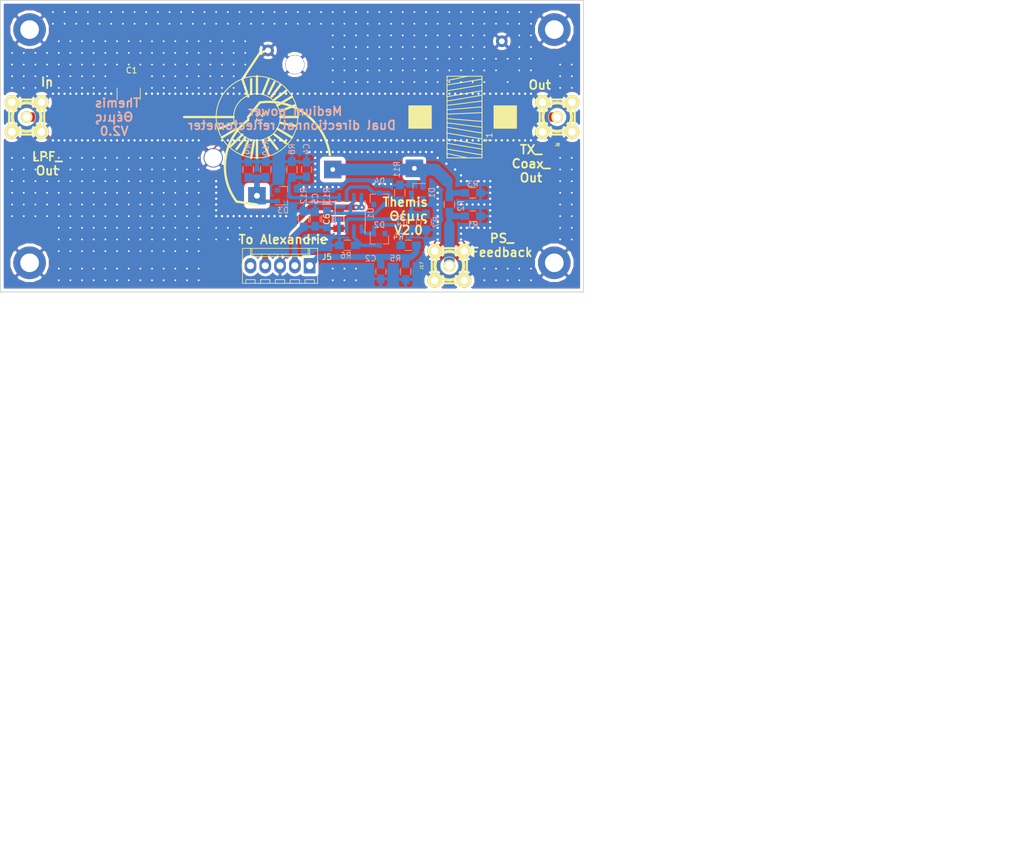
<source format=kicad_pcb>
(kicad_pcb (version 20171130) (host pcbnew "(5.0.2)-1")
  (layers (0 F.Cu signal) (31 B.Cu signal) (34 B.Paste user) (35 F.Paste user) (36 B.SilkS user) (37 F.SilkS user) (38 B.Mask user) (39 F.Mask user) (44 Edge.Cuts user))
  (net 0 "")
  (net 1 GND)
  (net 2 "Net-(C1-Pad2)")
  (net 3 "Net-(C2-Pad2)")
  (net 4 "Net-(C3-Pad1)")
  (net 5 "Net-(C4-Pad1)")
  (net 6 "Net-(C5-Pad2)")
  (net 7 "Net-(D1-Pad2)")
  (net 8 "Net-(D2-Pad1)")
  (net 9 "Net-(D2-Pad2)")
  (net 10 "Net-(D3-Pad2)")
  (net 11 "Net-(D4-Pad1)")
  (net 12 "Net-(D4-Pad2)")
  (net 13 +12V)
  (net 14 "Net-(J8-Pad1)")
  (net 15 "Net-(J17-Pad1)")
  (module via:via (layer F.Cu) (at 141 36)
    (fp_text reference REF** hide)
    (fp_text value via hide)
    (pad 1 thru_hole circle (at 0 0) (size 0.6 0.6) (drill 0.3) (layers *.Cu) (net 1 GND))
  )
  (module via:via (layer F.Cu) (at 139 36)
    (fp_text reference REF** hide)
    (fp_text value via hide)
    (pad 1 thru_hole circle (at 0 0) (size 0.6 0.6) (drill 0.3) (layers *.Cu) (net 1 GND))
  )
  (module via:via (layer F.Cu) (at 133 36)
    (fp_text reference REF** hide)
    (fp_text value via hide)
    (pad 1 thru_hole circle (at 0 0) (size 0.6 0.6) (drill 0.3) (layers *.Cu) (net 1 GND))
  )
  (module via:via (layer F.Cu) (at 131 36)
    (fp_text reference REF** hide)
    (fp_text value via hide)
    (pad 1 thru_hole circle (at 0 0) (size 0.6 0.6) (drill 0.3) (layers *.Cu) (net 1 GND))
  )
  (module via:via (layer F.Cu) (at 129 36)
    (fp_text reference REF** hide)
    (fp_text value via hide)
    (pad 1 thru_hole circle (at 0 0) (size 0.6 0.6) (drill 0.3) (layers *.Cu) (net 1 GND))
  )
  (module via:via (layer F.Cu) (at 127 36)
    (fp_text reference REF** hide)
    (fp_text value via hide)
    (pad 1 thru_hole circle (at 0 0) (size 0.6 0.6) (drill 0.3) (layers *.Cu) (net 1 GND))
  )
  (module via:via (layer F.Cu) (at 125 36)
    (fp_text reference REF** hide)
    (fp_text value via hide)
    (pad 1 thru_hole circle (at 0 0) (size 0.6 0.6) (drill 0.3) (layers *.Cu) (net 1 GND))
  )
  (module via:via (layer F.Cu) (at 123 36)
    (fp_text reference REF** hide)
    (fp_text value via hide)
    (pad 1 thru_hole circle (at 0 0) (size 0.6 0.6) (drill 0.3) (layers *.Cu) (net 1 GND))
  )
  (module via:via (layer F.Cu) (at 121 36)
    (fp_text reference REF** hide)
    (fp_text value via hide)
    (pad 1 thru_hole circle (at 0 0) (size 0.6 0.6) (drill 0.3) (layers *.Cu) (net 1 GND))
  )
  (module via:via (layer F.Cu) (at 119 36)
    (fp_text reference REF** hide)
    (fp_text value via hide)
    (pad 1 thru_hole circle (at 0 0) (size 0.6 0.6) (drill 0.3) (layers *.Cu) (net 1 GND))
  )
  (module via:via (layer F.Cu) (at 117 36)
    (fp_text reference REF** hide)
    (fp_text value via hide)
    (pad 1 thru_hole circle (at 0 0) (size 0.6 0.6) (drill 0.3) (layers *.Cu) (net 1 GND))
  )
  (module via:via (layer F.Cu) (at 115 36)
    (fp_text reference REF** hide)
    (fp_text value via hide)
    (pad 1 thru_hole circle (at 0 0) (size 0.6 0.6) (drill 0.3) (layers *.Cu) (net 1 GND))
  )
  (module via:via (layer F.Cu) (at 113 36)
    (fp_text reference REF** hide)
    (fp_text value via hide)
    (pad 1 thru_hole circle (at 0 0) (size 0.6 0.6) (drill 0.3) (layers *.Cu) (net 1 GND))
  )
  (module via:via (layer F.Cu) (at 111 36)
    (fp_text reference REF** hide)
    (fp_text value via hide)
    (pad 1 thru_hole circle (at 0 0) (size 0.6 0.6) (drill 0.3) (layers *.Cu) (net 1 GND))
  )
  (module via:via (layer F.Cu) (at 109 36)
    (fp_text reference REF** hide)
    (fp_text value via hide)
    (pad 1 thru_hole circle (at 0 0) (size 0.6 0.6) (drill 0.3) (layers *.Cu) (net 1 GND))
  )
  (module via:via (layer F.Cu) (at 107 36)
    (fp_text reference REF** hide)
    (fp_text value via hide)
    (pad 1 thru_hole circle (at 0 0) (size 0.6 0.6) (drill 0.3) (layers *.Cu) (net 1 GND))
  )
  (module via:via (layer F.Cu) (at 107 38)
    (fp_text reference REF** hide)
    (fp_text value via hide)
    (pad 1 thru_hole circle (at 0 0) (size 0.6 0.6) (drill 0.3) (layers *.Cu) (net 1 GND))
  )
  (module via:via (layer F.Cu) (at 109 38)
    (fp_text reference REF** hide)
    (fp_text value via hide)
    (pad 1 thru_hole circle (at 0 0) (size 0.6 0.6) (drill 0.3) (layers *.Cu) (net 1 GND))
  )
  (module via:via (layer F.Cu) (at 111 38)
    (fp_text reference REF** hide)
    (fp_text value via hide)
    (pad 1 thru_hole circle (at 0 0) (size 0.6 0.6) (drill 0.3) (layers *.Cu) (net 1 GND))
  )
  (module via:via (layer F.Cu) (at 113 38)
    (fp_text reference REF** hide)
    (fp_text value via hide)
    (pad 1 thru_hole circle (at 0 0) (size 0.6 0.6) (drill 0.3) (layers *.Cu) (net 1 GND))
  )
  (module via:via (layer F.Cu) (at 115 38)
    (fp_text reference REF** hide)
    (fp_text value via hide)
    (pad 1 thru_hole circle (at 0 0) (size 0.6 0.6) (drill 0.3) (layers *.Cu) (net 1 GND))
  )
  (module via:via (layer F.Cu) (at 117 38)
    (fp_text reference REF** hide)
    (fp_text value via hide)
    (pad 1 thru_hole circle (at 0 0) (size 0.6 0.6) (drill 0.3) (layers *.Cu) (net 1 GND))
  )
  (module via:via (layer F.Cu) (at 119 38)
    (fp_text reference REF** hide)
    (fp_text value via hide)
    (pad 1 thru_hole circle (at 0 0) (size 0.6 0.6) (drill 0.3) (layers *.Cu) (net 1 GND))
  )
  (module via:via (layer F.Cu) (at 121 38)
    (fp_text reference REF** hide)
    (fp_text value via hide)
    (pad 1 thru_hole circle (at 0 0) (size 0.6 0.6) (drill 0.3) (layers *.Cu) (net 1 GND))
  )
  (module via:via (layer F.Cu) (at 123 38)
    (fp_text reference REF** hide)
    (fp_text value via hide)
    (pad 1 thru_hole circle (at 0 0) (size 0.6 0.6) (drill 0.3) (layers *.Cu) (net 1 GND))
  )
  (module via:via (layer F.Cu) (at 125 38)
    (fp_text reference REF** hide)
    (fp_text value via hide)
    (pad 1 thru_hole circle (at 0 0) (size 0.6 0.6) (drill 0.3) (layers *.Cu) (net 1 GND))
  )
  (module via:via (layer F.Cu) (at 127 38)
    (fp_text reference REF** hide)
    (fp_text value via hide)
    (pad 1 thru_hole circle (at 0 0) (size 0.6 0.6) (drill 0.3) (layers *.Cu) (net 1 GND))
  )
  (module via:via (layer F.Cu) (at 129 38)
    (fp_text reference REF** hide)
    (fp_text value via hide)
    (pad 1 thru_hole circle (at 0 0) (size 0.6 0.6) (drill 0.3) (layers *.Cu) (net 1 GND))
  )
  (module via:via (layer F.Cu) (at 131 38)
    (fp_text reference REF** hide)
    (fp_text value via hide)
    (pad 1 thru_hole circle (at 0 0) (size 0.6 0.6) (drill 0.3) (layers *.Cu) (net 1 GND))
  )
  (module via:via (layer F.Cu) (at 133 38)
    (fp_text reference REF** hide)
    (fp_text value via hide)
    (pad 1 thru_hole circle (at 0 0) (size 0.6 0.6) (drill 0.3) (layers *.Cu) (net 1 GND))
  )
  (module via:via (layer F.Cu) (at 139 38)
    (fp_text reference REF** hide)
    (fp_text value via hide)
    (pad 1 thru_hole circle (at 0 0) (size 0.6 0.6) (drill 0.3) (layers *.Cu) (net 1 GND))
  )
  (module via:via (layer F.Cu) (at 141 38)
    (fp_text reference REF** hide)
    (fp_text value via hide)
    (pad 1 thru_hole circle (at 0 0) (size 0.6 0.6) (drill 0.3) (layers *.Cu) (net 1 GND))
  )
  (module via:via (layer F.Cu) (at 107 40)
    (fp_text reference REF** hide)
    (fp_text value via hide)
    (pad 1 thru_hole circle (at 0 0) (size 0.6 0.6) (drill 0.3) (layers *.Cu) (net 1 GND))
  )
  (module via:via (layer F.Cu) (at 109 40)
    (fp_text reference REF** hide)
    (fp_text value via hide)
    (pad 1 thru_hole circle (at 0 0) (size 0.6 0.6) (drill 0.3) (layers *.Cu) (net 1 GND))
  )
  (module via:via (layer F.Cu) (at 111 40)
    (fp_text reference REF** hide)
    (fp_text value via hide)
    (pad 1 thru_hole circle (at 0 0) (size 0.6 0.6) (drill 0.3) (layers *.Cu) (net 1 GND))
  )
  (module via:via (layer F.Cu) (at 113 40)
    (fp_text reference REF** hide)
    (fp_text value via hide)
    (pad 1 thru_hole circle (at 0 0) (size 0.6 0.6) (drill 0.3) (layers *.Cu) (net 1 GND))
  )
  (module via:via (layer F.Cu) (at 115 40)
    (fp_text reference REF** hide)
    (fp_text value via hide)
    (pad 1 thru_hole circle (at 0 0) (size 0.6 0.6) (drill 0.3) (layers *.Cu) (net 1 GND))
  )
  (module via:via (layer F.Cu) (at 117 40)
    (fp_text reference REF** hide)
    (fp_text value via hide)
    (pad 1 thru_hole circle (at 0 0) (size 0.6 0.6) (drill 0.3) (layers *.Cu) (net 1 GND))
  )
  (module via:via (layer F.Cu) (at 119 40)
    (fp_text reference REF** hide)
    (fp_text value via hide)
    (pad 1 thru_hole circle (at 0 0) (size 0.6 0.6) (drill 0.3) (layers *.Cu) (net 1 GND))
  )
  (module via:via (layer F.Cu) (at 121 40)
    (fp_text reference REF** hide)
    (fp_text value via hide)
    (pad 1 thru_hole circle (at 0 0) (size 0.6 0.6) (drill 0.3) (layers *.Cu) (net 1 GND))
  )
  (module via:via (layer F.Cu) (at 123 40)
    (fp_text reference REF** hide)
    (fp_text value via hide)
    (pad 1 thru_hole circle (at 0 0) (size 0.6 0.6) (drill 0.3) (layers *.Cu) (net 1 GND))
  )
  (module via:via (layer F.Cu) (at 125 40)
    (fp_text reference REF** hide)
    (fp_text value via hide)
    (pad 1 thru_hole circle (at 0 0) (size 0.6 0.6) (drill 0.3) (layers *.Cu) (net 1 GND))
  )
  (module via:via (layer F.Cu) (at 127 40)
    (fp_text reference REF** hide)
    (fp_text value via hide)
    (pad 1 thru_hole circle (at 0 0) (size 0.6 0.6) (drill 0.3) (layers *.Cu) (net 1 GND))
  )
  (module via:via (layer F.Cu) (at 129 40)
    (fp_text reference REF** hide)
    (fp_text value via hide)
    (pad 1 thru_hole circle (at 0 0) (size 0.6 0.6) (drill 0.3) (layers *.Cu) (net 1 GND))
  )
  (module via:via (layer F.Cu) (at 131 40)
    (fp_text reference REF** hide)
    (fp_text value via hide)
    (pad 1 thru_hole circle (at 0 0) (size 0.6 0.6) (drill 0.3) (layers *.Cu) (net 1 GND))
  )
  (module via:via (layer F.Cu) (at 133 40)
    (fp_text reference REF** hide)
    (fp_text value via hide)
    (pad 1 thru_hole circle (at 0 0) (size 0.6 0.6) (drill 0.3) (layers *.Cu) (net 1 GND))
  )
  (module via:via (layer F.Cu) (at 135 40)
    (fp_text reference REF** hide)
    (fp_text value via hide)
    (pad 1 thru_hole circle (at 0 0) (size 0.6 0.6) (drill 0.3) (layers *.Cu) (net 1 GND))
  )
  (module via:via (layer F.Cu) (at 137 40)
    (fp_text reference REF** hide)
    (fp_text value via hide)
    (pad 1 thru_hole circle (at 0 0) (size 0.6 0.6) (drill 0.3) (layers *.Cu) (net 1 GND))
  )
  (module via:via (layer F.Cu) (at 139 40)
    (fp_text reference REF** hide)
    (fp_text value via hide)
    (pad 1 thru_hole circle (at 0 0) (size 0.6 0.6) (drill 0.3) (layers *.Cu) (net 1 GND))
  )
  (module via:via (layer F.Cu) (at 141 40)
    (fp_text reference REF** hide)
    (fp_text value via hide)
    (pad 1 thru_hole circle (at 0 0) (size 0.6 0.6) (drill 0.3) (layers *.Cu) (net 1 GND))
  )
  (module via:via (layer F.Cu) (at 107 42)
    (fp_text reference REF** hide)
    (fp_text value via hide)
    (pad 1 thru_hole circle (at 0 0) (size 0.6 0.6) (drill 0.3) (layers *.Cu) (net 1 GND))
  )
  (module via:via (layer F.Cu) (at 109 42)
    (fp_text reference REF** hide)
    (fp_text value via hide)
    (pad 1 thru_hole circle (at 0 0) (size 0.6 0.6) (drill 0.3) (layers *.Cu) (net 1 GND))
  )
  (module via:via (layer F.Cu) (at 111 42)
    (fp_text reference REF** hide)
    (fp_text value via hide)
    (pad 1 thru_hole circle (at 0 0) (size 0.6 0.6) (drill 0.3) (layers *.Cu) (net 1 GND))
  )
  (module via:via (layer F.Cu) (at 113 42)
    (fp_text reference REF** hide)
    (fp_text value via hide)
    (pad 1 thru_hole circle (at 0 0) (size 0.6 0.6) (drill 0.3) (layers *.Cu) (net 1 GND))
  )
  (module via:via (layer F.Cu) (at 115 42)
    (fp_text reference REF** hide)
    (fp_text value via hide)
    (pad 1 thru_hole circle (at 0 0) (size 0.6 0.6) (drill 0.3) (layers *.Cu) (net 1 GND))
  )
  (module via:via (layer F.Cu) (at 117 42)
    (fp_text reference REF** hide)
    (fp_text value via hide)
    (pad 1 thru_hole circle (at 0 0) (size 0.6 0.6) (drill 0.3) (layers *.Cu) (net 1 GND))
  )
  (module via:via (layer F.Cu) (at 119 42)
    (fp_text reference REF** hide)
    (fp_text value via hide)
    (pad 1 thru_hole circle (at 0 0) (size 0.6 0.6) (drill 0.3) (layers *.Cu) (net 1 GND))
  )
  (module via:via (layer F.Cu) (at 121 42)
    (fp_text reference REF** hide)
    (fp_text value via hide)
    (pad 1 thru_hole circle (at 0 0) (size 0.6 0.6) (drill 0.3) (layers *.Cu) (net 1 GND))
  )
  (module via:via (layer F.Cu) (at 123 42)
    (fp_text reference REF** hide)
    (fp_text value via hide)
    (pad 1 thru_hole circle (at 0 0) (size 0.6 0.6) (drill 0.3) (layers *.Cu) (net 1 GND))
  )
  (module via:via (layer F.Cu) (at 125 42)
    (fp_text reference REF** hide)
    (fp_text value via hide)
    (pad 1 thru_hole circle (at 0 0) (size 0.6 0.6) (drill 0.3) (layers *.Cu) (net 1 GND))
  )
  (module via:via (layer F.Cu) (at 127 42)
    (fp_text reference REF** hide)
    (fp_text value via hide)
    (pad 1 thru_hole circle (at 0 0) (size 0.6 0.6) (drill 0.3) (layers *.Cu) (net 1 GND))
  )
  (module via:via (layer F.Cu) (at 129 42)
    (fp_text reference REF** hide)
    (fp_text value via hide)
    (pad 1 thru_hole circle (at 0 0) (size 0.6 0.6) (drill 0.3) (layers *.Cu) (net 1 GND))
  )
  (module via:via (layer F.Cu) (at 131 42)
    (fp_text reference REF** hide)
    (fp_text value via hide)
    (pad 1 thru_hole circle (at 0 0) (size 0.6 0.6) (drill 0.3) (layers *.Cu) (net 1 GND))
  )
  (module via:via (layer F.Cu) (at 133 42)
    (fp_text reference REF** hide)
    (fp_text value via hide)
    (pad 1 thru_hole circle (at 0 0) (size 0.6 0.6) (drill 0.3) (layers *.Cu) (net 1 GND))
  )
  (module via:via (layer F.Cu) (at 135 42)
    (fp_text reference REF** hide)
    (fp_text value via hide)
    (pad 1 thru_hole circle (at 0 0) (size 0.6 0.6) (drill 0.3) (layers *.Cu) (net 1 GND))
  )
  (module via:via (layer F.Cu) (at 139 42)
    (fp_text reference REF** hide)
    (fp_text value via hide)
    (pad 1 thru_hole circle (at 0 0) (size 0.6 0.6) (drill 0.3) (layers *.Cu) (net 1 GND))
  )
  (module via:via (layer F.Cu) (at 141 42)
    (fp_text reference REF** hide)
    (fp_text value via hide)
    (pad 1 thru_hole circle (at 0 0) (size 0.6 0.6) (drill 0.3) (layers *.Cu) (net 1 GND))
  )
  (module via:via (layer F.Cu) (at 107 44)
    (fp_text reference REF** hide)
    (fp_text value via hide)
    (pad 1 thru_hole circle (at 0 0) (size 0.6 0.6) (drill 0.3) (layers *.Cu) (net 1 GND))
  )
  (module via:via (layer F.Cu) (at 109 44)
    (fp_text reference REF** hide)
    (fp_text value via hide)
    (pad 1 thru_hole circle (at 0 0) (size 0.6 0.6) (drill 0.3) (layers *.Cu) (net 1 GND))
  )
  (module via:via (layer F.Cu) (at 111 44)
    (fp_text reference REF** hide)
    (fp_text value via hide)
    (pad 1 thru_hole circle (at 0 0) (size 0.6 0.6) (drill 0.3) (layers *.Cu) (net 1 GND))
  )
  (module via:via (layer F.Cu) (at 113 44)
    (fp_text reference REF** hide)
    (fp_text value via hide)
    (pad 1 thru_hole circle (at 0 0) (size 0.6 0.6) (drill 0.3) (layers *.Cu) (net 1 GND))
  )
  (module via:via (layer F.Cu) (at 115 44)
    (fp_text reference REF** hide)
    (fp_text value via hide)
    (pad 1 thru_hole circle (at 0 0) (size 0.6 0.6) (drill 0.3) (layers *.Cu) (net 1 GND))
  )
  (module via:via (layer F.Cu) (at 117 44)
    (fp_text reference REF** hide)
    (fp_text value via hide)
    (pad 1 thru_hole circle (at 0 0) (size 0.6 0.6) (drill 0.3) (layers *.Cu) (net 1 GND))
  )
  (module via:via (layer F.Cu) (at 119 44)
    (fp_text reference REF** hide)
    (fp_text value via hide)
    (pad 1 thru_hole circle (at 0 0) (size 0.6 0.6) (drill 0.3) (layers *.Cu) (net 1 GND))
  )
  (module via:via (layer F.Cu) (at 121 44)
    (fp_text reference REF** hide)
    (fp_text value via hide)
    (pad 1 thru_hole circle (at 0 0) (size 0.6 0.6) (drill 0.3) (layers *.Cu) (net 1 GND))
  )
  (module via:via (layer F.Cu) (at 123 44)
    (fp_text reference REF** hide)
    (fp_text value via hide)
    (pad 1 thru_hole circle (at 0 0) (size 0.6 0.6) (drill 0.3) (layers *.Cu) (net 1 GND))
  )
  (module via:via (layer F.Cu) (at 125 44)
    (fp_text reference REF** hide)
    (fp_text value via hide)
    (pad 1 thru_hole circle (at 0 0) (size 0.6 0.6) (drill 0.3) (layers *.Cu) (net 1 GND))
  )
  (module via:via (layer F.Cu) (at 127 44)
    (fp_text reference REF** hide)
    (fp_text value via hide)
    (pad 1 thru_hole circle (at 0 0) (size 0.6 0.6) (drill 0.3) (layers *.Cu) (net 1 GND))
  )
  (module via:via (layer F.Cu) (at 129 44)
    (fp_text reference REF** hide)
    (fp_text value via hide)
    (pad 1 thru_hole circle (at 0 0) (size 0.6 0.6) (drill 0.3) (layers *.Cu) (net 1 GND))
  )
  (module via:via (layer F.Cu) (at 131 44)
    (fp_text reference REF** hide)
    (fp_text value via hide)
    (pad 1 thru_hole circle (at 0 0) (size 0.6 0.6) (drill 0.3) (layers *.Cu) (net 1 GND))
  )
  (module via:via (layer F.Cu) (at 133 44)
    (fp_text reference REF** hide)
    (fp_text value via hide)
    (pad 1 thru_hole circle (at 0 0) (size 0.6 0.6) (drill 0.3) (layers *.Cu) (net 1 GND))
  )
  (module via:via (layer F.Cu) (at 137 44)
    (fp_text reference REF** hide)
    (fp_text value via hide)
    (pad 1 thru_hole circle (at 0 0) (size 0.6 0.6) (drill 0.3) (layers *.Cu) (net 1 GND))
  )
  (module via:via (layer F.Cu) (at 141 44)
    (fp_text reference REF** hide)
    (fp_text value via hide)
    (pad 1 thru_hole circle (at 0 0) (size 0.6 0.6) (drill 0.3) (layers *.Cu) (net 1 GND))
  )
  (module via:via (layer F.Cu) (at 92 45)
    (fp_text reference REF** hide)
    (fp_text value via hide)
    (pad 1 thru_hole circle (at 0 0) (size 0.6 0.6) (drill 0.3) (layers *.Cu) (net 1 GND))
  )
  (module via:via (layer F.Cu) (at 90 45)
    (fp_text reference REF** hide)
    (fp_text value via hide)
    (pad 1 thru_hole circle (at 0 0) (size 0.6 0.6) (drill 0.3) (layers *.Cu) (net 1 GND))
  )
  (module via:via (layer F.Cu) (at 88 45)
    (fp_text reference REF** hide)
    (fp_text value via hide)
    (pad 1 thru_hole circle (at 0 0) (size 0.6 0.6) (drill 0.3) (layers *.Cu) (net 1 GND))
  )
  (module via:via (layer F.Cu) (at 86 45)
    (fp_text reference REF** hide)
    (fp_text value via hide)
    (pad 1 thru_hole circle (at 0 0) (size 0.6 0.6) (drill 0.3) (layers *.Cu) (net 1 GND))
  )
  (module via:via (layer F.Cu) (at 84 45)
    (fp_text reference REF** hide)
    (fp_text value via hide)
    (pad 1 thru_hole circle (at 0 0) (size 0.6 0.6) (drill 0.3) (layers *.Cu) (net 1 GND))
  )
  (module via:via (layer F.Cu) (at 82 45)
    (fp_text reference REF** hide)
    (fp_text value via hide)
    (pad 1 thru_hole circle (at 0 0) (size 0.6 0.6) (drill 0.3) (layers *.Cu) (net 1 GND))
  )
  (module via:via (layer F.Cu) (at 80 45)
    (fp_text reference REF** hide)
    (fp_text value via hide)
    (pad 1 thru_hole circle (at 0 0) (size 0.6 0.6) (drill 0.3) (layers *.Cu) (net 1 GND))
  )
  (module via:via (layer F.Cu) (at 78 45)
    (fp_text reference REF** hide)
    (fp_text value via hide)
    (pad 1 thru_hole circle (at 0 0) (size 0.6 0.6) (drill 0.3) (layers *.Cu) (net 1 GND))
  )
  (module via:via (layer F.Cu) (at 76 45)
    (fp_text reference REF** hide)
    (fp_text value via hide)
    (pad 1 thru_hole circle (at 0 0) (size 0.6 0.6) (drill 0.3) (layers *.Cu) (net 1 GND))
  )
  (module via:via (layer F.Cu) (at 68 45)
    (fp_text reference REF** hide)
    (fp_text value via hide)
    (pad 1 thru_hole circle (at 0 0) (size 0.6 0.6) (drill 0.3) (layers *.Cu) (net 1 GND))
  )
  (module via:via (layer F.Cu) (at 66 45)
    (fp_text reference REF** hide)
    (fp_text value via hide)
    (pad 1 thru_hole circle (at 0 0) (size 0.6 0.6) (drill 0.3) (layers *.Cu) (net 1 GND))
  )
  (module via:via (layer F.Cu) (at 64 45)
    (fp_text reference REF** hide)
    (fp_text value via hide)
    (pad 1 thru_hole circle (at 0 0) (size 0.6 0.6) (drill 0.3) (layers *.Cu) (net 1 GND))
  )
  (module via:via (layer F.Cu) (at 62 45)
    (fp_text reference REF** hide)
    (fp_text value via hide)
    (pad 1 thru_hole circle (at 0 0) (size 0.6 0.6) (drill 0.3) (layers *.Cu) (net 1 GND))
  )
  (module via:via (layer F.Cu) (at 60 45)
    (fp_text reference REF** hide)
    (fp_text value via hide)
    (pad 1 thru_hole circle (at 0 0) (size 0.6 0.6) (drill 0.3) (layers *.Cu) (net 1 GND))
  )
  (module via:via (layer F.Cu) (at 58 45)
    (fp_text reference REF** hide)
    (fp_text value via hide)
    (pad 1 thru_hole circle (at 0 0) (size 0.6 0.6) (drill 0.3) (layers *.Cu) (net 1 GND))
  )
  (module via:via (layer F.Cu) (at 56 45)
    (fp_text reference REF** hide)
    (fp_text value via hide)
    (pad 1 thru_hole circle (at 0 0) (size 0.6 0.6) (drill 0.3) (layers *.Cu) (net 1 GND))
  )
  (module via:via (layer F.Cu) (at 54 45)
    (fp_text reference REF** hide)
    (fp_text value via hide)
    (pad 1 thru_hole circle (at 0 0) (size 0.6 0.6) (drill 0.3) (layers *.Cu) (net 1 GND))
  )
  (module via:via (layer F.Cu) (at 52 45)
    (fp_text reference REF** hide)
    (fp_text value via hide)
    (pad 1 thru_hole circle (at 0 0) (size 0.6 0.6) (drill 0.3) (layers *.Cu) (net 1 GND))
  )
  (module via:via (layer F.Cu) (at 92 43)
    (fp_text reference REF** hide)
    (fp_text value via hide)
    (pad 1 thru_hole circle (at 0 0) (size 0.6 0.6) (drill 0.3) (layers *.Cu) (net 1 GND))
  )
  (module via:via (layer F.Cu) (at 90 43)
    (fp_text reference REF** hide)
    (fp_text value via hide)
    (pad 1 thru_hole circle (at 0 0) (size 0.6 0.6) (drill 0.3) (layers *.Cu) (net 1 GND))
  )
  (module via:via (layer F.Cu) (at 88 43)
    (fp_text reference REF** hide)
    (fp_text value via hide)
    (pad 1 thru_hole circle (at 0 0) (size 0.6 0.6) (drill 0.3) (layers *.Cu) (net 1 GND))
  )
  (module via:via (layer F.Cu) (at 86 43)
    (fp_text reference REF** hide)
    (fp_text value via hide)
    (pad 1 thru_hole circle (at 0 0) (size 0.6 0.6) (drill 0.3) (layers *.Cu) (net 1 GND))
  )
  (module via:via (layer F.Cu) (at 84 43)
    (fp_text reference REF** hide)
    (fp_text value via hide)
    (pad 1 thru_hole circle (at 0 0) (size 0.6 0.6) (drill 0.3) (layers *.Cu) (net 1 GND))
  )
  (module via:via (layer F.Cu) (at 82 43)
    (fp_text reference REF** hide)
    (fp_text value via hide)
    (pad 1 thru_hole circle (at 0 0) (size 0.6 0.6) (drill 0.3) (layers *.Cu) (net 1 GND))
  )
  (module via:via (layer F.Cu) (at 80 43)
    (fp_text reference REF** hide)
    (fp_text value via hide)
    (pad 1 thru_hole circle (at 0 0) (size 0.6 0.6) (drill 0.3) (layers *.Cu) (net 1 GND))
  )
  (module via:via (layer F.Cu) (at 78 43)
    (fp_text reference REF** hide)
    (fp_text value via hide)
    (pad 1 thru_hole circle (at 0 0) (size 0.6 0.6) (drill 0.3) (layers *.Cu) (net 1 GND))
  )
  (module via:via (layer F.Cu) (at 76 43)
    (fp_text reference REF** hide)
    (fp_text value via hide)
    (pad 1 thru_hole circle (at 0 0) (size 0.6 0.6) (drill 0.3) (layers *.Cu) (net 1 GND))
  )
  (module via:via (layer F.Cu) (at 68 43)
    (fp_text reference REF** hide)
    (fp_text value via hide)
    (pad 1 thru_hole circle (at 0 0) (size 0.6 0.6) (drill 0.3) (layers *.Cu) (net 1 GND))
  )
  (module via:via (layer F.Cu) (at 66 43)
    (fp_text reference REF** hide)
    (fp_text value via hide)
    (pad 1 thru_hole circle (at 0 0) (size 0.6 0.6) (drill 0.3) (layers *.Cu) (net 1 GND))
  )
  (module via:via (layer F.Cu) (at 64 43)
    (fp_text reference REF** hide)
    (fp_text value via hide)
    (pad 1 thru_hole circle (at 0 0) (size 0.6 0.6) (drill 0.3) (layers *.Cu) (net 1 GND))
  )
  (module via:via (layer F.Cu) (at 62 43)
    (fp_text reference REF** hide)
    (fp_text value via hide)
    (pad 1 thru_hole circle (at 0 0) (size 0.6 0.6) (drill 0.3) (layers *.Cu) (net 1 GND))
  )
  (module via:via (layer F.Cu) (at 60 43)
    (fp_text reference REF** hide)
    (fp_text value via hide)
    (pad 1 thru_hole circle (at 0 0) (size 0.6 0.6) (drill 0.3) (layers *.Cu) (net 1 GND))
  )
  (module via:via (layer F.Cu) (at 58 43)
    (fp_text reference REF** hide)
    (fp_text value via hide)
    (pad 1 thru_hole circle (at 0 0) (size 0.6 0.6) (drill 0.3) (layers *.Cu) (net 1 GND))
  )
  (module via:via (layer F.Cu) (at 56 43)
    (fp_text reference REF** hide)
    (fp_text value via hide)
    (pad 1 thru_hole circle (at 0 0) (size 0.6 0.6) (drill 0.3) (layers *.Cu) (net 1 GND))
  )
  (module via:via (layer F.Cu) (at 54 43)
    (fp_text reference REF** hide)
    (fp_text value via hide)
    (pad 1 thru_hole circle (at 0 0) (size 0.6 0.6) (drill 0.3) (layers *.Cu) (net 1 GND))
  )
  (module via:via (layer F.Cu) (at 52 43)
    (fp_text reference REF** hide)
    (fp_text value via hide)
    (pad 1 thru_hole circle (at 0 0) (size 0.6 0.6) (drill 0.3) (layers *.Cu) (net 1 GND))
  )
  (module via:via (layer F.Cu) (at 92 41)
    (fp_text reference REF** hide)
    (fp_text value via hide)
    (pad 1 thru_hole circle (at 0 0) (size 0.6 0.6) (drill 0.3) (layers *.Cu) (net 1 GND))
  )
  (module via:via (layer F.Cu) (at 90 41)
    (fp_text reference REF** hide)
    (fp_text value via hide)
    (pad 1 thru_hole circle (at 0 0) (size 0.6 0.6) (drill 0.3) (layers *.Cu) (net 1 GND))
  )
  (module via:via (layer F.Cu) (at 88 41)
    (fp_text reference REF** hide)
    (fp_text value via hide)
    (pad 1 thru_hole circle (at 0 0) (size 0.6 0.6) (drill 0.3) (layers *.Cu) (net 1 GND))
  )
  (module via:via (layer F.Cu) (at 86 41)
    (fp_text reference REF** hide)
    (fp_text value via hide)
    (pad 1 thru_hole circle (at 0 0) (size 0.6 0.6) (drill 0.3) (layers *.Cu) (net 1 GND))
  )
  (module via:via (layer F.Cu) (at 84 41)
    (fp_text reference REF** hide)
    (fp_text value via hide)
    (pad 1 thru_hole circle (at 0 0) (size 0.6 0.6) (drill 0.3) (layers *.Cu) (net 1 GND))
  )
  (module via:via (layer F.Cu) (at 82 41)
    (fp_text reference REF** hide)
    (fp_text value via hide)
    (pad 1 thru_hole circle (at 0 0) (size 0.6 0.6) (drill 0.3) (layers *.Cu) (net 1 GND))
  )
  (module via:via (layer F.Cu) (at 80 41)
    (fp_text reference REF** hide)
    (fp_text value via hide)
    (pad 1 thru_hole circle (at 0 0) (size 0.6 0.6) (drill 0.3) (layers *.Cu) (net 1 GND))
  )
  (module via:via (layer F.Cu) (at 78 41)
    (fp_text reference REF** hide)
    (fp_text value via hide)
    (pad 1 thru_hole circle (at 0 0) (size 0.6 0.6) (drill 0.3) (layers *.Cu) (net 1 GND))
  )
  (module via:via (layer F.Cu) (at 76 41)
    (fp_text reference REF** hide)
    (fp_text value via hide)
    (pad 1 thru_hole circle (at 0 0) (size 0.6 0.6) (drill 0.3) (layers *.Cu) (net 1 GND))
  )
  (module via:via (layer F.Cu) (at 74 41)
    (fp_text reference REF** hide)
    (fp_text value via hide)
    (pad 1 thru_hole circle (at 0 0) (size 0.6 0.6) (drill 0.3) (layers *.Cu) (net 1 GND))
  )
  (module via:via (layer F.Cu) (at 72 41)
    (fp_text reference REF** hide)
    (fp_text value via hide)
    (pad 1 thru_hole circle (at 0 0) (size 0.6 0.6) (drill 0.3) (layers *.Cu) (net 1 GND))
  )
  (module via:via (layer F.Cu) (at 70 41)
    (fp_text reference REF** hide)
    (fp_text value via hide)
    (pad 1 thru_hole circle (at 0 0) (size 0.6 0.6) (drill 0.3) (layers *.Cu) (net 1 GND))
  )
  (module via:via (layer F.Cu) (at 68 41)
    (fp_text reference REF** hide)
    (fp_text value via hide)
    (pad 1 thru_hole circle (at 0 0) (size 0.6 0.6) (drill 0.3) (layers *.Cu) (net 1 GND))
  )
  (module via:via (layer F.Cu) (at 66 41)
    (fp_text reference REF** hide)
    (fp_text value via hide)
    (pad 1 thru_hole circle (at 0 0) (size 0.6 0.6) (drill 0.3) (layers *.Cu) (net 1 GND))
  )
  (module via:via (layer F.Cu) (at 64 41)
    (fp_text reference REF** hide)
    (fp_text value via hide)
    (pad 1 thru_hole circle (at 0 0) (size 0.6 0.6) (drill 0.3) (layers *.Cu) (net 1 GND))
  )
  (module via:via (layer F.Cu) (at 62 41)
    (fp_text reference REF** hide)
    (fp_text value via hide)
    (pad 1 thru_hole circle (at 0 0) (size 0.6 0.6) (drill 0.3) (layers *.Cu) (net 1 GND))
  )
  (module via:via (layer F.Cu) (at 60 41)
    (fp_text reference REF** hide)
    (fp_text value via hide)
    (pad 1 thru_hole circle (at 0 0) (size 0.6 0.6) (drill 0.3) (layers *.Cu) (net 1 GND))
  )
  (module via:via (layer F.Cu) (at 58 41)
    (fp_text reference REF** hide)
    (fp_text value via hide)
    (pad 1 thru_hole circle (at 0 0) (size 0.6 0.6) (drill 0.3) (layers *.Cu) (net 1 GND))
  )
  (module via:via (layer F.Cu) (at 56 41)
    (fp_text reference REF** hide)
    (fp_text value via hide)
    (pad 1 thru_hole circle (at 0 0) (size 0.6 0.6) (drill 0.3) (layers *.Cu) (net 1 GND))
  )
  (module via:via (layer F.Cu) (at 54 41)
    (fp_text reference REF** hide)
    (fp_text value via hide)
    (pad 1 thru_hole circle (at 0 0) (size 0.6 0.6) (drill 0.3) (layers *.Cu) (net 1 GND))
  )
  (module via:via (layer F.Cu) (at 52 41)
    (fp_text reference REF** hide)
    (fp_text value via hide)
    (pad 1 thru_hole circle (at 0 0) (size 0.6 0.6) (drill 0.3) (layers *.Cu) (net 1 GND))
  )
  (module via:via (layer F.Cu) (at 92 39)
    (fp_text reference REF** hide)
    (fp_text value via hide)
    (pad 1 thru_hole circle (at 0 0) (size 0.6 0.6) (drill 0.3) (layers *.Cu) (net 1 GND))
  )
  (module via:via (layer F.Cu) (at 90 39)
    (fp_text reference REF** hide)
    (fp_text value via hide)
    (pad 1 thru_hole circle (at 0 0) (size 0.6 0.6) (drill 0.3) (layers *.Cu) (net 1 GND))
  )
  (module via:via (layer F.Cu) (at 88 39)
    (fp_text reference REF** hide)
    (fp_text value via hide)
    (pad 1 thru_hole circle (at 0 0) (size 0.6 0.6) (drill 0.3) (layers *.Cu) (net 1 GND))
  )
  (module via:via (layer F.Cu) (at 86 39)
    (fp_text reference REF** hide)
    (fp_text value via hide)
    (pad 1 thru_hole circle (at 0 0) (size 0.6 0.6) (drill 0.3) (layers *.Cu) (net 1 GND))
  )
  (module via:via (layer F.Cu) (at 84 39)
    (fp_text reference REF** hide)
    (fp_text value via hide)
    (pad 1 thru_hole circle (at 0 0) (size 0.6 0.6) (drill 0.3) (layers *.Cu) (net 1 GND))
  )
  (module via:via (layer F.Cu) (at 82 39)
    (fp_text reference REF** hide)
    (fp_text value via hide)
    (pad 1 thru_hole circle (at 0 0) (size 0.6 0.6) (drill 0.3) (layers *.Cu) (net 1 GND))
  )
  (module via:via (layer F.Cu) (at 80 39)
    (fp_text reference REF** hide)
    (fp_text value via hide)
    (pad 1 thru_hole circle (at 0 0) (size 0.6 0.6) (drill 0.3) (layers *.Cu) (net 1 GND))
  )
  (module via:via (layer F.Cu) (at 78 39)
    (fp_text reference REF** hide)
    (fp_text value via hide)
    (pad 1 thru_hole circle (at 0 0) (size 0.6 0.6) (drill 0.3) (layers *.Cu) (net 1 GND))
  )
  (module via:via (layer F.Cu) (at 76 39)
    (fp_text reference REF** hide)
    (fp_text value via hide)
    (pad 1 thru_hole circle (at 0 0) (size 0.6 0.6) (drill 0.3) (layers *.Cu) (net 1 GND))
  )
  (module via:via (layer F.Cu) (at 74 39)
    (fp_text reference REF** hide)
    (fp_text value via hide)
    (pad 1 thru_hole circle (at 0 0) (size 0.6 0.6) (drill 0.3) (layers *.Cu) (net 1 GND))
  )
  (module via:via (layer F.Cu) (at 72 39)
    (fp_text reference REF** hide)
    (fp_text value via hide)
    (pad 1 thru_hole circle (at 0 0) (size 0.6 0.6) (drill 0.3) (layers *.Cu) (net 1 GND))
  )
  (module via:via (layer F.Cu) (at 70 39)
    (fp_text reference REF** hide)
    (fp_text value via hide)
    (pad 1 thru_hole circle (at 0 0) (size 0.6 0.6) (drill 0.3) (layers *.Cu) (net 1 GND))
  )
  (module via:via (layer F.Cu) (at 68 39)
    (fp_text reference REF** hide)
    (fp_text value via hide)
    (pad 1 thru_hole circle (at 0 0) (size 0.6 0.6) (drill 0.3) (layers *.Cu) (net 1 GND))
  )
  (module via:via (layer F.Cu) (at 66 39)
    (fp_text reference REF** hide)
    (fp_text value via hide)
    (pad 1 thru_hole circle (at 0 0) (size 0.6 0.6) (drill 0.3) (layers *.Cu) (net 1 GND))
  )
  (module via:via (layer F.Cu) (at 64 39)
    (fp_text reference REF** hide)
    (fp_text value via hide)
    (pad 1 thru_hole circle (at 0 0) (size 0.6 0.6) (drill 0.3) (layers *.Cu) (net 1 GND))
  )
  (module via:via (layer F.Cu) (at 62 39)
    (fp_text reference REF** hide)
    (fp_text value via hide)
    (pad 1 thru_hole circle (at 0 0) (size 0.6 0.6) (drill 0.3) (layers *.Cu) (net 1 GND))
  )
  (module via:via (layer F.Cu) (at 60 39)
    (fp_text reference REF** hide)
    (fp_text value via hide)
    (pad 1 thru_hole circle (at 0 0) (size 0.6 0.6) (drill 0.3) (layers *.Cu) (net 1 GND))
  )
  (module via:via (layer F.Cu) (at 58 39)
    (fp_text reference REF** hide)
    (fp_text value via hide)
    (pad 1 thru_hole circle (at 0 0) (size 0.6 0.6) (drill 0.3) (layers *.Cu) (net 1 GND))
  )
  (module via:via (layer F.Cu) (at 56 39)
    (fp_text reference REF** hide)
    (fp_text value via hide)
    (pad 1 thru_hole circle (at 0 0) (size 0.6 0.6) (drill 0.3) (layers *.Cu) (net 1 GND))
  )
  (module via:via (layer F.Cu) (at 54 39)
    (fp_text reference REF** hide)
    (fp_text value via hide)
    (pad 1 thru_hole circle (at 0 0) (size 0.6 0.6) (drill 0.3) (layers *.Cu) (net 1 GND))
  )
  (module via:via (layer F.Cu) (at 52 39)
    (fp_text reference REF** hide)
    (fp_text value via hide)
    (pad 1 thru_hole circle (at 0 0) (size 0.6 0.6) (drill 0.3) (layers *.Cu) (net 1 GND))
  )
  (module via:via (layer F.Cu) (at 92 37)
    (fp_text reference REF** hide)
    (fp_text value via hide)
    (pad 1 thru_hole circle (at 0 0) (size 0.6 0.6) (drill 0.3) (layers *.Cu) (net 1 GND))
  )
  (module via:via (layer F.Cu) (at 90 37)
    (fp_text reference REF** hide)
    (fp_text value via hide)
    (pad 1 thru_hole circle (at 0 0) (size 0.6 0.6) (drill 0.3) (layers *.Cu) (net 1 GND))
  )
  (module via:via (layer F.Cu) (at 88 37)
    (fp_text reference REF** hide)
    (fp_text value via hide)
    (pad 1 thru_hole circle (at 0 0) (size 0.6 0.6) (drill 0.3) (layers *.Cu) (net 1 GND))
  )
  (module via:via (layer F.Cu) (at 86 37)
    (fp_text reference REF** hide)
    (fp_text value via hide)
    (pad 1 thru_hole circle (at 0 0) (size 0.6 0.6) (drill 0.3) (layers *.Cu) (net 1 GND))
  )
  (module via:via (layer F.Cu) (at 84 37)
    (fp_text reference REF** hide)
    (fp_text value via hide)
    (pad 1 thru_hole circle (at 0 0) (size 0.6 0.6) (drill 0.3) (layers *.Cu) (net 1 GND))
  )
  (module via:via (layer F.Cu) (at 82 37)
    (fp_text reference REF** hide)
    (fp_text value via hide)
    (pad 1 thru_hole circle (at 0 0) (size 0.6 0.6) (drill 0.3) (layers *.Cu) (net 1 GND))
  )
  (module via:via (layer F.Cu) (at 80 37)
    (fp_text reference REF** hide)
    (fp_text value via hide)
    (pad 1 thru_hole circle (at 0 0) (size 0.6 0.6) (drill 0.3) (layers *.Cu) (net 1 GND))
  )
  (module via:via (layer F.Cu) (at 78 37)
    (fp_text reference REF** hide)
    (fp_text value via hide)
    (pad 1 thru_hole circle (at 0 0) (size 0.6 0.6) (drill 0.3) (layers *.Cu) (net 1 GND))
  )
  (module via:via (layer F.Cu) (at 76 37)
    (fp_text reference REF** hide)
    (fp_text value via hide)
    (pad 1 thru_hole circle (at 0 0) (size 0.6 0.6) (drill 0.3) (layers *.Cu) (net 1 GND))
  )
  (module via:via (layer F.Cu) (at 74 37)
    (fp_text reference REF** hide)
    (fp_text value via hide)
    (pad 1 thru_hole circle (at 0 0) (size 0.6 0.6) (drill 0.3) (layers *.Cu) (net 1 GND))
  )
  (module via:via (layer F.Cu) (at 72 37)
    (fp_text reference REF** hide)
    (fp_text value via hide)
    (pad 1 thru_hole circle (at 0 0) (size 0.6 0.6) (drill 0.3) (layers *.Cu) (net 1 GND))
  )
  (module via:via (layer F.Cu) (at 70 37)
    (fp_text reference REF** hide)
    (fp_text value via hide)
    (pad 1 thru_hole circle (at 0 0) (size 0.6 0.6) (drill 0.3) (layers *.Cu) (net 1 GND))
  )
  (module via:via (layer F.Cu) (at 68 37)
    (fp_text reference REF** hide)
    (fp_text value via hide)
    (pad 1 thru_hole circle (at 0 0) (size 0.6 0.6) (drill 0.3) (layers *.Cu) (net 1 GND))
  )
  (module via:via (layer F.Cu) (at 66 37)
    (fp_text reference REF** hide)
    (fp_text value via hide)
    (pad 1 thru_hole circle (at 0 0) (size 0.6 0.6) (drill 0.3) (layers *.Cu) (net 1 GND))
  )
  (module via:via (layer F.Cu) (at 64 37)
    (fp_text reference REF** hide)
    (fp_text value via hide)
    (pad 1 thru_hole circle (at 0 0) (size 0.6 0.6) (drill 0.3) (layers *.Cu) (net 1 GND))
  )
  (module via:via (layer F.Cu) (at 62 37)
    (fp_text reference REF** hide)
    (fp_text value via hide)
    (pad 1 thru_hole circle (at 0 0) (size 0.6 0.6) (drill 0.3) (layers *.Cu) (net 1 GND))
  )
  (module via:via (layer F.Cu) (at 60 37)
    (fp_text reference REF** hide)
    (fp_text value via hide)
    (pad 1 thru_hole circle (at 0 0) (size 0.6 0.6) (drill 0.3) (layers *.Cu) (net 1 GND))
  )
  (module via:via (layer F.Cu) (at 93 71)
    (fp_text reference REF** hide)
    (fp_text value via hide)
    (pad 1 thru_hole circle (at 0 0) (size 0.6 0.6) (drill 0.3) (layers *.Cu) (net 1 GND))
  )
  (module via:via (layer F.Cu) (at 91 71)
    (fp_text reference REF** hide)
    (fp_text value via hide)
    (pad 1 thru_hole circle (at 0 0) (size 0.6 0.6) (drill 0.3) (layers *.Cu) (net 1 GND))
  )
  (module via:via (layer F.Cu) (at 89 71)
    (fp_text reference REF** hide)
    (fp_text value via hide)
    (pad 1 thru_hole circle (at 0 0) (size 0.6 0.6) (drill 0.3) (layers *.Cu) (net 1 GND))
  )
  (module via:via (layer F.Cu) (at 87 71)
    (fp_text reference REF** hide)
    (fp_text value via hide)
    (pad 1 thru_hole circle (at 0 0) (size 0.6 0.6) (drill 0.3) (layers *.Cu) (net 1 GND))
  )
  (module via:via (layer F.Cu) (at 93 69)
    (fp_text reference REF** hide)
    (fp_text value via hide)
    (pad 1 thru_hole circle (at 0 0) (size 0.6 0.6) (drill 0.3) (layers *.Cu) (net 1 GND))
  )
  (module via:via (layer F.Cu) (at 91 69)
    (fp_text reference REF** hide)
    (fp_text value via hide)
    (pad 1 thru_hole circle (at 0 0) (size 0.6 0.6) (drill 0.3) (layers *.Cu) (net 1 GND))
  )
  (module via:via (layer F.Cu) (at 89 69)
    (fp_text reference REF** hide)
    (fp_text value via hide)
    (pad 1 thru_hole circle (at 0 0) (size 0.6 0.6) (drill 0.3) (layers *.Cu) (net 1 GND))
  )
  (module via:via (layer F.Cu) (at 87 69)
    (fp_text reference REF** hide)
    (fp_text value via hide)
    (pad 1 thru_hole circle (at 0 0) (size 0.6 0.6) (drill 0.3) (layers *.Cu) (net 1 GND))
  )
  (module via:via (layer F.Cu) (at 111 78)
    (fp_text reference REF** hide)
    (fp_text value via hide)
    (pad 1 thru_hole circle (at 0 0) (size 0.6 0.6) (drill 0.3) (layers *.Cu) (net 1 GND))
  )
  (module via:via (layer F.Cu) (at 109 78)
    (fp_text reference REF** hide)
    (fp_text value via hide)
    (pad 1 thru_hole circle (at 0 0) (size 0.6 0.6) (drill 0.3) (layers *.Cu) (net 1 GND))
  )
  (module via:via (layer F.Cu) (at 107 78)
    (fp_text reference REF** hide)
    (fp_text value via hide)
    (pad 1 thru_hole circle (at 0 0) (size 0.6 0.6) (drill 0.3) (layers *.Cu) (net 1 GND))
  )
  (module via:via (layer F.Cu) (at 111 76)
    (fp_text reference REF** hide)
    (fp_text value via hide)
    (pad 1 thru_hole circle (at 0 0) (size 0.6 0.6) (drill 0.3) (layers *.Cu) (net 1 GND))
  )
  (module via:via (layer F.Cu) (at 109 76)
    (fp_text reference REF** hide)
    (fp_text value via hide)
    (pad 1 thru_hole circle (at 0 0) (size 0.6 0.6) (drill 0.3) (layers *.Cu) (net 1 GND))
  )
  (module via:via (layer F.Cu) (at 107 76)
    (fp_text reference REF** hide)
    (fp_text value via hide)
    (pad 1 thru_hole circle (at 0 0) (size 0.6 0.6) (drill 0.3) (layers *.Cu) (net 1 GND))
  )
  (module via:via (layer F.Cu) (at 141 78)
    (fp_text reference REF** hide)
    (fp_text value via hide)
    (pad 1 thru_hole circle (at 0 0) (size 0.6 0.6) (drill 0.3) (layers *.Cu) (net 1 GND))
  )
  (module via:via (layer F.Cu) (at 139 78)
    (fp_text reference REF** hide)
    (fp_text value via hide)
    (pad 1 thru_hole circle (at 0 0) (size 0.6 0.6) (drill 0.3) (layers *.Cu) (net 1 GND))
  )
  (module via:via (layer F.Cu) (at 137 78)
    (fp_text reference REF** hide)
    (fp_text value via hide)
    (pad 1 thru_hole circle (at 0 0) (size 0.6 0.6) (drill 0.3) (layers *.Cu) (net 1 GND))
  )
  (module via:via (layer F.Cu) (at 135 78)
    (fp_text reference REF** hide)
    (fp_text value via hide)
    (pad 1 thru_hole circle (at 0 0) (size 0.6 0.6) (drill 0.3) (layers *.Cu) (net 1 GND))
  )
  (module via:via (layer F.Cu) (at 133 78)
    (fp_text reference REF** hide)
    (fp_text value via hide)
    (pad 1 thru_hole circle (at 0 0) (size 0.6 0.6) (drill 0.3) (layers *.Cu) (net 1 GND))
  )
  (module via:via (layer F.Cu) (at 141 76)
    (fp_text reference REF** hide)
    (fp_text value via hide)
    (pad 1 thru_hole circle (at 0 0) (size 0.6 0.6) (drill 0.3) (layers *.Cu) (net 1 GND))
  )
  (module via:via (layer F.Cu) (at 139 76)
    (fp_text reference REF** hide)
    (fp_text value via hide)
    (pad 1 thru_hole circle (at 0 0) (size 0.6 0.6) (drill 0.3) (layers *.Cu) (net 1 GND))
  )
  (module via:via (layer F.Cu) (at 137 76)
    (fp_text reference REF** hide)
    (fp_text value via hide)
    (pad 1 thru_hole circle (at 0 0) (size 0.6 0.6) (drill 0.3) (layers *.Cu) (net 1 GND))
  )
  (module via:via (layer F.Cu) (at 135 76)
    (fp_text reference REF** hide)
    (fp_text value via hide)
    (pad 1 thru_hole circle (at 0 0) (size 0.6 0.6) (drill 0.3) (layers *.Cu) (net 1 GND))
  )
  (module via:via (layer F.Cu) (at 133 76)
    (fp_text reference REF** hide)
    (fp_text value via hide)
    (pad 1 thru_hole circle (at 0 0) (size 0.6 0.6) (drill 0.3) (layers *.Cu) (net 1 GND))
  )
  (module via:via (layer F.Cu) (at 84 78)
    (fp_text reference REF** hide)
    (fp_text value via hide)
    (pad 1 thru_hole circle (at 0 0) (size 0.6 0.6) (drill 0.3) (layers *.Cu) (net 1 GND))
  )
  (module via:via (layer F.Cu) (at 82 78)
    (fp_text reference REF** hide)
    (fp_text value via hide)
    (pad 1 thru_hole circle (at 0 0) (size 0.6 0.6) (drill 0.3) (layers *.Cu) (net 1 GND))
  )
  (module via:via (layer F.Cu) (at 80 78)
    (fp_text reference REF** hide)
    (fp_text value via hide)
    (pad 1 thru_hole circle (at 0 0) (size 0.6 0.6) (drill 0.3) (layers *.Cu) (net 1 GND))
  )
  (module via:via (layer F.Cu) (at 78 78)
    (fp_text reference REF** hide)
    (fp_text value via hide)
    (pad 1 thru_hole circle (at 0 0) (size 0.6 0.6) (drill 0.3) (layers *.Cu) (net 1 GND))
  )
  (module via:via (layer F.Cu) (at 76 78)
    (fp_text reference REF** hide)
    (fp_text value via hide)
    (pad 1 thru_hole circle (at 0 0) (size 0.6 0.6) (drill 0.3) (layers *.Cu) (net 1 GND))
  )
  (module via:via (layer F.Cu) (at 74 78)
    (fp_text reference REF** hide)
    (fp_text value via hide)
    (pad 1 thru_hole circle (at 0 0) (size 0.6 0.6) (drill 0.3) (layers *.Cu) (net 1 GND))
  )
  (module via:via (layer F.Cu) (at 72 78)
    (fp_text reference REF** hide)
    (fp_text value via hide)
    (pad 1 thru_hole circle (at 0 0) (size 0.6 0.6) (drill 0.3) (layers *.Cu) (net 1 GND))
  )
  (module via:via (layer F.Cu) (at 70 78)
    (fp_text reference REF** hide)
    (fp_text value via hide)
    (pad 1 thru_hole circle (at 0 0) (size 0.6 0.6) (drill 0.3) (layers *.Cu) (net 1 GND))
  )
  (module via:via (layer F.Cu) (at 68 78)
    (fp_text reference REF** hide)
    (fp_text value via hide)
    (pad 1 thru_hole circle (at 0 0) (size 0.6 0.6) (drill 0.3) (layers *.Cu) (net 1 GND))
  )
  (module via:via (layer F.Cu) (at 66 78)
    (fp_text reference REF** hide)
    (fp_text value via hide)
    (pad 1 thru_hole circle (at 0 0) (size 0.6 0.6) (drill 0.3) (layers *.Cu) (net 1 GND))
  )
  (module via:via (layer F.Cu) (at 64 78)
    (fp_text reference REF** hide)
    (fp_text value via hide)
    (pad 1 thru_hole circle (at 0 0) (size 0.6 0.6) (drill 0.3) (layers *.Cu) (net 1 GND))
  )
  (module via:via (layer F.Cu) (at 62 78)
    (fp_text reference REF** hide)
    (fp_text value via hide)
    (pad 1 thru_hole circle (at 0 0) (size 0.6 0.6) (drill 0.3) (layers *.Cu) (net 1 GND))
  )
  (module via:via (layer F.Cu) (at 60 78)
    (fp_text reference REF** hide)
    (fp_text value via hide)
    (pad 1 thru_hole circle (at 0 0) (size 0.6 0.6) (drill 0.3) (layers *.Cu) (net 1 GND))
  )
  (module via:via (layer F.Cu) (at 84 76)
    (fp_text reference REF** hide)
    (fp_text value via hide)
    (pad 1 thru_hole circle (at 0 0) (size 0.6 0.6) (drill 0.3) (layers *.Cu) (net 1 GND))
  )
  (module via:via (layer F.Cu) (at 82 76)
    (fp_text reference REF** hide)
    (fp_text value via hide)
    (pad 1 thru_hole circle (at 0 0) (size 0.6 0.6) (drill 0.3) (layers *.Cu) (net 1 GND))
  )
  (module via:via (layer F.Cu) (at 80 76)
    (fp_text reference REF** hide)
    (fp_text value via hide)
    (pad 1 thru_hole circle (at 0 0) (size 0.6 0.6) (drill 0.3) (layers *.Cu) (net 1 GND))
  )
  (module via:via (layer F.Cu) (at 78 76)
    (fp_text reference REF** hide)
    (fp_text value via hide)
    (pad 1 thru_hole circle (at 0 0) (size 0.6 0.6) (drill 0.3) (layers *.Cu) (net 1 GND))
  )
  (module via:via (layer F.Cu) (at 76 76)
    (fp_text reference REF** hide)
    (fp_text value via hide)
    (pad 1 thru_hole circle (at 0 0) (size 0.6 0.6) (drill 0.3) (layers *.Cu) (net 1 GND))
  )
  (module via:via (layer F.Cu) (at 74 76)
    (fp_text reference REF** hide)
    (fp_text value via hide)
    (pad 1 thru_hole circle (at 0 0) (size 0.6 0.6) (drill 0.3) (layers *.Cu) (net 1 GND))
  )
  (module via:via (layer F.Cu) (at 72 76)
    (fp_text reference REF** hide)
    (fp_text value via hide)
    (pad 1 thru_hole circle (at 0 0) (size 0.6 0.6) (drill 0.3) (layers *.Cu) (net 1 GND))
  )
  (module via:via (layer F.Cu) (at 70 76)
    (fp_text reference REF** hide)
    (fp_text value via hide)
    (pad 1 thru_hole circle (at 0 0) (size 0.6 0.6) (drill 0.3) (layers *.Cu) (net 1 GND))
  )
  (module via:via (layer F.Cu) (at 68 76)
    (fp_text reference REF** hide)
    (fp_text value via hide)
    (pad 1 thru_hole circle (at 0 0) (size 0.6 0.6) (drill 0.3) (layers *.Cu) (net 1 GND))
  )
  (module via:via (layer F.Cu) (at 66 76)
    (fp_text reference REF** hide)
    (fp_text value via hide)
    (pad 1 thru_hole circle (at 0 0) (size 0.6 0.6) (drill 0.3) (layers *.Cu) (net 1 GND))
  )
  (module via:via (layer F.Cu) (at 64 76)
    (fp_text reference REF** hide)
    (fp_text value via hide)
    (pad 1 thru_hole circle (at 0 0) (size 0.6 0.6) (drill 0.3) (layers *.Cu) (net 1 GND))
  )
  (module via:via (layer F.Cu) (at 62 76)
    (fp_text reference REF** hide)
    (fp_text value via hide)
    (pad 1 thru_hole circle (at 0 0) (size 0.6 0.6) (drill 0.3) (layers *.Cu) (net 1 GND))
  )
  (module via:via (layer F.Cu) (at 60 76)
    (fp_text reference REF** hide)
    (fp_text value via hide)
    (pad 1 thru_hole circle (at 0 0) (size 0.6 0.6) (drill 0.3) (layers *.Cu) (net 1 GND))
  )
  (module via:via (layer F.Cu) (at 60 69)
    (fp_text reference REF** hide)
    (fp_text value via hide)
    (pad 1 thru_hole circle (at 0 0) (size 0.6 0.6) (drill 0.3) (layers *.Cu) (net 1 GND))
  )
  (module via:via (layer F.Cu) (at 62 69)
    (fp_text reference REF** hide)
    (fp_text value via hide)
    (pad 1 thru_hole circle (at 0 0) (size 0.6 0.6) (drill 0.3) (layers *.Cu) (net 1 GND))
  )
  (module via:via (layer F.Cu) (at 64 69)
    (fp_text reference REF** hide)
    (fp_text value via hide)
    (pad 1 thru_hole circle (at 0 0) (size 0.6 0.6) (drill 0.3) (layers *.Cu) (net 1 GND))
  )
  (module via:via (layer F.Cu) (at 66 69)
    (fp_text reference REF** hide)
    (fp_text value via hide)
    (pad 1 thru_hole circle (at 0 0) (size 0.6 0.6) (drill 0.3) (layers *.Cu) (net 1 GND))
  )
  (module via:via (layer F.Cu) (at 68 69)
    (fp_text reference REF** hide)
    (fp_text value via hide)
    (pad 1 thru_hole circle (at 0 0) (size 0.6 0.6) (drill 0.3) (layers *.Cu) (net 1 GND))
  )
  (module via:via (layer F.Cu) (at 70 69)
    (fp_text reference REF** hide)
    (fp_text value via hide)
    (pad 1 thru_hole circle (at 0 0) (size 0.6 0.6) (drill 0.3) (layers *.Cu) (net 1 GND))
  )
  (module via:via (layer F.Cu) (at 72 69)
    (fp_text reference REF** hide)
    (fp_text value via hide)
    (pad 1 thru_hole circle (at 0 0) (size 0.6 0.6) (drill 0.3) (layers *.Cu) (net 1 GND))
  )
  (module via:via (layer F.Cu) (at 74 69)
    (fp_text reference REF** hide)
    (fp_text value via hide)
    (pad 1 thru_hole circle (at 0 0) (size 0.6 0.6) (drill 0.3) (layers *.Cu) (net 1 GND))
  )
  (module via:via (layer F.Cu) (at 76 69)
    (fp_text reference REF** hide)
    (fp_text value via hide)
    (pad 1 thru_hole circle (at 0 0) (size 0.6 0.6) (drill 0.3) (layers *.Cu) (net 1 GND))
  )
  (module via:via (layer F.Cu) (at 78 69)
    (fp_text reference REF** hide)
    (fp_text value via hide)
    (pad 1 thru_hole circle (at 0 0) (size 0.6 0.6) (drill 0.3) (layers *.Cu) (net 1 GND))
  )
  (module via:via (layer F.Cu) (at 80 69)
    (fp_text reference REF** hide)
    (fp_text value via hide)
    (pad 1 thru_hole circle (at 0 0) (size 0.6 0.6) (drill 0.3) (layers *.Cu) (net 1 GND))
  )
  (module via:via (layer F.Cu) (at 82 69)
    (fp_text reference REF** hide)
    (fp_text value via hide)
    (pad 1 thru_hole circle (at 0 0) (size 0.6 0.6) (drill 0.3) (layers *.Cu) (net 1 GND))
  )
  (module via:via (layer F.Cu) (at 84 69)
    (fp_text reference REF** hide)
    (fp_text value via hide)
    (pad 1 thru_hole circle (at 0 0) (size 0.6 0.6) (drill 0.3) (layers *.Cu) (net 1 GND))
  )
  (module via:via (layer F.Cu) (at 60 71)
    (fp_text reference REF** hide)
    (fp_text value via hide)
    (pad 1 thru_hole circle (at 0 0) (size 0.6 0.6) (drill 0.3) (layers *.Cu) (net 1 GND))
  )
  (module via:via (layer F.Cu) (at 62 71)
    (fp_text reference REF** hide)
    (fp_text value via hide)
    (pad 1 thru_hole circle (at 0 0) (size 0.6 0.6) (drill 0.3) (layers *.Cu) (net 1 GND))
  )
  (module via:via (layer F.Cu) (at 64 71)
    (fp_text reference REF** hide)
    (fp_text value via hide)
    (pad 1 thru_hole circle (at 0 0) (size 0.6 0.6) (drill 0.3) (layers *.Cu) (net 1 GND))
  )
  (module via:via (layer F.Cu) (at 66 71)
    (fp_text reference REF** hide)
    (fp_text value via hide)
    (pad 1 thru_hole circle (at 0 0) (size 0.6 0.6) (drill 0.3) (layers *.Cu) (net 1 GND))
  )
  (module via:via (layer F.Cu) (at 68 71)
    (fp_text reference REF** hide)
    (fp_text value via hide)
    (pad 1 thru_hole circle (at 0 0) (size 0.6 0.6) (drill 0.3) (layers *.Cu) (net 1 GND))
  )
  (module via:via (layer F.Cu) (at 70 71)
    (fp_text reference REF** hide)
    (fp_text value via hide)
    (pad 1 thru_hole circle (at 0 0) (size 0.6 0.6) (drill 0.3) (layers *.Cu) (net 1 GND))
  )
  (module via:via (layer F.Cu) (at 72 71)
    (fp_text reference REF** hide)
    (fp_text value via hide)
    (pad 1 thru_hole circle (at 0 0) (size 0.6 0.6) (drill 0.3) (layers *.Cu) (net 1 GND))
  )
  (module via:via (layer F.Cu) (at 74 71)
    (fp_text reference REF** hide)
    (fp_text value via hide)
    (pad 1 thru_hole circle (at 0 0) (size 0.6 0.6) (drill 0.3) (layers *.Cu) (net 1 GND))
  )
  (module via:via (layer F.Cu) (at 76 71)
    (fp_text reference REF** hide)
    (fp_text value via hide)
    (pad 1 thru_hole circle (at 0 0) (size 0.6 0.6) (drill 0.3) (layers *.Cu) (net 1 GND))
  )
  (module via:via (layer F.Cu) (at 78 71)
    (fp_text reference REF** hide)
    (fp_text value via hide)
    (pad 1 thru_hole circle (at 0 0) (size 0.6 0.6) (drill 0.3) (layers *.Cu) (net 1 GND))
  )
  (module via:via (layer F.Cu) (at 80 71)
    (fp_text reference REF** hide)
    (fp_text value via hide)
    (pad 1 thru_hole circle (at 0 0) (size 0.6 0.6) (drill 0.3) (layers *.Cu) (net 1 GND))
  )
  (module via:via (layer F.Cu) (at 82 71)
    (fp_text reference REF** hide)
    (fp_text value via hide)
    (pad 1 thru_hole circle (at 0 0) (size 0.6 0.6) (drill 0.3) (layers *.Cu) (net 1 GND))
  )
  (module via:via (layer F.Cu) (at 84 71)
    (fp_text reference REF** hide)
    (fp_text value via hide)
    (pad 1 thru_hole circle (at 0 0) (size 0.6 0.6) (drill 0.3) (layers *.Cu) (net 1 GND))
  )
  (module via:via (layer F.Cu) (at 60 73)
    (fp_text reference REF** hide)
    (fp_text value via hide)
    (pad 1 thru_hole circle (at 0 0) (size 0.6 0.6) (drill 0.3) (layers *.Cu) (net 1 GND))
  )
  (module via:via (layer F.Cu) (at 62 73)
    (fp_text reference REF** hide)
    (fp_text value via hide)
    (pad 1 thru_hole circle (at 0 0) (size 0.6 0.6) (drill 0.3) (layers *.Cu) (net 1 GND))
  )
  (module via:via (layer F.Cu) (at 64 73)
    (fp_text reference REF** hide)
    (fp_text value via hide)
    (pad 1 thru_hole circle (at 0 0) (size 0.6 0.6) (drill 0.3) (layers *.Cu) (net 1 GND))
  )
  (module via:via (layer F.Cu) (at 66 73)
    (fp_text reference REF** hide)
    (fp_text value via hide)
    (pad 1 thru_hole circle (at 0 0) (size 0.6 0.6) (drill 0.3) (layers *.Cu) (net 1 GND))
  )
  (module via:via (layer F.Cu) (at 68 73)
    (fp_text reference REF** hide)
    (fp_text value via hide)
    (pad 1 thru_hole circle (at 0 0) (size 0.6 0.6) (drill 0.3) (layers *.Cu) (net 1 GND))
  )
  (module via:via (layer F.Cu) (at 70 73)
    (fp_text reference REF** hide)
    (fp_text value via hide)
    (pad 1 thru_hole circle (at 0 0) (size 0.6 0.6) (drill 0.3) (layers *.Cu) (net 1 GND))
  )
  (module via:via (layer F.Cu) (at 72 73)
    (fp_text reference REF** hide)
    (fp_text value via hide)
    (pad 1 thru_hole circle (at 0 0) (size 0.6 0.6) (drill 0.3) (layers *.Cu) (net 1 GND))
  )
  (module via:via (layer F.Cu) (at 74 73)
    (fp_text reference REF** hide)
    (fp_text value via hide)
    (pad 1 thru_hole circle (at 0 0) (size 0.6 0.6) (drill 0.3) (layers *.Cu) (net 1 GND))
  )
  (module via:via (layer F.Cu) (at 76 73)
    (fp_text reference REF** hide)
    (fp_text value via hide)
    (pad 1 thru_hole circle (at 0 0) (size 0.6 0.6) (drill 0.3) (layers *.Cu) (net 1 GND))
  )
  (module via:via (layer F.Cu) (at 78 73)
    (fp_text reference REF** hide)
    (fp_text value via hide)
    (pad 1 thru_hole circle (at 0 0) (size 0.6 0.6) (drill 0.3) (layers *.Cu) (net 1 GND))
  )
  (module via:via (layer F.Cu) (at 80 73)
    (fp_text reference REF** hide)
    (fp_text value via hide)
    (pad 1 thru_hole circle (at 0 0) (size 0.6 0.6) (drill 0.3) (layers *.Cu) (net 1 GND))
  )
  (module via:via (layer F.Cu) (at 82 73)
    (fp_text reference REF** hide)
    (fp_text value via hide)
    (pad 1 thru_hole circle (at 0 0) (size 0.6 0.6) (drill 0.3) (layers *.Cu) (net 1 GND))
  )
  (module via:via (layer F.Cu) (at 84 73)
    (fp_text reference REF** hide)
    (fp_text value via hide)
    (pad 1 thru_hole circle (at 0 0) (size 0.6 0.6) (drill 0.3) (layers *.Cu) (net 1 GND))
  )
  (module via:via (layer F.Cu) (at 84 67)
    (fp_text reference REF** hide)
    (fp_text value via hide)
    (pad 1 thru_hole circle (at 0 0) (size 0.6 0.6) (drill 0.3) (layers *.Cu) (net 1 GND))
  )
  (module via:via (layer F.Cu) (at 82 67)
    (fp_text reference REF** hide)
    (fp_text value via hide)
    (pad 1 thru_hole circle (at 0 0) (size 0.6 0.6) (drill 0.3) (layers *.Cu) (net 1 GND))
  )
  (module via:via (layer F.Cu) (at 80 67)
    (fp_text reference REF** hide)
    (fp_text value via hide)
    (pad 1 thru_hole circle (at 0 0) (size 0.6 0.6) (drill 0.3) (layers *.Cu) (net 1 GND))
  )
  (module via:via (layer F.Cu) (at 78 67)
    (fp_text reference REF** hide)
    (fp_text value via hide)
    (pad 1 thru_hole circle (at 0 0) (size 0.6 0.6) (drill 0.3) (layers *.Cu) (net 1 GND))
  )
  (module via:via (layer F.Cu) (at 76 67)
    (fp_text reference REF** hide)
    (fp_text value via hide)
    (pad 1 thru_hole circle (at 0 0) (size 0.6 0.6) (drill 0.3) (layers *.Cu) (net 1 GND))
  )
  (module via:via (layer F.Cu) (at 74 67)
    (fp_text reference REF** hide)
    (fp_text value via hide)
    (pad 1 thru_hole circle (at 0 0) (size 0.6 0.6) (drill 0.3) (layers *.Cu) (net 1 GND))
  )
  (module via:via (layer F.Cu) (at 72 67)
    (fp_text reference REF** hide)
    (fp_text value via hide)
    (pad 1 thru_hole circle (at 0 0) (size 0.6 0.6) (drill 0.3) (layers *.Cu) (net 1 GND))
  )
  (module via:via (layer F.Cu) (at 70 67)
    (fp_text reference REF** hide)
    (fp_text value via hide)
    (pad 1 thru_hole circle (at 0 0) (size 0.6 0.6) (drill 0.3) (layers *.Cu) (net 1 GND))
  )
  (module via:via (layer F.Cu) (at 68 67)
    (fp_text reference REF** hide)
    (fp_text value via hide)
    (pad 1 thru_hole circle (at 0 0) (size 0.6 0.6) (drill 0.3) (layers *.Cu) (net 1 GND))
  )
  (module via:via (layer F.Cu) (at 66 67)
    (fp_text reference REF** hide)
    (fp_text value via hide)
    (pad 1 thru_hole circle (at 0 0) (size 0.6 0.6) (drill 0.3) (layers *.Cu) (net 1 GND))
  )
  (module via:via (layer F.Cu) (at 64 67)
    (fp_text reference REF** hide)
    (fp_text value via hide)
    (pad 1 thru_hole circle (at 0 0) (size 0.6 0.6) (drill 0.3) (layers *.Cu) (net 1 GND))
  )
  (module via:via (layer F.Cu) (at 62 67)
    (fp_text reference REF** hide)
    (fp_text value via hide)
    (pad 1 thru_hole circle (at 0 0) (size 0.6 0.6) (drill 0.3) (layers *.Cu) (net 1 GND))
  )
  (module via:via (layer F.Cu) (at 60 67)
    (fp_text reference REF** hide)
    (fp_text value via hide)
    (pad 1 thru_hole circle (at 0 0) (size 0.6 0.6) (drill 0.3) (layers *.Cu) (net 1 GND))
  )
  (module via:via (layer F.Cu) (at 58 67)
    (fp_text reference REF** hide)
    (fp_text value via hide)
    (pad 1 thru_hole circle (at 0 0) (size 0.6 0.6) (drill 0.3) (layers *.Cu) (net 1 GND))
  )
  (module via:via (layer F.Cu) (at 56 67)
    (fp_text reference REF** hide)
    (fp_text value via hide)
    (pad 1 thru_hole circle (at 0 0) (size 0.6 0.6) (drill 0.3) (layers *.Cu) (net 1 GND))
  )
  (module via:via (layer F.Cu) (at 54 67)
    (fp_text reference REF** hide)
    (fp_text value via hide)
    (pad 1 thru_hole circle (at 0 0) (size 0.6 0.6) (drill 0.3) (layers *.Cu) (net 1 GND))
  )
  (module via:via (layer F.Cu) (at 52 67)
    (fp_text reference REF** hide)
    (fp_text value via hide)
    (pad 1 thru_hole circle (at 0 0) (size 0.6 0.6) (drill 0.3) (layers *.Cu) (net 1 GND))
  )
  (module via:via (layer F.Cu) (at 84 65)
    (fp_text reference REF** hide)
    (fp_text value via hide)
    (pad 1 thru_hole circle (at 0 0) (size 0.6 0.6) (drill 0.3) (layers *.Cu) (net 1 GND))
  )
  (module via:via (layer F.Cu) (at 82 65)
    (fp_text reference REF** hide)
    (fp_text value via hide)
    (pad 1 thru_hole circle (at 0 0) (size 0.6 0.6) (drill 0.3) (layers *.Cu) (net 1 GND))
  )
  (module via:via (layer F.Cu) (at 80 65)
    (fp_text reference REF** hide)
    (fp_text value via hide)
    (pad 1 thru_hole circle (at 0 0) (size 0.6 0.6) (drill 0.3) (layers *.Cu) (net 1 GND))
  )
  (module via:via (layer F.Cu) (at 78 65)
    (fp_text reference REF** hide)
    (fp_text value via hide)
    (pad 1 thru_hole circle (at 0 0) (size 0.6 0.6) (drill 0.3) (layers *.Cu) (net 1 GND))
  )
  (module via:via (layer F.Cu) (at 76 65)
    (fp_text reference REF** hide)
    (fp_text value via hide)
    (pad 1 thru_hole circle (at 0 0) (size 0.6 0.6) (drill 0.3) (layers *.Cu) (net 1 GND))
  )
  (module via:via (layer F.Cu) (at 74 65)
    (fp_text reference REF** hide)
    (fp_text value via hide)
    (pad 1 thru_hole circle (at 0 0) (size 0.6 0.6) (drill 0.3) (layers *.Cu) (net 1 GND))
  )
  (module via:via (layer F.Cu) (at 72 65)
    (fp_text reference REF** hide)
    (fp_text value via hide)
    (pad 1 thru_hole circle (at 0 0) (size 0.6 0.6) (drill 0.3) (layers *.Cu) (net 1 GND))
  )
  (module via:via (layer F.Cu) (at 70 65)
    (fp_text reference REF** hide)
    (fp_text value via hide)
    (pad 1 thru_hole circle (at 0 0) (size 0.6 0.6) (drill 0.3) (layers *.Cu) (net 1 GND))
  )
  (module via:via (layer F.Cu) (at 68 65)
    (fp_text reference REF** hide)
    (fp_text value via hide)
    (pad 1 thru_hole circle (at 0 0) (size 0.6 0.6) (drill 0.3) (layers *.Cu) (net 1 GND))
  )
  (module via:via (layer F.Cu) (at 66 65)
    (fp_text reference REF** hide)
    (fp_text value via hide)
    (pad 1 thru_hole circle (at 0 0) (size 0.6 0.6) (drill 0.3) (layers *.Cu) (net 1 GND))
  )
  (module via:via (layer F.Cu) (at 64 65)
    (fp_text reference REF** hide)
    (fp_text value via hide)
    (pad 1 thru_hole circle (at 0 0) (size 0.6 0.6) (drill 0.3) (layers *.Cu) (net 1 GND))
  )
  (module via:via (layer F.Cu) (at 62 65)
    (fp_text reference REF** hide)
    (fp_text value via hide)
    (pad 1 thru_hole circle (at 0 0) (size 0.6 0.6) (drill 0.3) (layers *.Cu) (net 1 GND))
  )
  (module via:via (layer F.Cu) (at 60 65)
    (fp_text reference REF** hide)
    (fp_text value via hide)
    (pad 1 thru_hole circle (at 0 0) (size 0.6 0.6) (drill 0.3) (layers *.Cu) (net 1 GND))
  )
  (module via:via (layer F.Cu) (at 58 65)
    (fp_text reference REF** hide)
    (fp_text value via hide)
    (pad 1 thru_hole circle (at 0 0) (size 0.6 0.6) (drill 0.3) (layers *.Cu) (net 1 GND))
  )
  (module via:via (layer F.Cu) (at 56 65)
    (fp_text reference REF** hide)
    (fp_text value via hide)
    (pad 1 thru_hole circle (at 0 0) (size 0.6 0.6) (drill 0.3) (layers *.Cu) (net 1 GND))
  )
  (module via:via (layer F.Cu) (at 54 65)
    (fp_text reference REF** hide)
    (fp_text value via hide)
    (pad 1 thru_hole circle (at 0 0) (size 0.6 0.6) (drill 0.3) (layers *.Cu) (net 1 GND))
  )
  (module via:via (layer F.Cu) (at 52 65)
    (fp_text reference REF** hide)
    (fp_text value via hide)
    (pad 1 thru_hole circle (at 0 0) (size 0.6 0.6) (drill 0.3) (layers *.Cu) (net 1 GND))
  )
  (module via:via (layer F.Cu) (at 84 63)
    (fp_text reference REF** hide)
    (fp_text value via hide)
    (pad 1 thru_hole circle (at 0 0) (size 0.6 0.6) (drill 0.3) (layers *.Cu) (net 1 GND))
  )
  (module via:via (layer F.Cu) (at 82 63)
    (fp_text reference REF** hide)
    (fp_text value via hide)
    (pad 1 thru_hole circle (at 0 0) (size 0.6 0.6) (drill 0.3) (layers *.Cu) (net 1 GND))
  )
  (module via:via (layer F.Cu) (at 80 63)
    (fp_text reference REF** hide)
    (fp_text value via hide)
    (pad 1 thru_hole circle (at 0 0) (size 0.6 0.6) (drill 0.3) (layers *.Cu) (net 1 GND))
  )
  (module via:via (layer F.Cu) (at 78 63)
    (fp_text reference REF** hide)
    (fp_text value via hide)
    (pad 1 thru_hole circle (at 0 0) (size 0.6 0.6) (drill 0.3) (layers *.Cu) (net 1 GND))
  )
  (module via:via (layer F.Cu) (at 76 63)
    (fp_text reference REF** hide)
    (fp_text value via hide)
    (pad 1 thru_hole circle (at 0 0) (size 0.6 0.6) (drill 0.3) (layers *.Cu) (net 1 GND))
  )
  (module via:via (layer F.Cu) (at 74 63)
    (fp_text reference REF** hide)
    (fp_text value via hide)
    (pad 1 thru_hole circle (at 0 0) (size 0.6 0.6) (drill 0.3) (layers *.Cu) (net 1 GND))
  )
  (module via:via (layer F.Cu) (at 72 63)
    (fp_text reference REF** hide)
    (fp_text value via hide)
    (pad 1 thru_hole circle (at 0 0) (size 0.6 0.6) (drill 0.3) (layers *.Cu) (net 1 GND))
  )
  (module via:via (layer F.Cu) (at 70 63)
    (fp_text reference REF** hide)
    (fp_text value via hide)
    (pad 1 thru_hole circle (at 0 0) (size 0.6 0.6) (drill 0.3) (layers *.Cu) (net 1 GND))
  )
  (module via:via (layer F.Cu) (at 68 63)
    (fp_text reference REF** hide)
    (fp_text value via hide)
    (pad 1 thru_hole circle (at 0 0) (size 0.6 0.6) (drill 0.3) (layers *.Cu) (net 1 GND))
  )
  (module via:via (layer F.Cu) (at 66 63)
    (fp_text reference REF** hide)
    (fp_text value via hide)
    (pad 1 thru_hole circle (at 0 0) (size 0.6 0.6) (drill 0.3) (layers *.Cu) (net 1 GND))
  )
  (module via:via (layer F.Cu) (at 64 63)
    (fp_text reference REF** hide)
    (fp_text value via hide)
    (pad 1 thru_hole circle (at 0 0) (size 0.6 0.6) (drill 0.3) (layers *.Cu) (net 1 GND))
  )
  (module via:via (layer F.Cu) (at 62 63)
    (fp_text reference REF** hide)
    (fp_text value via hide)
    (pad 1 thru_hole circle (at 0 0) (size 0.6 0.6) (drill 0.3) (layers *.Cu) (net 1 GND))
  )
  (module via:via (layer F.Cu) (at 60 63)
    (fp_text reference REF** hide)
    (fp_text value via hide)
    (pad 1 thru_hole circle (at 0 0) (size 0.6 0.6) (drill 0.3) (layers *.Cu) (net 1 GND))
  )
  (module via:via (layer F.Cu) (at 58 63)
    (fp_text reference REF** hide)
    (fp_text value via hide)
    (pad 1 thru_hole circle (at 0 0) (size 0.6 0.6) (drill 0.3) (layers *.Cu) (net 1 GND))
  )
  (module via:via (layer F.Cu) (at 56 63)
    (fp_text reference REF** hide)
    (fp_text value via hide)
    (pad 1 thru_hole circle (at 0 0) (size 0.6 0.6) (drill 0.3) (layers *.Cu) (net 1 GND))
  )
  (module via:via (layer F.Cu) (at 54 63)
    (fp_text reference REF** hide)
    (fp_text value via hide)
    (pad 1 thru_hole circle (at 0 0) (size 0.6 0.6) (drill 0.3) (layers *.Cu) (net 1 GND))
  )
  (module via:via (layer F.Cu) (at 52 63)
    (fp_text reference REF** hide)
    (fp_text value via hide)
    (pad 1 thru_hole circle (at 0 0) (size 0.6 0.6) (drill 0.3) (layers *.Cu) (net 1 GND))
  )
  (module via:via (layer F.Cu) (at 84 61)
    (fp_text reference REF** hide)
    (fp_text value via hide)
    (pad 1 thru_hole circle (at 0 0) (size 0.6 0.6) (drill 0.3) (layers *.Cu) (net 1 GND))
  )
  (module via:via (layer F.Cu) (at 82 61)
    (fp_text reference REF** hide)
    (fp_text value via hide)
    (pad 1 thru_hole circle (at 0 0) (size 0.6 0.6) (drill 0.3) (layers *.Cu) (net 1 GND))
  )
  (module via:via (layer F.Cu) (at 80 61)
    (fp_text reference REF** hide)
    (fp_text value via hide)
    (pad 1 thru_hole circle (at 0 0) (size 0.6 0.6) (drill 0.3) (layers *.Cu) (net 1 GND))
  )
  (module via:via (layer F.Cu) (at 78 61)
    (fp_text reference REF** hide)
    (fp_text value via hide)
    (pad 1 thru_hole circle (at 0 0) (size 0.6 0.6) (drill 0.3) (layers *.Cu) (net 1 GND))
  )
  (module via:via (layer F.Cu) (at 76 61)
    (fp_text reference REF** hide)
    (fp_text value via hide)
    (pad 1 thru_hole circle (at 0 0) (size 0.6 0.6) (drill 0.3) (layers *.Cu) (net 1 GND))
  )
  (module via:via (layer F.Cu) (at 74 61)
    (fp_text reference REF** hide)
    (fp_text value via hide)
    (pad 1 thru_hole circle (at 0 0) (size 0.6 0.6) (drill 0.3) (layers *.Cu) (net 1 GND))
  )
  (module via:via (layer F.Cu) (at 72 61)
    (fp_text reference REF** hide)
    (fp_text value via hide)
    (pad 1 thru_hole circle (at 0 0) (size 0.6 0.6) (drill 0.3) (layers *.Cu) (net 1 GND))
  )
  (module via:via (layer F.Cu) (at 70 61)
    (fp_text reference REF** hide)
    (fp_text value via hide)
    (pad 1 thru_hole circle (at 0 0) (size 0.6 0.6) (drill 0.3) (layers *.Cu) (net 1 GND))
  )
  (module via:via (layer F.Cu) (at 68 61)
    (fp_text reference REF** hide)
    (fp_text value via hide)
    (pad 1 thru_hole circle (at 0 0) (size 0.6 0.6) (drill 0.3) (layers *.Cu) (net 1 GND))
  )
  (module via:via (layer F.Cu) (at 66 61)
    (fp_text reference REF** hide)
    (fp_text value via hide)
    (pad 1 thru_hole circle (at 0 0) (size 0.6 0.6) (drill 0.3) (layers *.Cu) (net 1 GND))
  )
  (module via:via (layer F.Cu) (at 64 61)
    (fp_text reference REF** hide)
    (fp_text value via hide)
    (pad 1 thru_hole circle (at 0 0) (size 0.6 0.6) (drill 0.3) (layers *.Cu) (net 1 GND))
  )
  (module via:via (layer F.Cu) (at 62 61)
    (fp_text reference REF** hide)
    (fp_text value via hide)
    (pad 1 thru_hole circle (at 0 0) (size 0.6 0.6) (drill 0.3) (layers *.Cu) (net 1 GND))
  )
  (module via:via (layer F.Cu) (at 60 61)
    (fp_text reference REF** hide)
    (fp_text value via hide)
    (pad 1 thru_hole circle (at 0 0) (size 0.6 0.6) (drill 0.3) (layers *.Cu) (net 1 GND))
  )
  (module via:via (layer F.Cu) (at 58 61)
    (fp_text reference REF** hide)
    (fp_text value via hide)
    (pad 1 thru_hole circle (at 0 0) (size 0.6 0.6) (drill 0.3) (layers *.Cu) (net 1 GND))
  )
  (module via:via (layer F.Cu) (at 56 61)
    (fp_text reference REF** hide)
    (fp_text value via hide)
    (pad 1 thru_hole circle (at 0 0) (size 0.6 0.6) (drill 0.3) (layers *.Cu) (net 1 GND))
  )
  (module via:via (layer F.Cu) (at 54 61)
    (fp_text reference REF** hide)
    (fp_text value via hide)
    (pad 1 thru_hole circle (at 0 0) (size 0.6 0.6) (drill 0.3) (layers *.Cu) (net 1 GND))
  )
  (module via:via (layer F.Cu) (at 52 61)
    (fp_text reference REF** hide)
    (fp_text value via hide)
    (pad 1 thru_hole circle (at 0 0) (size 0.6 0.6) (drill 0.3) (layers *.Cu) (net 1 GND))
  )
  (module via:via (layer F.Cu) (at 84 59)
    (fp_text reference REF** hide)
    (fp_text value via hide)
    (pad 1 thru_hole circle (at 0 0) (size 0.6 0.6) (drill 0.3) (layers *.Cu) (net 1 GND))
  )
  (module via:via (layer F.Cu) (at 82 59)
    (fp_text reference REF** hide)
    (fp_text value via hide)
    (pad 1 thru_hole circle (at 0 0) (size 0.6 0.6) (drill 0.3) (layers *.Cu) (net 1 GND))
  )
  (module via:via (layer F.Cu) (at 80 59)
    (fp_text reference REF** hide)
    (fp_text value via hide)
    (pad 1 thru_hole circle (at 0 0) (size 0.6 0.6) (drill 0.3) (layers *.Cu) (net 1 GND))
  )
  (module via:via (layer F.Cu) (at 78 59)
    (fp_text reference REF** hide)
    (fp_text value via hide)
    (pad 1 thru_hole circle (at 0 0) (size 0.6 0.6) (drill 0.3) (layers *.Cu) (net 1 GND))
  )
  (module via:via (layer F.Cu) (at 76 59)
    (fp_text reference REF** hide)
    (fp_text value via hide)
    (pad 1 thru_hole circle (at 0 0) (size 0.6 0.6) (drill 0.3) (layers *.Cu) (net 1 GND))
  )
  (module via:via (layer F.Cu) (at 74 59)
    (fp_text reference REF** hide)
    (fp_text value via hide)
    (pad 1 thru_hole circle (at 0 0) (size 0.6 0.6) (drill 0.3) (layers *.Cu) (net 1 GND))
  )
  (module via:via (layer F.Cu) (at 72 59)
    (fp_text reference REF** hide)
    (fp_text value via hide)
    (pad 1 thru_hole circle (at 0 0) (size 0.6 0.6) (drill 0.3) (layers *.Cu) (net 1 GND))
  )
  (module via:via (layer F.Cu) (at 70 59)
    (fp_text reference REF** hide)
    (fp_text value via hide)
    (pad 1 thru_hole circle (at 0 0) (size 0.6 0.6) (drill 0.3) (layers *.Cu) (net 1 GND))
  )
  (module via:via (layer F.Cu) (at 68 59)
    (fp_text reference REF** hide)
    (fp_text value via hide)
    (pad 1 thru_hole circle (at 0 0) (size 0.6 0.6) (drill 0.3) (layers *.Cu) (net 1 GND))
  )
  (module via:via (layer F.Cu) (at 66 59)
    (fp_text reference REF** hide)
    (fp_text value via hide)
    (pad 1 thru_hole circle (at 0 0) (size 0.6 0.6) (drill 0.3) (layers *.Cu) (net 1 GND))
  )
  (module via:via (layer F.Cu) (at 64 59)
    (fp_text reference REF** hide)
    (fp_text value via hide)
    (pad 1 thru_hole circle (at 0 0) (size 0.6 0.6) (drill 0.3) (layers *.Cu) (net 1 GND))
  )
  (module via:via (layer F.Cu) (at 62 59)
    (fp_text reference REF** hide)
    (fp_text value via hide)
    (pad 1 thru_hole circle (at 0 0) (size 0.6 0.6) (drill 0.3) (layers *.Cu) (net 1 GND))
  )
  (module via:via (layer F.Cu) (at 60 59)
    (fp_text reference REF** hide)
    (fp_text value via hide)
    (pad 1 thru_hole circle (at 0 0) (size 0.6 0.6) (drill 0.3) (layers *.Cu) (net 1 GND))
  )
  (module via:via (layer F.Cu) (at 58 59)
    (fp_text reference REF** hide)
    (fp_text value via hide)
    (pad 1 thru_hole circle (at 0 0) (size 0.6 0.6) (drill 0.3) (layers *.Cu) (net 1 GND))
  )
  (module via:via (layer F.Cu) (at 56 59)
    (fp_text reference REF** hide)
    (fp_text value via hide)
    (pad 1 thru_hole circle (at 0 0) (size 0.6 0.6) (drill 0.3) (layers *.Cu) (net 1 GND))
  )
  (module via:via (layer F.Cu) (at 54 59)
    (fp_text reference REF** hide)
    (fp_text value via hide)
    (pad 1 thru_hole circle (at 0 0) (size 0.6 0.6) (drill 0.3) (layers *.Cu) (net 1 GND))
  )
  (module via:via (layer F.Cu) (at 52 59)
    (fp_text reference REF** hide)
    (fp_text value via hide)
    (pad 1 thru_hole circle (at 0 0) (size 0.6 0.6) (drill 0.3) (layers *.Cu) (net 1 GND))
  )
  (module via:via (layer F.Cu) (at 84 57)
    (fp_text reference REF** hide)
    (fp_text value via hide)
    (pad 1 thru_hole circle (at 0 0) (size 0.6 0.6) (drill 0.3) (layers *.Cu) (net 1 GND))
  )
  (module via:via (layer F.Cu) (at 82 57)
    (fp_text reference REF** hide)
    (fp_text value via hide)
    (pad 1 thru_hole circle (at 0 0) (size 0.6 0.6) (drill 0.3) (layers *.Cu) (net 1 GND))
  )
  (module via:via (layer F.Cu) (at 80 57)
    (fp_text reference REF** hide)
    (fp_text value via hide)
    (pad 1 thru_hole circle (at 0 0) (size 0.6 0.6) (drill 0.3) (layers *.Cu) (net 1 GND))
  )
  (module via:via (layer F.Cu) (at 78 57)
    (fp_text reference REF** hide)
    (fp_text value via hide)
    (pad 1 thru_hole circle (at 0 0) (size 0.6 0.6) (drill 0.3) (layers *.Cu) (net 1 GND))
  )
  (module via:via (layer F.Cu) (at 76 57)
    (fp_text reference REF** hide)
    (fp_text value via hide)
    (pad 1 thru_hole circle (at 0 0) (size 0.6 0.6) (drill 0.3) (layers *.Cu) (net 1 GND))
  )
  (module via:via (layer F.Cu) (at 74 57)
    (fp_text reference REF** hide)
    (fp_text value via hide)
    (pad 1 thru_hole circle (at 0 0) (size 0.6 0.6) (drill 0.3) (layers *.Cu) (net 1 GND))
  )
  (module via:via (layer F.Cu) (at 72 57)
    (fp_text reference REF** hide)
    (fp_text value via hide)
    (pad 1 thru_hole circle (at 0 0) (size 0.6 0.6) (drill 0.3) (layers *.Cu) (net 1 GND))
  )
  (module via:via (layer F.Cu) (at 70 57)
    (fp_text reference REF** hide)
    (fp_text value via hide)
    (pad 1 thru_hole circle (at 0 0) (size 0.6 0.6) (drill 0.3) (layers *.Cu) (net 1 GND))
  )
  (module via:via (layer F.Cu) (at 68 57)
    (fp_text reference REF** hide)
    (fp_text value via hide)
    (pad 1 thru_hole circle (at 0 0) (size 0.6 0.6) (drill 0.3) (layers *.Cu) (net 1 GND))
  )
  (module via:via (layer F.Cu) (at 66 57)
    (fp_text reference REF** hide)
    (fp_text value via hide)
    (pad 1 thru_hole circle (at 0 0) (size 0.6 0.6) (drill 0.3) (layers *.Cu) (net 1 GND))
  )
  (module via:via (layer F.Cu) (at 64 57)
    (fp_text reference REF** hide)
    (fp_text value via hide)
    (pad 1 thru_hole circle (at 0 0) (size 0.6 0.6) (drill 0.3) (layers *.Cu) (net 1 GND))
  )
  (module via:via (layer F.Cu) (at 62 57)
    (fp_text reference REF** hide)
    (fp_text value via hide)
    (pad 1 thru_hole circle (at 0 0) (size 0.6 0.6) (drill 0.3) (layers *.Cu) (net 1 GND))
  )
  (module via:via (layer F.Cu) (at 60 57)
    (fp_text reference REF** hide)
    (fp_text value via hide)
    (pad 1 thru_hole circle (at 0 0) (size 0.6 0.6) (drill 0.3) (layers *.Cu) (net 1 GND))
  )
  (module via:via (layer F.Cu) (at 58 57)
    (fp_text reference REF** hide)
    (fp_text value via hide)
    (pad 1 thru_hole circle (at 0 0) (size 0.6 0.6) (drill 0.3) (layers *.Cu) (net 1 GND))
  )
  (module via:via (layer F.Cu) (at 56 57)
    (fp_text reference REF** hide)
    (fp_text value via hide)
    (pad 1 thru_hole circle (at 0 0) (size 0.6 0.6) (drill 0.3) (layers *.Cu) (net 1 GND))
  )
  (module via:via (layer F.Cu) (at 54 57)
    (fp_text reference REF** hide)
    (fp_text value via hide)
    (pad 1 thru_hole circle (at 0 0) (size 0.6 0.6) (drill 0.3) (layers *.Cu) (net 1 GND))
  )
  (module via:via (layer F.Cu) (at 52 57)
    (fp_text reference REF** hide)
    (fp_text value via hide)
    (pad 1 thru_hole circle (at 0 0) (size 0.6 0.6) (drill 0.3) (layers *.Cu) (net 1 GND))
  )
  (module via:via (layer F.Cu) (at 148 71)
    (fp_text reference REF** hide)
    (fp_text value via hide)
    (pad 1 thru_hole circle (at 0 0) (size 0.6 0.6) (drill 0.3) (layers *.Cu) (net 1 GND))
  )
  (module via:via (layer F.Cu) (at 146 71)
    (fp_text reference REF** hide)
    (fp_text value via hide)
    (pad 1 thru_hole circle (at 0 0) (size 0.6 0.6) (drill 0.3) (layers *.Cu) (net 1 GND))
  )
  (module via:via (layer F.Cu) (at 148 45)
    (fp_text reference REF** hide)
    (fp_text value via hide)
    (pad 1 thru_hole circle (at 0 0) (size 0.6 0.6) (drill 0.3) (layers *.Cu) (net 1 GND))
  )
  (module via:via (layer F.Cu) (at 146 45)
    (fp_text reference REF** hide)
    (fp_text value via hide)
    (pad 1 thru_hole circle (at 0 0) (size 0.6 0.6) (drill 0.3) (layers *.Cu) (net 1 GND))
  )
  (module via:via (layer F.Cu) (at 148 69)
    (fp_text reference REF** hide)
    (fp_text value via hide)
    (pad 1 thru_hole circle (at 0 0) (size 0.6 0.6) (drill 0.3) (layers *.Cu) (net 1 GND))
  )
  (module via:via (layer F.Cu) (at 146 69)
    (fp_text reference REF** hide)
    (fp_text value via hide)
    (pad 1 thru_hole circle (at 0 0) (size 0.6 0.6) (drill 0.3) (layers *.Cu) (net 1 GND))
  )
  (module via:via (layer F.Cu) (at 148 43)
    (fp_text reference REF** hide)
    (fp_text value via hide)
    (pad 1 thru_hole circle (at 0 0) (size 0.6 0.6) (drill 0.3) (layers *.Cu) (net 1 GND))
  )
  (module via:via (layer F.Cu) (at 146 43)
    (fp_text reference REF** hide)
    (fp_text value via hide)
    (pad 1 thru_hole circle (at 0 0) (size 0.6 0.6) (drill 0.3) (layers *.Cu) (net 1 GND))
  )
  (module via:via (layer F.Cu) (at 148 67)
    (fp_text reference REF** hide)
    (fp_text value via hide)
    (pad 1 thru_hole circle (at 0 0) (size 0.6 0.6) (drill 0.3) (layers *.Cu) (net 1 GND))
  )
  (module via:via (layer F.Cu) (at 146 67)
    (fp_text reference REF** hide)
    (fp_text value via hide)
    (pad 1 thru_hole circle (at 0 0) (size 0.6 0.6) (drill 0.3) (layers *.Cu) (net 1 GND))
  )
  (module via:via (layer F.Cu) (at 148 41)
    (fp_text reference REF** hide)
    (fp_text value via hide)
    (pad 1 thru_hole circle (at 0 0) (size 0.6 0.6) (drill 0.3) (layers *.Cu) (net 1 GND))
  )
  (module via:via (layer F.Cu) (at 146 41)
    (fp_text reference REF** hide)
    (fp_text value via hide)
    (pad 1 thru_hole circle (at 0 0) (size 0.6 0.6) (drill 0.3) (layers *.Cu) (net 1 GND))
  )
  (module via:via (layer F.Cu) (at 148 65)
    (fp_text reference REF** hide)
    (fp_text value via hide)
    (pad 1 thru_hole circle (at 0 0) (size 0.6 0.6) (drill 0.3) (layers *.Cu) (net 1 GND))
  )
  (module via:via (layer F.Cu) (at 146 65)
    (fp_text reference REF** hide)
    (fp_text value via hide)
    (pad 1 thru_hole circle (at 0 0) (size 0.6 0.6) (drill 0.3) (layers *.Cu) (net 1 GND))
  )
  (module via:via (layer F.Cu) (at 148 63)
    (fp_text reference REF** hide)
    (fp_text value via hide)
    (pad 1 thru_hole circle (at 0 0) (size 0.6 0.6) (drill 0.3) (layers *.Cu) (net 1 GND))
  )
  (module via:via (layer F.Cu) (at 146 63)
    (fp_text reference REF** hide)
    (fp_text value via hide)
    (pad 1 thru_hole circle (at 0 0) (size 0.6 0.6) (drill 0.3) (layers *.Cu) (net 1 GND))
  )
  (module via:via (layer F.Cu) (at 148 61)
    (fp_text reference REF** hide)
    (fp_text value via hide)
    (pad 1 thru_hole circle (at 0 0) (size 0.6 0.6) (drill 0.3) (layers *.Cu) (net 1 GND))
  )
  (module via:via (layer F.Cu) (at 146 61)
    (fp_text reference REF** hide)
    (fp_text value via hide)
    (pad 1 thru_hole circle (at 0 0) (size 0.6 0.6) (drill 0.3) (layers *.Cu) (net 1 GND))
  )
  (module via:via (layer F.Cu) (at 148 59)
    (fp_text reference REF** hide)
    (fp_text value via hide)
    (pad 1 thru_hole circle (at 0 0) (size 0.6 0.6) (drill 0.3) (layers *.Cu) (net 1 GND))
  )
  (module via:via (layer F.Cu) (at 146 59)
    (fp_text reference REF** hide)
    (fp_text value via hide)
    (pad 1 thru_hole circle (at 0 0) (size 0.6 0.6) (drill 0.3) (layers *.Cu) (net 1 GND))
  )
  (module via:via (layer F.Cu) (at 148 57)
    (fp_text reference REF** hide)
    (fp_text value via hide)
    (pad 1 thru_hole circle (at 0 0) (size 0.6 0.6) (drill 0.3) (layers *.Cu) (net 1 GND))
  )
  (module via:via (layer F.Cu) (at 146 57)
    (fp_text reference REF** hide)
    (fp_text value via hide)
    (pad 1 thru_hole circle (at 0 0) (size 0.6 0.6) (drill 0.3) (layers *.Cu) (net 1 GND))
  )
  (module via:via (layer F.Cu) (at 141 34)
    (fp_text reference REF** hide)
    (fp_text value via hide)
    (pad 1 thru_hole circle (at 0 0) (size 0.6 0.6) (drill 0.3) (layers *.Cu) (net 1 GND))
  )
  (module via:via (layer F.Cu) (at 139 34)
    (fp_text reference REF** hide)
    (fp_text value via hide)
    (pad 1 thru_hole circle (at 0 0) (size 0.6 0.6) (drill 0.3) (layers *.Cu) (net 1 GND))
  )
  (module via:via (layer F.Cu) (at 137 34)
    (fp_text reference REF** hide)
    (fp_text value via hide)
    (pad 1 thru_hole circle (at 0 0) (size 0.6 0.6) (drill 0.3) (layers *.Cu) (net 1 GND))
  )
  (module via:via (layer F.Cu) (at 135 34)
    (fp_text reference REF** hide)
    (fp_text value via hide)
    (pad 1 thru_hole circle (at 0 0) (size 0.6 0.6) (drill 0.3) (layers *.Cu) (net 1 GND))
  )
  (module via:via (layer F.Cu) (at 133 34)
    (fp_text reference REF** hide)
    (fp_text value via hide)
    (pad 1 thru_hole circle (at 0 0) (size 0.6 0.6) (drill 0.3) (layers *.Cu) (net 1 GND))
  )
  (module via:via (layer F.Cu) (at 131 34)
    (fp_text reference REF** hide)
    (fp_text value via hide)
    (pad 1 thru_hole circle (at 0 0) (size 0.6 0.6) (drill 0.3) (layers *.Cu) (net 1 GND))
  )
  (module via:via (layer F.Cu) (at 129 34)
    (fp_text reference REF** hide)
    (fp_text value via hide)
    (pad 1 thru_hole circle (at 0 0) (size 0.6 0.6) (drill 0.3) (layers *.Cu) (net 1 GND))
  )
  (module via:via (layer F.Cu) (at 127 34)
    (fp_text reference REF** hide)
    (fp_text value via hide)
    (pad 1 thru_hole circle (at 0 0) (size 0.6 0.6) (drill 0.3) (layers *.Cu) (net 1 GND))
  )
  (module via:via (layer F.Cu) (at 125 34)
    (fp_text reference REF** hide)
    (fp_text value via hide)
    (pad 1 thru_hole circle (at 0 0) (size 0.6 0.6) (drill 0.3) (layers *.Cu) (net 1 GND))
  )
  (module via:via (layer F.Cu) (at 123 34)
    (fp_text reference REF** hide)
    (fp_text value via hide)
    (pad 1 thru_hole circle (at 0 0) (size 0.6 0.6) (drill 0.3) (layers *.Cu) (net 1 GND))
  )
  (module via:via (layer F.Cu) (at 121 34)
    (fp_text reference REF** hide)
    (fp_text value via hide)
    (pad 1 thru_hole circle (at 0 0) (size 0.6 0.6) (drill 0.3) (layers *.Cu) (net 1 GND))
  )
  (module via:via (layer F.Cu) (at 119 34)
    (fp_text reference REF** hide)
    (fp_text value via hide)
    (pad 1 thru_hole circle (at 0 0) (size 0.6 0.6) (drill 0.3) (layers *.Cu) (net 1 GND))
  )
  (module via:via (layer F.Cu) (at 117 34)
    (fp_text reference REF** hide)
    (fp_text value via hide)
    (pad 1 thru_hole circle (at 0 0) (size 0.6 0.6) (drill 0.3) (layers *.Cu) (net 1 GND))
  )
  (module via:via (layer F.Cu) (at 115 34)
    (fp_text reference REF** hide)
    (fp_text value via hide)
    (pad 1 thru_hole circle (at 0 0) (size 0.6 0.6) (drill 0.3) (layers *.Cu) (net 1 GND))
  )
  (module via:via (layer F.Cu) (at 113 34)
    (fp_text reference REF** hide)
    (fp_text value via hide)
    (pad 1 thru_hole circle (at 0 0) (size 0.6 0.6) (drill 0.3) (layers *.Cu) (net 1 GND))
  )
  (module via:via (layer F.Cu) (at 111 34)
    (fp_text reference REF** hide)
    (fp_text value via hide)
    (pad 1 thru_hole circle (at 0 0) (size 0.6 0.6) (drill 0.3) (layers *.Cu) (net 1 GND))
  )
  (module via:via (layer F.Cu) (at 109 34)
    (fp_text reference REF** hide)
    (fp_text value via hide)
    (pad 1 thru_hole circle (at 0 0) (size 0.6 0.6) (drill 0.3) (layers *.Cu) (net 1 GND))
  )
  (module via:via (layer F.Cu) (at 107 34)
    (fp_text reference REF** hide)
    (fp_text value via hide)
    (pad 1 thru_hole circle (at 0 0) (size 0.6 0.6) (drill 0.3) (layers *.Cu) (net 1 GND))
  )
  (module via:via (layer F.Cu) (at 105 34)
    (fp_text reference REF** hide)
    (fp_text value via hide)
    (pad 1 thru_hole circle (at 0 0) (size 0.6 0.6) (drill 0.3) (layers *.Cu) (net 1 GND))
  )
  (module via:via (layer F.Cu) (at 103 34)
    (fp_text reference REF** hide)
    (fp_text value via hide)
    (pad 1 thru_hole circle (at 0 0) (size 0.6 0.6) (drill 0.3) (layers *.Cu) (net 1 GND))
  )
  (module via:via (layer F.Cu) (at 101 34)
    (fp_text reference REF** hide)
    (fp_text value via hide)
    (pad 1 thru_hole circle (at 0 0) (size 0.6 0.6) (drill 0.3) (layers *.Cu) (net 1 GND))
  )
  (module via:via (layer F.Cu) (at 99 34)
    (fp_text reference REF** hide)
    (fp_text value via hide)
    (pad 1 thru_hole circle (at 0 0) (size 0.6 0.6) (drill 0.3) (layers *.Cu) (net 1 GND))
  )
  (module via:via (layer F.Cu) (at 97 34)
    (fp_text reference REF** hide)
    (fp_text value via hide)
    (pad 1 thru_hole circle (at 0 0) (size 0.6 0.6) (drill 0.3) (layers *.Cu) (net 1 GND))
  )
  (module via:via (layer F.Cu) (at 95 34)
    (fp_text reference REF** hide)
    (fp_text value via hide)
    (pad 1 thru_hole circle (at 0 0) (size 0.6 0.6) (drill 0.3) (layers *.Cu) (net 1 GND))
  )
  (module via:via (layer F.Cu) (at 93 34)
    (fp_text reference REF** hide)
    (fp_text value via hide)
    (pad 1 thru_hole circle (at 0 0) (size 0.6 0.6) (drill 0.3) (layers *.Cu) (net 1 GND))
  )
  (module via:via (layer F.Cu) (at 91 34)
    (fp_text reference REF** hide)
    (fp_text value via hide)
    (pad 1 thru_hole circle (at 0 0) (size 0.6 0.6) (drill 0.3) (layers *.Cu) (net 1 GND))
  )
  (module via:via (layer F.Cu) (at 89 34)
    (fp_text reference REF** hide)
    (fp_text value via hide)
    (pad 1 thru_hole circle (at 0 0) (size 0.6 0.6) (drill 0.3) (layers *.Cu) (net 1 GND))
  )
  (module via:via (layer F.Cu) (at 87 34)
    (fp_text reference REF** hide)
    (fp_text value via hide)
    (pad 1 thru_hole circle (at 0 0) (size 0.6 0.6) (drill 0.3) (layers *.Cu) (net 1 GND))
  )
  (module via:via (layer F.Cu) (at 85 34)
    (fp_text reference REF** hide)
    (fp_text value via hide)
    (pad 1 thru_hole circle (at 0 0) (size 0.6 0.6) (drill 0.3) (layers *.Cu) (net 1 GND))
  )
  (module via:via (layer F.Cu) (at 83 34)
    (fp_text reference REF** hide)
    (fp_text value via hide)
    (pad 1 thru_hole circle (at 0 0) (size 0.6 0.6) (drill 0.3) (layers *.Cu) (net 1 GND))
  )
  (module via:via (layer F.Cu) (at 81 34)
    (fp_text reference REF** hide)
    (fp_text value via hide)
    (pad 1 thru_hole circle (at 0 0) (size 0.6 0.6) (drill 0.3) (layers *.Cu) (net 1 GND))
  )
  (module via:via (layer F.Cu) (at 79 34)
    (fp_text reference REF** hide)
    (fp_text value via hide)
    (pad 1 thru_hole circle (at 0 0) (size 0.6 0.6) (drill 0.3) (layers *.Cu) (net 1 GND))
  )
  (module via:via (layer F.Cu) (at 77 34)
    (fp_text reference REF** hide)
    (fp_text value via hide)
    (pad 1 thru_hole circle (at 0 0) (size 0.6 0.6) (drill 0.3) (layers *.Cu) (net 1 GND))
  )
  (module via:via (layer F.Cu) (at 75 34)
    (fp_text reference REF** hide)
    (fp_text value via hide)
    (pad 1 thru_hole circle (at 0 0) (size 0.6 0.6) (drill 0.3) (layers *.Cu) (net 1 GND))
  )
  (module via:via (layer F.Cu) (at 73 34)
    (fp_text reference REF** hide)
    (fp_text value via hide)
    (pad 1 thru_hole circle (at 0 0) (size 0.6 0.6) (drill 0.3) (layers *.Cu) (net 1 GND))
  )
  (module via:via (layer F.Cu) (at 71 34)
    (fp_text reference REF** hide)
    (fp_text value via hide)
    (pad 1 thru_hole circle (at 0 0) (size 0.6 0.6) (drill 0.3) (layers *.Cu) (net 1 GND))
  )
  (module via:via (layer F.Cu) (at 69 34)
    (fp_text reference REF** hide)
    (fp_text value via hide)
    (pad 1 thru_hole circle (at 0 0) (size 0.6 0.6) (drill 0.3) (layers *.Cu) (net 1 GND))
  )
  (module via:via (layer F.Cu) (at 67 34)
    (fp_text reference REF** hide)
    (fp_text value via hide)
    (pad 1 thru_hole circle (at 0 0) (size 0.6 0.6) (drill 0.3) (layers *.Cu) (net 1 GND))
  )
  (module via:via (layer F.Cu) (at 65 34)
    (fp_text reference REF** hide)
    (fp_text value via hide)
    (pad 1 thru_hole circle (at 0 0) (size 0.6 0.6) (drill 0.3) (layers *.Cu) (net 1 GND))
  )
  (module via:via (layer F.Cu) (at 63 34)
    (fp_text reference REF** hide)
    (fp_text value via hide)
    (pad 1 thru_hole circle (at 0 0) (size 0.6 0.6) (drill 0.3) (layers *.Cu) (net 1 GND))
  )
  (module via:via (layer F.Cu) (at 61 34)
    (fp_text reference REF** hide)
    (fp_text value via hide)
    (pad 1 thru_hole circle (at 0 0) (size 0.6 0.6) (drill 0.3) (layers *.Cu) (net 1 GND))
  )
  (module via:via (layer F.Cu) (at 59 34)
    (fp_text reference REF** hide)
    (fp_text value via hide)
    (pad 1 thru_hole circle (at 0 0) (size 0.6 0.6) (drill 0.3) (layers *.Cu) (net 1 GND))
  )
  (module via:via (layer F.Cu) (at 141 32)
    (fp_text reference REF** hide)
    (fp_text value via hide)
    (pad 1 thru_hole circle (at 0 0) (size 0.6 0.6) (drill 0.3) (layers *.Cu) (net 1 GND))
  )
  (module via:via (layer F.Cu) (at 139 32)
    (fp_text reference REF** hide)
    (fp_text value via hide)
    (pad 1 thru_hole circle (at 0 0) (size 0.6 0.6) (drill 0.3) (layers *.Cu) (net 1 GND))
  )
  (module via:via (layer F.Cu) (at 137 32)
    (fp_text reference REF** hide)
    (fp_text value via hide)
    (pad 1 thru_hole circle (at 0 0) (size 0.6 0.6) (drill 0.3) (layers *.Cu) (net 1 GND))
  )
  (module via:via (layer F.Cu) (at 135 32)
    (fp_text reference REF** hide)
    (fp_text value via hide)
    (pad 1 thru_hole circle (at 0 0) (size 0.6 0.6) (drill 0.3) (layers *.Cu) (net 1 GND))
  )
  (module via:via (layer F.Cu) (at 133 32)
    (fp_text reference REF** hide)
    (fp_text value via hide)
    (pad 1 thru_hole circle (at 0 0) (size 0.6 0.6) (drill 0.3) (layers *.Cu) (net 1 GND))
  )
  (module via:via (layer F.Cu) (at 131 32)
    (fp_text reference REF** hide)
    (fp_text value via hide)
    (pad 1 thru_hole circle (at 0 0) (size 0.6 0.6) (drill 0.3) (layers *.Cu) (net 1 GND))
  )
  (module via:via (layer F.Cu) (at 129 32)
    (fp_text reference REF** hide)
    (fp_text value via hide)
    (pad 1 thru_hole circle (at 0 0) (size 0.6 0.6) (drill 0.3) (layers *.Cu) (net 1 GND))
  )
  (module via:via (layer F.Cu) (at 127 32)
    (fp_text reference REF** hide)
    (fp_text value via hide)
    (pad 1 thru_hole circle (at 0 0) (size 0.6 0.6) (drill 0.3) (layers *.Cu) (net 1 GND))
  )
  (module via:via (layer F.Cu) (at 125 32)
    (fp_text reference REF** hide)
    (fp_text value via hide)
    (pad 1 thru_hole circle (at 0 0) (size 0.6 0.6) (drill 0.3) (layers *.Cu) (net 1 GND))
  )
  (module via:via (layer F.Cu) (at 123 32)
    (fp_text reference REF** hide)
    (fp_text value via hide)
    (pad 1 thru_hole circle (at 0 0) (size 0.6 0.6) (drill 0.3) (layers *.Cu) (net 1 GND))
  )
  (module via:via (layer F.Cu) (at 121 32)
    (fp_text reference REF** hide)
    (fp_text value via hide)
    (pad 1 thru_hole circle (at 0 0) (size 0.6 0.6) (drill 0.3) (layers *.Cu) (net 1 GND))
  )
  (module via:via (layer F.Cu) (at 119 32)
    (fp_text reference REF** hide)
    (fp_text value via hide)
    (pad 1 thru_hole circle (at 0 0) (size 0.6 0.6) (drill 0.3) (layers *.Cu) (net 1 GND))
  )
  (module via:via (layer F.Cu) (at 117 32)
    (fp_text reference REF** hide)
    (fp_text value via hide)
    (pad 1 thru_hole circle (at 0 0) (size 0.6 0.6) (drill 0.3) (layers *.Cu) (net 1 GND))
  )
  (module via:via (layer F.Cu) (at 115 32)
    (fp_text reference REF** hide)
    (fp_text value via hide)
    (pad 1 thru_hole circle (at 0 0) (size 0.6 0.6) (drill 0.3) (layers *.Cu) (net 1 GND))
  )
  (module via:via (layer F.Cu) (at 113 32)
    (fp_text reference REF** hide)
    (fp_text value via hide)
    (pad 1 thru_hole circle (at 0 0) (size 0.6 0.6) (drill 0.3) (layers *.Cu) (net 1 GND))
  )
  (module via:via (layer F.Cu) (at 111 32)
    (fp_text reference REF** hide)
    (fp_text value via hide)
    (pad 1 thru_hole circle (at 0 0) (size 0.6 0.6) (drill 0.3) (layers *.Cu) (net 1 GND))
  )
  (module via:via (layer F.Cu) (at 109 32)
    (fp_text reference REF** hide)
    (fp_text value via hide)
    (pad 1 thru_hole circle (at 0 0) (size 0.6 0.6) (drill 0.3) (layers *.Cu) (net 1 GND))
  )
  (module via:via (layer F.Cu) (at 107 32)
    (fp_text reference REF** hide)
    (fp_text value via hide)
    (pad 1 thru_hole circle (at 0 0) (size 0.6 0.6) (drill 0.3) (layers *.Cu) (net 1 GND))
  )
  (module via:via (layer F.Cu) (at 105 32)
    (fp_text reference REF** hide)
    (fp_text value via hide)
    (pad 1 thru_hole circle (at 0 0) (size 0.6 0.6) (drill 0.3) (layers *.Cu) (net 1 GND))
  )
  (module via:via (layer F.Cu) (at 103 32)
    (fp_text reference REF** hide)
    (fp_text value via hide)
    (pad 1 thru_hole circle (at 0 0) (size 0.6 0.6) (drill 0.3) (layers *.Cu) (net 1 GND))
  )
  (module via:via (layer F.Cu) (at 101 32)
    (fp_text reference REF** hide)
    (fp_text value via hide)
    (pad 1 thru_hole circle (at 0 0) (size 0.6 0.6) (drill 0.3) (layers *.Cu) (net 1 GND))
  )
  (module via:via (layer F.Cu) (at 99 32)
    (fp_text reference REF** hide)
    (fp_text value via hide)
    (pad 1 thru_hole circle (at 0 0) (size 0.6 0.6) (drill 0.3) (layers *.Cu) (net 1 GND))
  )
  (module via:via (layer F.Cu) (at 97 32)
    (fp_text reference REF** hide)
    (fp_text value via hide)
    (pad 1 thru_hole circle (at 0 0) (size 0.6 0.6) (drill 0.3) (layers *.Cu) (net 1 GND))
  )
  (module via:via (layer F.Cu) (at 95 32)
    (fp_text reference REF** hide)
    (fp_text value via hide)
    (pad 1 thru_hole circle (at 0 0) (size 0.6 0.6) (drill 0.3) (layers *.Cu) (net 1 GND))
  )
  (module via:via (layer F.Cu) (at 93 32)
    (fp_text reference REF** hide)
    (fp_text value via hide)
    (pad 1 thru_hole circle (at 0 0) (size 0.6 0.6) (drill 0.3) (layers *.Cu) (net 1 GND))
  )
  (module via:via (layer F.Cu) (at 91 32)
    (fp_text reference REF** hide)
    (fp_text value via hide)
    (pad 1 thru_hole circle (at 0 0) (size 0.6 0.6) (drill 0.3) (layers *.Cu) (net 1 GND))
  )
  (module via:via (layer F.Cu) (at 89 32)
    (fp_text reference REF** hide)
    (fp_text value via hide)
    (pad 1 thru_hole circle (at 0 0) (size 0.6 0.6) (drill 0.3) (layers *.Cu) (net 1 GND))
  )
  (module via:via (layer F.Cu) (at 87 32)
    (fp_text reference REF** hide)
    (fp_text value via hide)
    (pad 1 thru_hole circle (at 0 0) (size 0.6 0.6) (drill 0.3) (layers *.Cu) (net 1 GND))
  )
  (module via:via (layer F.Cu) (at 85 32)
    (fp_text reference REF** hide)
    (fp_text value via hide)
    (pad 1 thru_hole circle (at 0 0) (size 0.6 0.6) (drill 0.3) (layers *.Cu) (net 1 GND))
  )
  (module via:via (layer F.Cu) (at 83 32)
    (fp_text reference REF** hide)
    (fp_text value via hide)
    (pad 1 thru_hole circle (at 0 0) (size 0.6 0.6) (drill 0.3) (layers *.Cu) (net 1 GND))
  )
  (module via:via (layer F.Cu) (at 81 32)
    (fp_text reference REF** hide)
    (fp_text value via hide)
    (pad 1 thru_hole circle (at 0 0) (size 0.6 0.6) (drill 0.3) (layers *.Cu) (net 1 GND))
  )
  (module via:via (layer F.Cu) (at 79 32)
    (fp_text reference REF** hide)
    (fp_text value via hide)
    (pad 1 thru_hole circle (at 0 0) (size 0.6 0.6) (drill 0.3) (layers *.Cu) (net 1 GND))
  )
  (module via:via (layer F.Cu) (at 77 32)
    (fp_text reference REF** hide)
    (fp_text value via hide)
    (pad 1 thru_hole circle (at 0 0) (size 0.6 0.6) (drill 0.3) (layers *.Cu) (net 1 GND))
  )
  (module via:via (layer F.Cu) (at 75 32)
    (fp_text reference REF** hide)
    (fp_text value via hide)
    (pad 1 thru_hole circle (at 0 0) (size 0.6 0.6) (drill 0.3) (layers *.Cu) (net 1 GND))
  )
  (module via:via (layer F.Cu) (at 73 32)
    (fp_text reference REF** hide)
    (fp_text value via hide)
    (pad 1 thru_hole circle (at 0 0) (size 0.6 0.6) (drill 0.3) (layers *.Cu) (net 1 GND))
  )
  (module via:via (layer F.Cu) (at 71 32)
    (fp_text reference REF** hide)
    (fp_text value via hide)
    (pad 1 thru_hole circle (at 0 0) (size 0.6 0.6) (drill 0.3) (layers *.Cu) (net 1 GND))
  )
  (module via:via (layer F.Cu) (at 69 32)
    (fp_text reference REF** hide)
    (fp_text value via hide)
    (pad 1 thru_hole circle (at 0 0) (size 0.6 0.6) (drill 0.3) (layers *.Cu) (net 1 GND))
  )
  (module via:via (layer F.Cu) (at 67 32)
    (fp_text reference REF** hide)
    (fp_text value via hide)
    (pad 1 thru_hole circle (at 0 0) (size 0.6 0.6) (drill 0.3) (layers *.Cu) (net 1 GND))
  )
  (module via:via (layer F.Cu) (at 65 32)
    (fp_text reference REF** hide)
    (fp_text value via hide)
    (pad 1 thru_hole circle (at 0 0) (size 0.6 0.6) (drill 0.3) (layers *.Cu) (net 1 GND))
  )
  (module via:via (layer F.Cu) (at 63 32)
    (fp_text reference REF** hide)
    (fp_text value via hide)
    (pad 1 thru_hole circle (at 0 0) (size 0.6 0.6) (drill 0.3) (layers *.Cu) (net 1 GND))
  )
  (module via:via (layer F.Cu) (at 61 32)
    (fp_text reference REF** hide)
    (fp_text value via hide)
    (pad 1 thru_hole circle (at 0 0) (size 0.6 0.6) (drill 0.3) (layers *.Cu) (net 1 GND))
  )
  (module T50:TR_T50_H_SMD (layer F.Cu) (at 94 50 90)
    (fp_text reference T2 (at 0 0.5 90) (layer F.SilkS))
    (fp_text value "Tr 33/1")
    (pad 1 smd rect (at 0 -12.5 90) (size 3 3) (layers F.Cu F.Paste F.Mask) (net 2 "Net-(C1-Pad2)"))
    (pad 2 thru_hole circle (at 11.43 1.905 90) (size 2 2) (drill 1) (layers *.Cu *.Mask) (net 1 GND))
    (pad 4 thru_hole rect (at -13.5 0 90) (size 3 3) (drill 1) (layers *.Cu *.Mask) (net 10 "Net-(D3-Pad2)"))
    (pad 3 thru_hole rect (at -9 13 90) (size 3 3) (drill 0.8) (layers *.Cu *.Mask) (net 7 "Net-(D1-Pad2)"))
  )
  (module SMA_PINS:SMA_PINS (layer F.Cu) (at 54.5 50)
    (fp_text reference J7 hide)
    (fp_text value SMA hide)
    (pad 1 thru_hole circle (at 0 0) (size 1.99898 1.99898) (drill 1.30048) (layers *.Cu *.Mask F.SilkS) (net 2 "Net-(C1-Pad2)") (clearance 0.09906))
    (pad 2 thru_hole circle (at 2.54 -2.54) (size 2.49936 2.49936) (drill 1.30048) (layers *.Cu *.Mask F.SilkS) (net 1 GND))
    (pad 2 thru_hole circle (at 2.54 2.54) (size 2.49936 2.49936) (drill 1.30048) (layers *.Cu *.Mask F.SilkS) (net 1 GND))
    (pad 2 thru_hole circle (at -2.54 2.54) (size 2.49936 2.49936) (drill 1.30048) (layers *.Cu *.Mask F.SilkS) (net 1 GND))
    (pad 2 thru_hole circle (at -2.54 -2.54) (size 2.49936 2.49936) (drill 1.30048) (layers *.Cu *.Mask F.SilkS) (net 1 GND))
  )
  (module ATC_B:ATC_500_HandSoldering (layer F.Cu) (at 72 46 270)
    (fp_text reference C1 (at -4 -0.5) (layer F.SilkS))
    (fp_text value 10p)
    (pad 1 smd rect (at -2 0 270) (size 2 3.5) (layers F.Cu F.Paste F.Mask) (net 1 GND))
    (pad 2 smd rect (at 2 0 270) (size 2 3.5) (layers F.Cu F.Paste F.Mask) (net 2 "Net-(C1-Pad2)"))
  )
  (module Capacitors_SMD:C_0805_HandSoldering (layer B.Cu) (at 115.25 76.5 90)
    (fp_text reference C2 (at 2.25 -1.75 180) (layer B.SilkS) (effects (justify mirror)))
    (fp_text value 10n)
    (pad 1 smd rect (at -1.25 0 90) (size 1.5 1.25) (layers B.Cu B.Paste B.Mask) (net 1 GND))
    (pad 2 smd rect (at 1.25 0 90) (size 1.5 1.25) (layers B.Cu B.Paste B.Mask) (net 3 "Net-(C2-Pad2)"))
  )
  (module Capacitors_SMD:C_0805_HandSoldering (layer B.Cu) (at 120.5 68 270)
    (fp_text reference C3 (at -0.25 1.75 270) (layer B.SilkS) (effects (justify mirror)))
    (fp_text value 10n)
    (pad 1 smd rect (at -1.25 0 270) (size 1.5 1.25) (layers B.Cu B.Paste B.Mask) (net 4 "Net-(C3-Pad1)"))
    (pad 2 smd rect (at 1.25 0 270) (size 1.5 1.25) (layers B.Cu B.Paste B.Mask) (net 1 GND))
  )
  (module Capacitors_SMD:C_0805_HandSoldering (layer B.Cu) (at 102.5 59 90)
    (fp_text reference C4 (at 3.5 0 90) (layer B.SilkS) (effects (justify mirror)))
    (fp_text value 10n)
    (pad 1 smd rect (at -1.25 0 90) (size 1.5 1.25) (layers B.Cu B.Paste B.Mask) (net 5 "Net-(C4-Pad1)"))
    (pad 2 smd rect (at 1.25 0 90) (size 1.5 1.25) (layers B.Cu B.Paste B.Mask) (net 1 GND))
  )
  (module Capacitors_SMD:C_0805_HandSoldering (layer B.Cu) (at 104 67.5 270)
    (fp_text reference C5 (at -3.5 0 270) (layer B.SilkS) (effects (justify mirror)))
    (fp_text value 10n)
    (pad 1 smd rect (at -1.25 0 270) (size 1.5 1.25) (layers B.Cu B.Paste B.Mask) (net 1 GND))
    (pad 2 smd rect (at 1.25 0 270) (size 1.5 1.25) (layers B.Cu B.Paste B.Mask) (net 6 "Net-(C5-Pad2)"))
  )
  (module Connectors_Molex:Molex_KK-6410-05_05x2.54mm_Straight (layer F.Cu) (at 103.04 75.5 180)
    (fp_text reference J5 (at -2.96 1.5 180) (layer F.SilkS))
    (fp_text value Conn_01x05)
    (pad 1 thru_hole rect (at 0 0 180) (size 2 2.6) (drill 1.2) (layers *.Cu *.Mask) (net 3 "Net-(C2-Pad2)"))
    (pad 2 thru_hole oval (at 2.54 0 180) (size 2 2.6) (drill 1.2) (layers *.Cu *.Mask) (net 6 "Net-(C5-Pad2)"))
    (pad 3 thru_hole oval (at 5.08 0 180) (size 2 2.6) (drill 1.2) (layers *.Cu *.Mask) (net 1 GND))
    (pad 4 thru_hole oval (at 7.62 0 180) (size 2 2.6) (drill 1.2) (layers *.Cu *.Mask) (net 13 +12V))
    (pad 5 thru_hole oval (at 10.16 0 180) (size 2 2.6) (drill 1.2) (layers *.Cu *.Mask))
  )
  (module Resistors_SMD:R_0805_HandSoldering (layer B.Cu) (at 131 67)
    (fp_text reference R1 (at 0 1.5) (layer B.SilkS) (effects (justify mirror)))
    (fp_text value 53E)
    (pad 1 smd rect (at -1.35 0) (size 1.5 1.3) (layers B.Cu B.Paste B.Mask) (net 15 "Net-(J17-Pad1)"))
    (pad 2 smd rect (at 1.35 0) (size 1.5 1.3) (layers B.Cu B.Paste B.Mask) (net 1 GND))
  )
  (module Resistors_SMD:R_0805_HandSoldering (layer B.Cu) (at 127 65 270)
    (fp_text reference R2 (at 0.25 -2 270) (layer B.SilkS) (effects (justify mirror)))
    (fp_text value 806E)
    (pad 1 smd rect (at -1.35 0 270) (size 1.5 1.3) (layers B.Cu B.Paste B.Mask) (net 7 "Net-(D1-Pad2)"))
    (pad 2 smd rect (at 1.35 0 270) (size 1.5 1.3) (layers B.Cu B.Paste B.Mask) (net 15 "Net-(J17-Pad1)"))
  )
  (module Resistors_SMD:R_0805_HandSoldering (layer B.Cu) (at 131 63)
    (fp_text reference R3 (at 0 -1.5) (layer B.SilkS) (effects (justify mirror)))
    (fp_text value 53E)
    (pad 1 smd rect (at -1.35 0) (size 1.5 1.3) (layers B.Cu B.Paste B.Mask) (net 7 "Net-(D1-Pad2)"))
    (pad 2 smd rect (at 1.35 0) (size 1.5 1.3) (layers B.Cu B.Paste B.Mask) (net 1 GND))
  )
  (module Resistors_SMD:R_0805_HandSoldering (layer B.Cu) (at 120 72 180)
    (fp_text reference R4 (at 1.75 1.5 180) (layer B.SilkS) (effects (justify mirror)))
    (fp_text value 1k)
    (pad 1 smd rect (at -1.35 0 180) (size 1.5 1.3) (layers B.Cu B.Paste B.Mask) (net 3 "Net-(C2-Pad2)"))
    (pad 2 smd rect (at 1.35 0 180) (size 1.5 1.3) (layers B.Cu B.Paste B.Mask) (net 9 "Net-(D2-Pad2)"))
  )
  (module Resistors_SMD:R_0805_HandSoldering (layer B.Cu) (at 119.5 76.5 270)
    (fp_text reference R5 (at -2.25 1.75) (layer B.SilkS) (effects (justify mirror)))
    (fp_text value 1K8)
    (pad 1 smd rect (at -1.35 0 270) (size 1.5 1.3) (layers B.Cu B.Paste B.Mask) (net 3 "Net-(C2-Pad2)"))
    (pad 2 smd rect (at 1.35 0 270) (size 1.5 1.3) (layers B.Cu B.Paste B.Mask) (net 1 GND))
  )
  (module Resistors_SMD:R_0805_HandSoldering (layer B.Cu) (at 109.5 72 180)
    (fp_text reference R6 (at 0.25 -1.75 180) (layer B.SilkS) (effects (justify mirror)))
    (fp_text value 220k)
    (pad 1 smd rect (at -1.35 0 180) (size 1.5 1.3) (layers B.Cu B.Paste B.Mask) (net 8 "Net-(D2-Pad1)"))
    (pad 2 smd rect (at 1.35 0 180) (size 1.5 1.3) (layers B.Cu B.Paste B.Mask) (net 1 GND))
  )
  (module Resistors_SMD:R_0805_HandSoldering (layer B.Cu) (at 123 68 270)
    (fp_text reference R7 (at 0 -1.75 270) (layer B.SilkS) (effects (justify mirror)))
    (fp_text value 100k)
    (pad 1 smd rect (at -1.35 0 270) (size 1.5 1.3) (layers B.Cu B.Paste B.Mask) (net 4 "Net-(C3-Pad1)"))
    (pad 2 smd rect (at 1.35 0 270) (size 1.5 1.3) (layers B.Cu B.Paste B.Mask) (net 1 GND))
  )
  (module Resistors_SMD:R_0805_HandSoldering (layer B.Cu) (at 100 59 90)
    (fp_text reference R8 (at 3.5 0 90) (layer B.SilkS) (effects (justify mirror)))
    (fp_text value 100k)
    (pad 1 smd rect (at -1.35 0 90) (size 1.5 1.3) (layers B.Cu B.Paste B.Mask) (net 5 "Net-(C4-Pad1)"))
    (pad 2 smd rect (at 1.35 0 90) (size 1.5 1.3) (layers B.Cu B.Paste B.Mask) (net 1 GND))
  )
  (module Resistors_SMD:R_0805_HandSoldering (layer B.Cu) (at 92.5 59 90)
    (fp_text reference R9 (at 3.5 0 90) (layer B.SilkS) (effects (justify mirror)))
    (fp_text value 100E)
    (pad 1 smd rect (at -1.35 0 90) (size 1.5 1.3) (layers B.Cu B.Paste B.Mask) (net 10 "Net-(D3-Pad2)"))
    (pad 2 smd rect (at 1.35 0 90) (size 1.5 1.3) (layers B.Cu B.Paste B.Mask) (net 1 GND))
  )
  (module Resistors_SMD:R_0805_HandSoldering (layer B.Cu) (at 95.5 59 90)
    (fp_text reference R10 (at 3.75 0 90) (layer B.SilkS) (effects (justify mirror)))
    (fp_text value 100E)
    (pad 1 smd rect (at -1.35 0 90) (size 1.5 1.3) (layers B.Cu B.Paste B.Mask) (net 10 "Net-(D3-Pad2)"))
    (pad 2 smd rect (at 1.35 0 90) (size 1.5 1.3) (layers B.Cu B.Paste B.Mask) (net 1 GND))
  )
  (module Resistors_SMD:R_0805_HandSoldering (layer B.Cu) (at 118.5 63 90)
    (fp_text reference R11 (at 4 -0.5 90) (layer B.SilkS) (effects (justify mirror)))
    (fp_text value 220k)
    (pad 1 smd rect (at -1.35 0 90) (size 1.5 1.3) (layers B.Cu B.Paste B.Mask) (net 11 "Net-(D4-Pad1)"))
    (pad 2 smd rect (at 1.35 0 90) (size 1.5 1.3) (layers B.Cu B.Paste B.Mask) (net 1 GND))
  )
  (module Resistors_SMD:R_0805_HandSoldering (layer B.Cu) (at 102 67.5 90)
    (fp_text reference R12 (at 4 0 90) (layer B.SilkS) (effects (justify mirror)))
    (fp_text value 1K8)
    (pad 1 smd rect (at -1.35 0 90) (size 1.5 1.3) (layers B.Cu B.Paste B.Mask) (net 6 "Net-(C5-Pad2)"))
    (pad 2 smd rect (at 1.35 0 90) (size 1.5 1.3) (layers B.Cu B.Paste B.Mask) (net 1 GND))
  )
  (module Resistors_SMD:R_0805_HandSoldering (layer B.Cu) (at 106 67.5 90)
    (fp_text reference R13 (at 4 0 90) (layer B.SilkS) (effects (justify mirror)))
    (fp_text value 1k)
    (pad 1 smd rect (at -1.35 0 90) (size 1.5 1.3) (layers B.Cu B.Paste B.Mask) (net 6 "Net-(C5-Pad2)"))
    (pad 2 smd rect (at 1.35 0 90) (size 1.5 1.3) (layers B.Cu B.Paste B.Mask) (net 12 "Net-(D4-Pad2)"))
  )
  (module MountingHole:MountingHole_3.2mm_M3_DIN965_Pad (layer F.Cu) (at 55 75)
    (fp_text reference J10 hide)
    (fp_text value Conn_01x01 hide)
    (pad 1 thru_hole circle (at 0 0) (size 5.6 5.6) (drill 3.2) (layers *.Cu *.Mask) (net 1 GND))
  )
  (module MountingHole:MountingHole_3.2mm_M3_DIN965_Pad (layer F.Cu) (at 145 75)
    (fp_text reference J11 hide)
    (fp_text value Conn_01x01 hide)
    (pad 1 thru_hole circle (at 0 0) (size 5.6 5.6) (drill 3.2) (layers *.Cu *.Mask) (net 1 GND))
  )
  (module MountingHole:MountingHole_3.2mm_M3_DIN965_Pad (layer F.Cu) (at 55 35)
    (fp_text reference J12 hide)
    (fp_text value Conn_01x01 hide)
    (pad 1 thru_hole circle (at 0 0) (size 5.6 5.6) (drill 3.2) (layers *.Cu *.Mask) (net 1 GND))
  )
  (module MountingHole:MountingHole_3.2mm_M3_DIN965_Pad (layer F.Cu) (at 145 35)
    (fp_text reference J13 hide)
    (fp_text value Conn_01x01 hide)
    (pad 1 thru_hole circle (at 0 0) (size 5.6 5.6) (drill 3.2) (layers *.Cu *.Mask) (net 1 GND))
  )
  (module MountingHole:MountingHole_3.2mm_M3_DIN965_Pad (layer F.Cu) (at 100.5 41)
    (fp_text reference J18 hide)
    (fp_text value Conn_01x01 hide)
    (pad 1 thru_hole circle (at 0 0) (size 3.3 3.3) (drill 3.2) (layers *.Cu *.Mask) (net 1 GND))
  )
  (module MountingHole:MountingHole_3.2mm_M3_DIN965_Pad (layer F.Cu) (at 86.5 57)
    (fp_text reference J20 hide)
    (fp_text value Conn_01x01 hide)
    (pad 1 thru_hole circle (at 0 0) (size 3.3 3.3) (drill 3) (layers *.Cu *.Mask) (net 1 GND))
  )
  (module Diodes_SMD:D_SOT-23_ANK (layer B.Cu) (at 121.5 63 180)
    (fp_text reference D1 (at -2.5 0 90) (layer B.SilkS) (effects (justify mirror)))
    (fp_text value BAT54)
    (pad 2 smd rect (at -1 0.95 180) (size 0.9 0.8) (layers B.Cu B.Paste B.Mask) (net 7 "Net-(D1-Pad2)"))
    (pad "" smd rect (at -1 -0.95 180) (size 0.9 0.8) (layers B.Cu B.Paste B.Mask))
    (pad 1 smd rect (at 1 0 180) (size 0.9 0.8) (layers B.Cu B.Paste B.Mask) (net 4 "Net-(C3-Pad1)"))
  )
  (module Diodes_SMD:D_SOT-23_ANK (layer B.Cu) (at 115 71 270)
    (fp_text reference D2 (at -2.5 0) (layer B.SilkS) (effects (justify mirror)))
    (fp_text value BAT54)
    (pad 2 smd rect (at -1 0.95 270) (size 0.9 0.8) (layers B.Cu B.Paste B.Mask) (net 9 "Net-(D2-Pad2)"))
    (pad "" smd rect (at -1 -0.95 270) (size 0.9 0.8) (layers B.Cu B.Paste B.Mask))
    (pad 1 smd rect (at 1 0 270) (size 0.9 0.8) (layers B.Cu B.Paste B.Mask) (net 8 "Net-(D2-Pad1)"))
  )
  (module Diodes_SMD:D_SOT-23_ANK (layer B.Cu) (at 98.5 63.5)
    (fp_text reference D3 (at 0 2.5) (layer B.SilkS) (effects (justify mirror)))
    (fp_text value BAT54)
    (pad 2 smd rect (at -1 0.95) (size 0.9 0.8) (layers B.Cu B.Paste B.Mask) (net 10 "Net-(D3-Pad2)"))
    (pad "" smd rect (at -1 -0.95) (size 0.9 0.8) (layers B.Cu B.Paste B.Mask))
    (pad 1 smd rect (at 1 0) (size 0.9 0.8) (layers B.Cu B.Paste B.Mask) (net 5 "Net-(C4-Pad1)"))
  )
  (module Diodes_SMD:D_SOT-23_ANK (layer B.Cu) (at 115 64 90)
    (fp_text reference D4 (at 3 0 180) (layer B.SilkS) (effects (justify mirror)))
    (fp_text value BAT54)
    (pad 2 smd rect (at -1 0.95 90) (size 0.9 0.8) (layers B.Cu B.Paste B.Mask) (net 12 "Net-(D4-Pad2)"))
    (pad "" smd rect (at -1 -0.95 90) (size 0.9 0.8) (layers B.Cu B.Paste B.Mask))
    (pad 1 smd rect (at 1 0 90) (size 0.9 0.8) (layers B.Cu B.Paste B.Mask) (net 11 "Net-(D4-Pad1)"))
  )
  (module SMA_PINS:SMA_PINS (layer F.Cu) (at 145.5 50)
    (fp_text reference J8 (at 0 4.75) (layer F.SilkS) (effects (font (size 0.5 0.5) (thickness 0.1))))
    (fp_text value SMA hide)
    (pad 1 thru_hole circle (at 0 0) (size 1.99898 1.99898) (drill 1.30048) (layers *.Cu *.Mask F.SilkS) (net 14 "Net-(J8-Pad1)") (clearance 0.09906))
    (pad 2 thru_hole circle (at 2.54 -2.54) (size 2.49936 2.49936) (drill 1.30048) (layers *.Cu *.Mask F.SilkS) (net 1 GND))
    (pad 2 thru_hole circle (at 2.54 2.54) (size 2.49936 2.49936) (drill 1.30048) (layers *.Cu *.Mask F.SilkS) (net 1 GND))
    (pad 2 thru_hole circle (at -2.54 2.54) (size 2.49936 2.49936) (drill 1.30048) (layers *.Cu *.Mask F.SilkS) (net 1 GND))
    (pad 2 thru_hole circle (at -2.54 -2.54) (size 2.49936 2.49936) (drill 1.30048) (layers *.Cu *.Mask F.SilkS) (net 1 GND))
  )
  (module SMA_PINS:SMA_PINS (layer F.Cu) (at 127 75.5 270)
    (fp_text reference J17 (at 0 4.75 270) (layer F.SilkS) (effects (font (size 0.5 0.5) (thickness 0.1))))
    (fp_text value SMA hide)
    (pad 1 thru_hole circle (at 0 0 270) (size 1.99898 1.99898) (drill 1.30048) (layers *.Cu *.Mask F.SilkS) (net 15 "Net-(J17-Pad1)") (clearance 0.09906))
    (pad 2 thru_hole circle (at 2.54 -2.54 270) (size 2.49936 2.49936) (drill 1.30048) (layers *.Cu *.Mask F.SilkS) (net 1 GND))
    (pad 2 thru_hole circle (at 2.54 2.54 270) (size 2.49936 2.49936) (drill 1.30048) (layers *.Cu *.Mask F.SilkS) (net 1 GND))
    (pad 2 thru_hole circle (at -2.54 2.54 270) (size 2.49936 2.49936) (drill 1.30048) (layers *.Cu *.Mask F.SilkS) (net 1 GND))
    (pad 2 thru_hole circle (at -2.54 -2.54 270) (size 2.49936 2.49936) (drill 1.30048) (layers *.Cu *.Mask F.SilkS) (net 1 GND))
  )
  (module Package_SO:SOIC-8_3.9x4.9mm_P1.27mm (layer B.Cu) (at 110 66.5 90)
    (fp_text reference U1 (at 0 3.5 90) (layer B.SilkS) (effects (justify mirror)))
    (fp_text value LMC6482)
    (pad 1 smd rect (at -2.7 1.905 90) (size 1.55 0.6) (layers B.Cu B.Paste B.Mask) (net 9 "Net-(D2-Pad2)"))
    (pad 2 smd rect (at -2.7 0.635 90) (size 1.55 0.6) (layers B.Cu B.Paste B.Mask) (net 8 "Net-(D2-Pad1)"))
    (pad 3 smd rect (at -2.7 -0.635 90) (size 1.55 0.6) (layers B.Cu B.Paste B.Mask) (net 4 "Net-(C3-Pad1)"))
    (pad 4 smd rect (at -2.7 -1.905 90) (size 1.55 0.6) (layers B.Cu B.Paste B.Mask) (net 1 GND))
    (pad 5 smd rect (at 2.7 -1.905 90) (size 1.55 0.6) (layers B.Cu B.Paste B.Mask) (net 5 "Net-(C4-Pad1)"))
    (pad 6 smd rect (at 2.7 -0.635 90) (size 1.55 0.6) (layers B.Cu B.Paste B.Mask) (net 11 "Net-(D4-Pad1)"))
    (pad 7 smd rect (at 2.7 0.635 90) (size 1.55 0.6) (layers B.Cu B.Paste B.Mask) (net 12 "Net-(D4-Pad2)"))
    (pad 8 smd rect (at 2.7 1.905 90) (size 1.55 0.6) (layers B.Cu B.Paste B.Mask) (net 13 +12V))
  )
  (module via:via (layer F.Cu) (at 59 32)
    (fp_text reference REF** hide)
    (fp_text value via hide)
    (pad 1 thru_hole circle (at 0 0) (size 0.6 0.6) (drill 0.3) (layers *.Cu) (net 1 GND))
  )
  (module Capacitor_SMD:C_1206_3216Metric_Pad1.24x1.80mm_HandSolder (layer F.Cu) (at 108 67.5 90)
    (fp_text reference C6 (at 0 -2.05 90) (layer F.SilkS))
    (fp_text value 10n)
    (pad 1 smd rect (at -1.5925 0 90) (size 1.245 1.8) (layers F.Cu F.Paste F.Mask) (net 1 GND))
    (pad 2 smd rect (at 1.5925 0 90) (size 1.245 1.8) (layers F.Cu F.Paste F.Mask) (net 13 +12V))
  )
  (module T50:TR_T50_V_smd (layer F.Cu) (at 129.6 50 90)
    (fp_text reference T1 (at -3.5 4.25 90) (layer F.SilkS) (effects (font (thickness 0.125))))
    (fp_text value "Tr 1/33")
    (pad 1 smd rect (at 0 -7.62 90) (size 4 4) (layers F.Cu F.Adhes F.Paste F.SilkS F.Mask) (net 2 "Net-(C1-Pad2)"))
    (pad 2 smd rect (at 0 6.985 90) (size 4 4) (layers F.Cu F.Adhes F.Paste F.SilkS F.Mask) (net 14 "Net-(J8-Pad1)"))
    (pad 4 thru_hole circle (at 13 6.4 90) (size 2 2) (drill 1) (layers *.Cu *.Mask) (net 1 GND))
    (pad 3 thru_hole rect (at -8.8 -8.6 90) (size 3 3) (drill 0.8) (layers *.Cu *.Mask) (net 7 "Net-(D1-Pad2)"))
  )
  (gr_line (start 50 80) (end 150 80) (angle 90) (layer Edge.Cuts) (width 0.15))
  (gr_text "To Alexandrie" (at 98.5 71) (layer F.SilkS) (effects (font (size 1.5 1.5) (thickness 0.3))))
  (gr_text Out (at 142.5 44.5) (layer F.SilkS) (effects (font (size 1.5 1.5) (thickness 0.3))))
  (gr_text In (at 58 44) (layer F.SilkS) (effects (font (size 1.5 1.5) (thickness 0.3))))
  (gr_text "Themis \nΘέμις\nV2.0" (at 69.5 50) (layer B.SilkS) (effects (font (size 1.5 1.5) (thickness 0.3)) (justify mirror)))
  (gr_text "\nMedium power \nDual directionnal reflectometer" (at 100 49) (layer B.SilkS) (effects (font (size 1.5 1.5) (thickness 0.3)) (justify mirror)))
  (gr_text "Themis \nΘέμις\nV2.0" (at 120 67) (layer F.SilkS) (effects (font (size 1.5 1.5) (thickness 0.3))))
  (gr_text "TX_\nCoax_\nOut" (at 141 58) (layer F.SilkS) (effects (font (size 1.5 1.5) (thickness 0.3))))
  (gr_text "LPF_\nOut" (at 58 58) (layer F.SilkS) (effects (font (size 1.5 1.5) (thickness 0.3))))
  (gr_text "PS_\nFeedback" (at 136 72) (layer F.SilkS) (effects (font (size 1.5 1.5) (thickness 0.3))))
  (gr_line (start 50 80) (end 50 30) (angle 90) (layer Edge.Cuts) (width 0.15))
  (gr_line (start 150 30) (end 150 80) (angle 90) (layer Edge.Cuts) (width 0.15))
  (gr_line (start 50 30) (end 150 30) (angle 90) (layer Edge.Cuts) (width 0.15))
  (segment (start 102.5 57.75) (end 102.5 56.5) (width 0.25) (layer B.Cu) (net 1))
  (segment (start 103 56) (end 104 56) (width 0.25) (layer F.Cu) (net 1))
  (via (at 103 56) (size 0.6) (drill 0.4) (layers F.Cu B.Cu) (net 1))
  (segment (start 102.5 56.5) (end 103 56) (width 0.25) (layer B.Cu) (net 1))
  (segment (start 100 57.65) (end 102.4 57.65) (width 0.25) (layer B.Cu) (net 1))
  (segment (start 102.4 57.65) (end 102.5 57.75) (width 0.25) (layer B.Cu) (net 1))
  (segment (start 118.5 61.65) (end 117.15 61.65) (width 0.25) (layer B.Cu) (net 1))
  (via (at 114 61.5) (size 0.6) (drill 0.4) (layers F.Cu B.Cu) (net 1))
  (segment (start 115 61.5) (end 114 61.5) (width 0.25) (layer F.Cu) (net 1))
  (via (at 115 61.5) (size 0.6) (drill 0.4) (layers F.Cu B.Cu) (net 1))
  (segment (start 116 61.5) (end 115 61.5) (width 0.25) (layer B.Cu) (net 1))
  (via (at 116 61.5) (size 0.6) (drill 0.4) (layers F.Cu B.Cu) (net 1))
  (segment (start 117 61.5) (end 116 61.5) (width 0.25) (layer F.Cu) (net 1))
  (via (at 117 61.5) (size 0.6) (drill 0.4) (layers F.Cu B.Cu) (net 1))
  (segment (start 117.15 61.65) (end 117 61.5) (width 0.25) (layer B.Cu) (net 1))
  (segment (start 86.5 57) (end 86.5 56.5) (width 0.25) (layer F.Cu) (net 1))
  (segment (start 86.5 56.5) (end 84 54) (width 0.25) (layer F.Cu) (net 1))
  (segment (start 59 54) (end 57.54 52.54) (width 0.25) (layer F.Cu) (net 1))
  (via (at 59 54) (size 0.6) (drill 0.4) (layers F.Cu B.Cu) (net 1))
  (segment (start 60 54) (end 59 54) (width 0.25) (layer B.Cu) (net 1))
  (via (at 60 54) (size 0.6) (drill 0.4) (layers F.Cu B.Cu) (net 1))
  (segment (start 61 54) (end 60 54) (width 0.25) (layer F.Cu) (net 1))
  (via (at 61 54) (size 0.6) (drill 0.4) (layers F.Cu B.Cu) (net 1))
  (segment (start 62 54) (end 61 54) (width 0.25) (layer B.Cu) (net 1))
  (via (at 62 54) (size 0.6) (drill 0.4) (layers F.Cu B.Cu) (net 1))
  (segment (start 63 54) (end 62 54) (width 0.25) (layer F.Cu) (net 1))
  (via (at 63 54) (size 0.6) (drill 0.4) (layers F.Cu B.Cu) (net 1))
  (segment (start 64 54) (end 63 54) (width 0.25) (layer B.Cu) (net 1))
  (via (at 64 54) (size 0.6) (drill 0.4) (layers F.Cu B.Cu) (net 1))
  (segment (start 65 54) (end 64 54) (width 0.25) (layer F.Cu) (net 1))
  (via (at 65 54) (size 0.6) (drill 0.4) (layers F.Cu B.Cu) (net 1))
  (segment (start 66 54) (end 65 54) (width 0.25) (layer B.Cu) (net 1))
  (via (at 66 54) (size 0.6) (drill 0.4) (layers F.Cu B.Cu) (net 1))
  (segment (start 67 54) (end 66 54) (width 0.25) (layer F.Cu) (net 1))
  (via (at 67 54) (size 0.6) (drill 0.4) (layers F.Cu B.Cu) (net 1))
  (segment (start 68 54) (end 67 54) (width 0.25) (layer B.Cu) (net 1))
  (via (at 68 54) (size 0.6) (drill 0.4) (layers F.Cu B.Cu) (net 1))
  (segment (start 69 54) (end 68 54) (width 0.25) (layer F.Cu) (net 1))
  (via (at 69 54) (size 0.6) (drill 0.4) (layers F.Cu B.Cu) (net 1))
  (segment (start 70 54) (end 69 54) (width 0.25) (layer B.Cu) (net 1))
  (via (at 70 54) (size 0.6) (drill 0.4) (layers F.Cu B.Cu) (net 1))
  (segment (start 71 54) (end 70 54) (width 0.25) (layer F.Cu) (net 1))
  (via (at 71 54) (size 0.6) (drill 0.4) (layers F.Cu B.Cu) (net 1))
  (segment (start 72 54) (end 71 54) (width 0.25) (layer B.Cu) (net 1))
  (via (at 72 54) (size 0.6) (drill 0.4) (layers F.Cu B.Cu) (net 1))
  (segment (start 73 54) (end 72 54) (width 0.25) (layer F.Cu) (net 1))
  (via (at 73 54) (size 0.6) (drill 0.4) (layers F.Cu B.Cu) (net 1))
  (segment (start 74 54) (end 73 54) (width 0.25) (layer B.Cu) (net 1))
  (via (at 74 54) (size 0.6) (drill 0.4) (layers F.Cu B.Cu) (net 1))
  (segment (start 75 54) (end 74 54) (width 0.25) (layer F.Cu) (net 1))
  (via (at 75 54) (size 0.6) (drill 0.4) (layers F.Cu B.Cu) (net 1))
  (segment (start 76 54) (end 75 54) (width 0.25) (layer B.Cu) (net 1))
  (via (at 76 54) (size 0.6) (drill 0.4) (layers F.Cu B.Cu) (net 1))
  (segment (start 77 54) (end 76 54) (width 0.25) (layer F.Cu) (net 1))
  (via (at 77 54) (size 0.6) (drill 0.4) (layers F.Cu B.Cu) (net 1))
  (segment (start 78 54) (end 77 54) (width 0.25) (layer B.Cu) (net 1))
  (via (at 78 54) (size 0.6) (drill 0.4) (layers F.Cu B.Cu) (net 1))
  (segment (start 79 54) (end 78 54) (width 0.25) (layer F.Cu) (net 1))
  (via (at 79 54) (size 0.6) (drill 0.4) (layers F.Cu B.Cu) (net 1))
  (segment (start 80 54) (end 79 54) (width 0.25) (layer B.Cu) (net 1))
  (via (at 80 54) (size 0.6) (drill 0.4) (layers F.Cu B.Cu) (net 1))
  (segment (start 81 54) (end 80 54) (width 0.25) (layer F.Cu) (net 1))
  (via (at 81 54) (size 0.6) (drill 0.4) (layers F.Cu B.Cu) (net 1))
  (segment (start 82 54) (end 81 54) (width 0.25) (layer B.Cu) (net 1))
  (via (at 82 54) (size 0.6) (drill 0.4) (layers F.Cu B.Cu) (net 1))
  (segment (start 83 54) (end 82 54) (width 0.25) (layer F.Cu) (net 1))
  (via (at 83 54) (size 0.6) (drill 0.4) (layers F.Cu B.Cu) (net 1))
  (segment (start 84 54) (end 83 54) (width 0.25) (layer B.Cu) (net 1))
  (via (at 84 54) (size 0.6) (drill 0.4) (layers F.Cu B.Cu) (net 1))
  (segment (start 57.54 52.54) (end 57.04 52.54) (width 0.25) (layer F.Cu) (net 1))
  (segment (start 96 54) (end 95 54) (width 0.25) (layer F.Cu) (net 1))
  (via (at 96 54) (size 0.6) (drill 0.4) (layers F.Cu B.Cu) (net 1))
  (via (at 101 54) (size 0.6) (drill 0.4) (layers F.Cu B.Cu) (net 1))
  (segment (start 102 54) (end 101 54) (width 0.25) (layer B.Cu) (net 1))
  (via (at 102 54) (size 0.6) (drill 0.4) (layers F.Cu B.Cu) (net 1))
  (segment (start 103 54) (end 102 54) (width 0.25) (layer F.Cu) (net 1))
  (via (at 103 54) (size 0.6) (drill 0.4) (layers F.Cu B.Cu) (net 1))
  (segment (start 104 54) (end 103 54) (width 0.25) (layer B.Cu) (net 1))
  (via (at 104 54) (size 0.6) (drill 0.4) (layers F.Cu B.Cu) (net 1))
  (segment (start 105 54) (end 104 54) (width 0.25) (layer F.Cu) (net 1))
  (via (at 105 54) (size 0.6) (drill 0.4) (layers F.Cu B.Cu) (net 1))
  (segment (start 106 54) (end 105 54) (width 0.25) (layer B.Cu) (net 1))
  (via (at 106 54) (size 0.6) (drill 0.4) (layers F.Cu B.Cu) (net 1))
  (segment (start 107 54) (end 106 54) (width 0.25) (layer F.Cu) (net 1))
  (via (at 107 54) (size 0.6) (drill 0.4) (layers F.Cu B.Cu) (net 1))
  (segment (start 108 54) (end 107 54) (width 0.25) (layer B.Cu) (net 1))
  (via (at 108 54) (size 0.6) (drill 0.4) (layers F.Cu B.Cu) (net 1))
  (segment (start 109 54) (end 108 54) (width 0.25) (layer F.Cu) (net 1))
  (via (at 109 54) (size 0.6) (drill 0.4) (layers F.Cu B.Cu) (net 1))
  (segment (start 110 54) (end 109 54) (width 0.25) (layer B.Cu) (net 1))
  (via (at 110 54) (size 0.6) (drill 0.4) (layers F.Cu B.Cu) (net 1))
  (segment (start 111 54) (end 110 54) (width 0.25) (layer F.Cu) (net 1))
  (via (at 111 54) (size 0.6) (drill 0.4) (layers F.Cu B.Cu) (net 1))
  (segment (start 112 54) (end 111 54) (width 0.25) (layer B.Cu) (net 1))
  (via (at 112 54) (size 0.6) (drill 0.4) (layers F.Cu B.Cu) (net 1))
  (segment (start 113 54) (end 112 54) (width 0.25) (layer F.Cu) (net 1))
  (via (at 113 54) (size 0.6) (drill 0.4) (layers F.Cu B.Cu) (net 1))
  (segment (start 114 54) (end 113 54) (width 0.25) (layer B.Cu) (net 1))
  (via (at 114 54) (size 0.6) (drill 0.4) (layers F.Cu B.Cu) (net 1))
  (segment (start 115 54) (end 114 54) (width 0.25) (layer F.Cu) (net 1))
  (via (at 115 54) (size 0.6) (drill 0.4) (layers F.Cu B.Cu) (net 1))
  (segment (start 116 54) (end 115 54) (width 0.25) (layer B.Cu) (net 1))
  (via (at 116 54) (size 0.6) (drill 0.4) (layers F.Cu B.Cu) (net 1))
  (segment (start 117 54) (end 116 54) (width 0.25) (layer F.Cu) (net 1))
  (via (at 117 54) (size 0.6) (drill 0.4) (layers F.Cu B.Cu) (net 1))
  (segment (start 118 54) (end 117 54) (width 0.25) (layer B.Cu) (net 1))
  (via (at 118 54) (size 0.6) (drill 0.4) (layers F.Cu B.Cu) (net 1))
  (segment (start 119 54) (end 118 54) (width 0.25) (layer F.Cu) (net 1))
  (via (at 119 54) (size 0.6) (drill 0.4) (layers F.Cu B.Cu) (net 1))
  (segment (start 120 54) (end 119 54) (width 0.25) (layer B.Cu) (net 1))
  (via (at 120 54) (size 0.6) (drill 0.4) (layers F.Cu B.Cu) (net 1))
  (segment (start 121 54) (end 120 54) (width 0.25) (layer F.Cu) (net 1))
  (via (at 121 54) (size 0.6) (drill 0.4) (layers F.Cu B.Cu) (net 1))
  (segment (start 122 54) (end 121 54) (width 0.25) (layer B.Cu) (net 1))
  (via (at 122 54) (size 0.6) (drill 0.4) (layers F.Cu B.Cu) (net 1))
  (segment (start 123 54) (end 122 54) (width 0.25) (layer F.Cu) (net 1))
  (via (at 123 54) (size 0.6) (drill 0.4) (layers F.Cu B.Cu) (net 1))
  (segment (start 124 54) (end 123 54) (width 0.25) (layer B.Cu) (net 1))
  (via (at 124 54) (size 0.6) (drill 0.4) (layers F.Cu B.Cu) (net 1))
  (segment (start 125 54) (end 124 54) (width 0.25) (layer F.Cu) (net 1))
  (via (at 125 54) (size 0.6) (drill 0.4) (layers F.Cu B.Cu) (net 1))
  (segment (start 126 54) (end 125 54) (width 0.25) (layer B.Cu) (net 1))
  (via (at 126 54) (size 0.6) (drill 0.4) (layers F.Cu B.Cu) (net 1))
  (segment (start 127 54) (end 126 54) (width 0.25) (layer F.Cu) (net 1))
  (via (at 127 54) (size 0.6) (drill 0.4) (layers F.Cu B.Cu) (net 1))
  (segment (start 128 54) (end 127 54) (width 0.25) (layer B.Cu) (net 1))
  (via (at 128 54) (size 0.6) (drill 0.4) (layers F.Cu B.Cu) (net 1))
  (segment (start 129 54) (end 128 54) (width 0.25) (layer F.Cu) (net 1))
  (via (at 129 54) (size 0.6) (drill 0.4) (layers F.Cu B.Cu) (net 1))
  (segment (start 130 54) (end 129 54) (width 0.25) (layer B.Cu) (net 1))
  (via (at 130 54) (size 0.6) (drill 0.4) (layers F.Cu B.Cu) (net 1))
  (segment (start 131 54) (end 130 54) (width 0.25) (layer F.Cu) (net 1))
  (via (at 131 54) (size 0.6) (drill 0.4) (layers F.Cu B.Cu) (net 1))
  (segment (start 132 54) (end 131 54) (width 0.25) (layer B.Cu) (net 1))
  (via (at 132 54) (size 0.6) (drill 0.4) (layers F.Cu B.Cu) (net 1))
  (segment (start 133 54) (end 132 54) (width 0.25) (layer F.Cu) (net 1))
  (via (at 133 54) (size 0.6) (drill 0.4) (layers F.Cu B.Cu) (net 1))
  (segment (start 134 54) (end 133 54) (width 0.25) (layer B.Cu) (net 1))
  (via (at 134 54) (size 0.6) (drill 0.4) (layers F.Cu B.Cu) (net 1))
  (segment (start 135 54) (end 134 54) (width 0.25) (layer F.Cu) (net 1))
  (via (at 135 54) (size 0.6) (drill 0.4) (layers F.Cu B.Cu) (net 1))
  (segment (start 136 54) (end 135 54) (width 0.25) (layer B.Cu) (net 1))
  (via (at 136 54) (size 0.6) (drill 0.4) (layers F.Cu B.Cu) (net 1))
  (segment (start 137 54) (end 136 54) (width 0.25) (layer F.Cu) (net 1))
  (via (at 137 54) (size 0.6) (drill 0.4) (layers F.Cu B.Cu) (net 1))
  (segment (start 138 54) (end 137 54) (width 0.25) (layer B.Cu) (net 1))
  (via (at 138 54) (size 0.6) (drill 0.4) (layers F.Cu B.Cu) (net 1))
  (segment (start 139 54) (end 138 54) (width 0.25) (layer F.Cu) (net 1))
  (via (at 139 54) (size 0.6) (drill 0.4) (layers F.Cu B.Cu) (net 1))
  (segment (start 140 54) (end 139 54) (width 0.25) (layer B.Cu) (net 1))
  (via (at 140 54) (size 0.6) (drill 0.4) (layers F.Cu B.Cu) (net 1))
  (segment (start 141 54) (end 140 54) (width 0.25) (layer F.Cu) (net 1))
  (via (at 141 54) (size 0.6) (drill 0.4) (layers F.Cu B.Cu) (net 1))
  (segment (start 142.46 52.54) (end 141 54) (width 0.25) (layer B.Cu) (net 1))
  (via (at 96.999996 54) (size 0.6) (drill 0.4) (layers F.Cu B.Cu) (net 1))
  (segment (start 96 54) (end 96.999996 54) (width 0.25) (layer B.Cu) (net 1))
  (via (at 98.00001 54) (size 0.6) (drill 0.4) (layers F.Cu B.Cu) (net 1))
  (segment (start 96.999996 54) (end 98.00001 54) (width 0.25) (layer F.Cu) (net 1))
  (via (at 99.000006 54) (size 0.6) (drill 0.4) (layers F.Cu B.Cu) (net 1))
  (segment (start 101 54) (end 99.000006 54) (width 0.25) (layer F.Cu) (net 1))
  (segment (start 98.00001 54) (end 99.000006 54) (width 0.25) (layer B.Cu) (net 1))
  (segment (start 88 54) (end 86.5 55.5) (width 0.25) (layer F.Cu) (net 1))
  (via (at 88 54) (size 0.6) (drill 0.4) (layers F.Cu B.Cu) (net 1))
  (segment (start 89 54) (end 88 54) (width 0.25) (layer B.Cu) (net 1))
  (via (at 89 54) (size 0.6) (drill 0.4) (layers F.Cu B.Cu) (net 1))
  (segment (start 90 54) (end 89 54) (width 0.25) (layer F.Cu) (net 1))
  (via (at 90 54) (size 0.6) (drill 0.4) (layers F.Cu B.Cu) (net 1))
  (segment (start 91 54) (end 90 54) (width 0.25) (layer B.Cu) (net 1))
  (via (at 91 54) (size 0.6) (drill 0.4) (layers F.Cu B.Cu) (net 1))
  (segment (start 92 54) (end 91 54) (width 0.25) (layer F.Cu) (net 1))
  (via (at 92 54) (size 0.6) (drill 0.4) (layers F.Cu B.Cu) (net 1))
  (segment (start 93 54) (end 92 54) (width 0.25) (layer B.Cu) (net 1))
  (via (at 93 54) (size 0.6) (drill 0.4) (layers F.Cu B.Cu) (net 1))
  (segment (start 94 54) (end 93 54) (width 0.25) (layer F.Cu) (net 1))
  (via (at 94 54) (size 0.6) (drill 0.4) (layers F.Cu B.Cu) (net 1))
  (segment (start 95 54) (end 94 54) (width 0.25) (layer B.Cu) (net 1))
  (via (at 95 54) (size 0.6) (drill 0.4) (layers F.Cu B.Cu) (net 1))
  (segment (start 86.5 55.5) (end 86.5 57) (width 0.25) (layer F.Cu) (net 1))
  (segment (start 142.96 52.54) (end 142.46 52.54) (width 0.25) (layer B.Cu) (net 1))
  (segment (start 72 44) (end 71 44) (width 0.25) (layer F.Cu) (net 1))
  (segment (start 71 44) (end 69 46) (width 0.25) (layer F.Cu) (net 1))
  (segment (start 59 46) (end 57.54 47.46) (width 0.25) (layer B.Cu) (net 1))
  (via (at 59 46) (size 0.6) (drill 0.4) (layers F.Cu B.Cu) (net 1))
  (segment (start 60 46) (end 59 46) (width 0.25) (layer F.Cu) (net 1))
  (via (at 60 46) (size 0.6) (drill 0.4) (layers F.Cu B.Cu) (net 1))
  (segment (start 61 46) (end 60 46) (width 0.25) (layer B.Cu) (net 1))
  (via (at 61 46) (size 0.6) (drill 0.4) (layers F.Cu B.Cu) (net 1))
  (segment (start 62 46) (end 61 46) (width 0.25) (layer F.Cu) (net 1))
  (via (at 62 46) (size 0.6) (drill 0.4) (layers F.Cu B.Cu) (net 1))
  (segment (start 63 46) (end 62 46) (width 0.25) (layer B.Cu) (net 1))
  (via (at 63 46) (size 0.6) (drill 0.4) (layers F.Cu B.Cu) (net 1))
  (segment (start 64 46) (end 63 46) (width 0.25) (layer F.Cu) (net 1))
  (via (at 64 46) (size 0.6) (drill 0.4) (layers F.Cu B.Cu) (net 1))
  (segment (start 65 46) (end 64 46) (width 0.25) (layer B.Cu) (net 1))
  (via (at 65 46) (size 0.6) (drill 0.4) (layers F.Cu B.Cu) (net 1))
  (segment (start 66 46) (end 65 46) (width 0.25) (layer F.Cu) (net 1))
  (via (at 66 46) (size 0.6) (drill 0.4) (layers F.Cu B.Cu) (net 1))
  (segment (start 67 46) (end 66 46) (width 0.25) (layer B.Cu) (net 1))
  (via (at 67 46) (size 0.6) (drill 0.4) (layers F.Cu B.Cu) (net 1))
  (segment (start 68 46) (end 67 46) (width 0.25) (layer F.Cu) (net 1))
  (via (at 68 46) (size 0.6) (drill 0.4) (layers F.Cu B.Cu) (net 1))
  (segment (start 69 46) (end 68 46) (width 0.25) (layer B.Cu) (net 1))
  (via (at 69 46) (size 0.6) (drill 0.4) (layers F.Cu B.Cu) (net 1))
  (segment (start 57.54 47.46) (end 57.04 47.46) (width 0.25) (layer B.Cu) (net 1))
  (segment (start 75 46) (end 74 46) (width 0.25) (layer F.Cu) (net 1))
  (via (at 75 46) (size 0.6) (drill 0.4) (layers F.Cu B.Cu) (net 1))
  (segment (start 76 46) (end 75 46) (width 0.25) (layer B.Cu) (net 1))
  (via (at 76 46) (size 0.6) (drill 0.4) (layers F.Cu B.Cu) (net 1))
  (segment (start 77 46) (end 76 46) (width 0.25) (layer F.Cu) (net 1))
  (via (at 77 46) (size 0.6) (drill 0.4) (layers F.Cu B.Cu) (net 1))
  (segment (start 78 46) (end 77 46) (width 0.25) (layer B.Cu) (net 1))
  (via (at 78 46) (size 0.6) (drill 0.4) (layers F.Cu B.Cu) (net 1))
  (segment (start 79 46) (end 78 46) (width 0.25) (layer F.Cu) (net 1))
  (via (at 79 46) (size 0.6) (drill 0.4) (layers F.Cu B.Cu) (net 1))
  (segment (start 80 46) (end 79 46) (width 0.25) (layer B.Cu) (net 1))
  (via (at 80 46) (size 0.6) (drill 0.4) (layers F.Cu B.Cu) (net 1))
  (segment (start 81 46) (end 80 46) (width 0.25) (layer F.Cu) (net 1))
  (via (at 81 46) (size 0.6) (drill 0.4) (layers F.Cu B.Cu) (net 1))
  (segment (start 82 46) (end 81 46) (width 0.25) (layer B.Cu) (net 1))
  (via (at 82 46) (size 0.6) (drill 0.4) (layers F.Cu B.Cu) (net 1))
  (segment (start 83 46) (end 82 46) (width 0.25) (layer F.Cu) (net 1))
  (via (at 83 46) (size 0.6) (drill 0.4) (layers F.Cu B.Cu) (net 1))
  (segment (start 84 46) (end 83 46) (width 0.25) (layer B.Cu) (net 1))
  (via (at 84 46) (size 0.6) (drill 0.4) (layers F.Cu B.Cu) (net 1))
  (segment (start 85 46) (end 84 46) (width 0.25) (layer F.Cu) (net 1))
  (via (at 85 46) (size 0.6) (drill 0.4) (layers F.Cu B.Cu) (net 1))
  (segment (start 86 46) (end 85 46) (width 0.25) (layer B.Cu) (net 1))
  (via (at 86 46) (size 0.6) (drill 0.4) (layers F.Cu B.Cu) (net 1))
  (segment (start 87 46) (end 86 46) (width 0.25) (layer F.Cu) (net 1))
  (via (at 87 46) (size 0.6) (drill 0.4) (layers F.Cu B.Cu) (net 1))
  (segment (start 88 46) (end 87 46) (width 0.25) (layer B.Cu) (net 1))
  (via (at 88 46) (size 0.6) (drill 0.4) (layers F.Cu B.Cu) (net 1))
  (segment (start 89 46) (end 88 46) (width 0.25) (layer F.Cu) (net 1))
  (via (at 89 46) (size 0.6) (drill 0.4) (layers F.Cu B.Cu) (net 1))
  (segment (start 90 46) (end 89 46) (width 0.25) (layer B.Cu) (net 1))
  (via (at 90 46) (size 0.6) (drill 0.4) (layers F.Cu B.Cu) (net 1))
  (segment (start 91 46) (end 90 46) (width 0.25) (layer F.Cu) (net 1))
  (via (at 91 46) (size 0.6) (drill 0.4) (layers F.Cu B.Cu) (net 1))
  (segment (start 92 46) (end 91 46) (width 0.25) (layer B.Cu) (net 1))
  (via (at 92 46) (size 0.6) (drill 0.4) (layers F.Cu B.Cu) (net 1))
  (segment (start 93 46) (end 92 46) (width 0.25) (layer F.Cu) (net 1))
  (via (at 93 46) (size 0.6) (drill 0.4) (layers F.Cu B.Cu) (net 1))
  (segment (start 94 46) (end 93 46) (width 0.25) (layer B.Cu) (net 1))
  (via (at 94 46) (size 0.6) (drill 0.4) (layers F.Cu B.Cu) (net 1))
  (segment (start 95 46) (end 94 46) (width 0.25) (layer F.Cu) (net 1))
  (via (at 95 46) (size 0.6) (drill 0.4) (layers F.Cu B.Cu) (net 1))
  (segment (start 96 46) (end 95 46) (width 0.25) (layer B.Cu) (net 1))
  (via (at 96 46) (size 0.6) (drill 0.4) (layers F.Cu B.Cu) (net 1))
  (segment (start 97 46) (end 96 46) (width 0.25) (layer F.Cu) (net 1))
  (via (at 97 46) (size 0.6) (drill 0.4) (layers F.Cu B.Cu) (net 1))
  (segment (start 98 46) (end 97 46) (width 0.25) (layer B.Cu) (net 1))
  (via (at 98 46) (size 0.6) (drill 0.4) (layers F.Cu B.Cu) (net 1))
  (segment (start 99 46) (end 98 46) (width 0.25) (layer F.Cu) (net 1))
  (via (at 99 46) (size 0.6) (drill 0.4) (layers F.Cu B.Cu) (net 1))
  (segment (start 100 46) (end 99 46) (width 0.25) (layer B.Cu) (net 1))
  (via (at 100 46) (size 0.6) (drill 0.4) (layers F.Cu B.Cu) (net 1))
  (segment (start 101 46) (end 100 46) (width 0.25) (layer F.Cu) (net 1))
  (via (at 101 46) (size 0.6) (drill 0.4) (layers F.Cu B.Cu) (net 1))
  (segment (start 102 46) (end 101 46) (width 0.25) (layer B.Cu) (net 1))
  (via (at 102 46) (size 0.6) (drill 0.4) (layers F.Cu B.Cu) (net 1))
  (segment (start 103 46) (end 102 46) (width 0.25) (layer F.Cu) (net 1))
  (via (at 103 46) (size 0.6) (drill 0.4) (layers F.Cu B.Cu) (net 1))
  (segment (start 104 46) (end 103 46) (width 0.25) (layer B.Cu) (net 1))
  (via (at 104 46) (size 0.6) (drill 0.4) (layers F.Cu B.Cu) (net 1))
  (segment (start 105 46) (end 104 46) (width 0.25) (layer F.Cu) (net 1))
  (via (at 105 46) (size 0.6) (drill 0.4) (layers F.Cu B.Cu) (net 1))
  (segment (start 106 46) (end 105 46) (width 0.25) (layer B.Cu) (net 1))
  (via (at 106 46) (size 0.6) (drill 0.4) (layers F.Cu B.Cu) (net 1))
  (segment (start 107 46) (end 106 46) (width 0.25) (layer F.Cu) (net 1))
  (via (at 107 46) (size 0.6) (drill 0.4) (layers F.Cu B.Cu) (net 1))
  (segment (start 108 46) (end 107 46) (width 0.25) (layer B.Cu) (net 1))
  (via (at 108 46) (size 0.6) (drill 0.4) (layers F.Cu B.Cu) (net 1))
  (segment (start 109 46) (end 108 46) (width 0.25) (layer F.Cu) (net 1))
  (via (at 109 46) (size 0.6) (drill 0.4) (layers F.Cu B.Cu) (net 1))
  (segment (start 110 46) (end 109 46) (width 0.25) (layer B.Cu) (net 1))
  (via (at 110 46) (size 0.6) (drill 0.4) (layers F.Cu B.Cu) (net 1))
  (segment (start 111 46) (end 110 46) (width 0.25) (layer F.Cu) (net 1))
  (via (at 111 46) (size 0.6) (drill 0.4) (layers F.Cu B.Cu) (net 1))
  (segment (start 112 46) (end 111 46) (width 0.25) (layer B.Cu) (net 1))
  (via (at 112 46) (size 0.6) (drill 0.4) (layers F.Cu B.Cu) (net 1))
  (segment (start 113 46) (end 112 46) (width 0.25) (layer F.Cu) (net 1))
  (via (at 113 46) (size 0.6) (drill 0.4) (layers F.Cu B.Cu) (net 1))
  (segment (start 114 46) (end 113 46) (width 0.25) (layer B.Cu) (net 1))
  (via (at 114 46) (size 0.6) (drill 0.4) (layers F.Cu B.Cu) (net 1))
  (segment (start 115 46) (end 114 46) (width 0.25) (layer F.Cu) (net 1))
  (via (at 115 46) (size 0.6) (drill 0.4) (layers F.Cu B.Cu) (net 1))
  (segment (start 116 46) (end 115 46) (width 0.25) (layer B.Cu) (net 1))
  (via (at 116 46) (size 0.6) (drill 0.4) (layers F.Cu B.Cu) (net 1))
  (segment (start 117 46) (end 116 46) (width 0.25) (layer F.Cu) (net 1))
  (via (at 117 46) (size 0.6) (drill 0.4) (layers F.Cu B.Cu) (net 1))
  (segment (start 118 46) (end 117 46) (width 0.25) (layer B.Cu) (net 1))
  (via (at 118 46) (size 0.6) (drill 0.4) (layers F.Cu B.Cu) (net 1))
  (segment (start 119 46) (end 118 46) (width 0.25) (layer F.Cu) (net 1))
  (via (at 119 46) (size 0.6) (drill 0.4) (layers F.Cu B.Cu) (net 1))
  (segment (start 120 46) (end 119 46) (width 0.25) (layer B.Cu) (net 1))
  (via (at 120 46) (size 0.6) (drill 0.4) (layers F.Cu B.Cu) (net 1))
  (segment (start 121 46) (end 120 46) (width 0.25) (layer F.Cu) (net 1))
  (via (at 121 46) (size 0.6) (drill 0.4) (layers F.Cu B.Cu) (net 1))
  (segment (start 122 46) (end 121 46) (width 0.25) (layer B.Cu) (net 1))
  (via (at 122 46) (size 0.6) (drill 0.4) (layers F.Cu B.Cu) (net 1))
  (segment (start 123 46) (end 122 46) (width 0.25) (layer F.Cu) (net 1))
  (via (at 123 46) (size 0.6) (drill 0.4) (layers F.Cu B.Cu) (net 1))
  (segment (start 124 46) (end 123 46) (width 0.25) (layer B.Cu) (net 1))
  (via (at 124 46) (size 0.6) (drill 0.4) (layers F.Cu B.Cu) (net 1))
  (segment (start 125 46) (end 124 46) (width 0.25) (layer F.Cu) (net 1))
  (via (at 125 46) (size 0.6) (drill 0.4) (layers F.Cu B.Cu) (net 1))
  (segment (start 126 46) (end 125 46) (width 0.25) (layer B.Cu) (net 1))
  (via (at 126 46) (size 0.6) (drill 0.4) (layers F.Cu B.Cu) (net 1))
  (segment (start 127 46) (end 126 46) (width 0.25) (layer F.Cu) (net 1))
  (via (at 127 46) (size 0.6) (drill 0.4) (layers F.Cu B.Cu) (net 1))
  (segment (start 128 46) (end 127 46) (width 0.25) (layer B.Cu) (net 1))
  (via (at 128 46) (size 0.6) (drill 0.4) (layers F.Cu B.Cu) (net 1))
  (segment (start 129 46) (end 128 46) (width 0.25) (layer F.Cu) (net 1))
  (via (at 129 46) (size 0.6) (drill 0.4) (layers F.Cu B.Cu) (net 1))
  (segment (start 130 46) (end 129 46) (width 0.25) (layer B.Cu) (net 1))
  (via (at 130 46) (size 0.6) (drill 0.4) (layers F.Cu B.Cu) (net 1))
  (segment (start 131 46) (end 130 46) (width 0.25) (layer F.Cu) (net 1))
  (via (at 131 46) (size 0.6) (drill 0.4) (layers F.Cu B.Cu) (net 1))
  (segment (start 132 46) (end 131 46) (width 0.25) (layer B.Cu) (net 1))
  (via (at 132 46) (size 0.6) (drill 0.4) (layers F.Cu B.Cu) (net 1))
  (segment (start 133 46) (end 132 46) (width 0.25) (layer F.Cu) (net 1))
  (via (at 133 46) (size 0.6) (drill 0.4) (layers F.Cu B.Cu) (net 1))
  (segment (start 134 46) (end 133 46) (width 0.25) (layer B.Cu) (net 1))
  (via (at 134 46) (size 0.6) (drill 0.4) (layers F.Cu B.Cu) (net 1))
  (segment (start 135 46) (end 134 46) (width 0.25) (layer F.Cu) (net 1))
  (via (at 135 46) (size 0.6) (drill 0.4) (layers F.Cu B.Cu) (net 1))
  (segment (start 136 46) (end 135 46) (width 0.25) (layer B.Cu) (net 1))
  (via (at 136 46) (size 0.6) (drill 0.4) (layers F.Cu B.Cu) (net 1))
  (segment (start 137 46) (end 136 46) (width 0.25) (layer F.Cu) (net 1))
  (via (at 137 46) (size 0.6) (drill 0.4) (layers F.Cu B.Cu) (net 1))
  (segment (start 138 46) (end 137 46) (width 0.25) (layer B.Cu) (net 1))
  (via (at 138 46) (size 0.6) (drill 0.4) (layers F.Cu B.Cu) (net 1))
  (segment (start 139 46) (end 138 46) (width 0.25) (layer F.Cu) (net 1))
  (via (at 139 46) (size 0.6) (drill 0.4) (layers F.Cu B.Cu) (net 1))
  (segment (start 140 46) (end 139 46) (width 0.25) (layer B.Cu) (net 1))
  (via (at 140 46) (size 0.6) (drill 0.4) (layers F.Cu B.Cu) (net 1))
  (segment (start 141 46) (end 140 46) (width 0.25) (layer F.Cu) (net 1))
  (via (at 141 46) (size 0.6) (drill 0.4) (layers F.Cu B.Cu) (net 1))
  (segment (start 142.46 47.46) (end 141 46) (width 0.25) (layer B.Cu) (net 1))
  (segment (start 74 46) (end 72 44) (width 0.25) (layer F.Cu) (net 1))
  (segment (start 142.96 47.46) (end 142.46 47.46) (width 0.25) (layer B.Cu) (net 1))
  (segment (start 104 62) (end 105 62) (width 0.25) (layer F.Cu) (net 1))
  (via (at 108 62) (size 0.6) (drill 0.4) (layers F.Cu B.Cu) (net 1))
  (segment (start 107 62) (end 108 62) (width 0.25) (layer B.Cu) (net 1))
  (via (at 107 62) (size 0.6) (drill 0.4) (layers F.Cu B.Cu) (net 1))
  (segment (start 106 62) (end 107 62) (width 0.25) (layer F.Cu) (net 1))
  (via (at 106 62) (size 0.6) (drill 0.4) (layers F.Cu B.Cu) (net 1))
  (segment (start 105 62) (end 106 62) (width 0.25) (layer B.Cu) (net 1))
  (via (at 105 62) (size 0.6) (drill 0.4) (layers F.Cu B.Cu) (net 1))
  (segment (start 104 62) (end 103 62) (width 0.25) (layer F.Cu) (net 1))
  (via (at 104 57) (size 0.6) (drill 0.4) (layers F.Cu B.Cu) (net 1))
  (segment (start 104 56) (end 104 57) (width 0.25) (layer F.Cu) (net 1))
  (via (at 104 62) (size 0.6) (drill 0.4) (layers F.Cu B.Cu) (net 1))
  (segment (start 104 61) (end 104 62) (width 0.25) (layer B.Cu) (net 1))
  (via (at 104 61) (size 0.6) (drill 0.4) (layers F.Cu B.Cu) (net 1))
  (segment (start 104 60) (end 104 61) (width 0.25) (layer F.Cu) (net 1))
  (via (at 104 60) (size 0.6) (drill 0.4) (layers F.Cu B.Cu) (net 1))
  (segment (start 104 59) (end 104 60) (width 0.25) (layer B.Cu) (net 1))
  (via (at 104 59) (size 0.6) (drill 0.4) (layers F.Cu B.Cu) (net 1))
  (segment (start 104 58) (end 104 59) (width 0.25) (layer F.Cu) (net 1))
  (via (at 104 58) (size 0.6) (drill 0.4) (layers F.Cu B.Cu) (net 1))
  (segment (start 104 57) (end 104 58) (width 0.25) (layer B.Cu) (net 1))
  (via (at 102 62) (size 0.6) (drill 0.4) (layers F.Cu B.Cu) (net 1))
  (segment (start 103 62) (end 102 62) (width 0.25) (layer B.Cu) (net 1))
  (via (at 103 62) (size 0.6) (drill 0.4) (layers F.Cu B.Cu) (net 1))
  (segment (start 124.46 72.96) (end 124.46 71.54) (width 0.25) (layer F.Cu) (net 1))
  (via (at 125 62) (size 0.6) (drill 0.4) (layers F.Cu B.Cu) (net 1))
  (segment (start 125 63) (end 125 62) (width 0.25) (layer B.Cu) (net 1))
  (via (at 125 63) (size 0.6) (drill 0.4) (layers F.Cu B.Cu) (net 1))
  (segment (start 125 64) (end 125 63) (width 0.25) (layer F.Cu) (net 1))
  (via (at 125 64) (size 0.6) (drill 0.4) (layers F.Cu B.Cu) (net 1))
  (segment (start 125 65) (end 125 64) (width 0.25) (layer B.Cu) (net 1))
  (via (at 125 65) (size 0.6) (drill 0.4) (layers F.Cu B.Cu) (net 1))
  (segment (start 125 66) (end 125 65) (width 0.25) (layer F.Cu) (net 1))
  (via (at 125 66) (size 0.6) (drill 0.4) (layers F.Cu B.Cu) (net 1))
  (segment (start 125 67) (end 125 66) (width 0.25) (layer B.Cu) (net 1))
  (via (at 125 67) (size 0.6) (drill 0.4) (layers F.Cu B.Cu) (net 1))
  (segment (start 125 68) (end 125 67) (width 0.25) (layer F.Cu) (net 1))
  (via (at 125 68) (size 0.6) (drill 0.4) (layers F.Cu B.Cu) (net 1))
  (segment (start 125 69) (end 125 68) (width 0.25) (layer B.Cu) (net 1))
  (via (at 125 69) (size 0.6) (drill 0.4) (layers F.Cu B.Cu) (net 1))
  (segment (start 125 70) (end 125 69) (width 0.25) (layer F.Cu) (net 1))
  (via (at 125 70) (size 0.6) (drill 0.4) (layers F.Cu B.Cu) (net 1))
  (segment (start 125 71) (end 125 70) (width 0.25) (layer B.Cu) (net 1))
  (via (at 125 71) (size 0.6) (drill 0.4) (layers F.Cu B.Cu) (net 1))
  (segment (start 124.46 71.54) (end 125 71) (width 0.25) (layer F.Cu) (net 1))
  (segment (start 134 65) (end 134 66) (width 0.25) (layer B.Cu) (net 1))
  (segment (start 129.54 71.54) (end 129.54 72.96) (width 0.25) (layer F.Cu) (net 1))
  (segment (start 129 71) (end 129.54 71.54) (width 0.25) (layer F.Cu) (net 1))
  (via (at 129 71) (size 0.6) (drill 0.4) (layers F.Cu B.Cu) (net 1))
  (segment (start 129 70) (end 129 71) (width 0.25) (layer B.Cu) (net 1))
  (via (at 129 70) (size 0.6) (drill 0.4) (layers F.Cu B.Cu) (net 1))
  (segment (start 129 69) (end 129 70) (width 0.25) (layer F.Cu) (net 1))
  (via (at 129 69) (size 0.6) (drill 0.4) (layers F.Cu B.Cu) (net 1))
  (segment (start 130 69) (end 129 69) (width 0.25) (layer B.Cu) (net 1))
  (via (at 130 69) (size 0.6) (drill 0.4) (layers F.Cu B.Cu) (net 1))
  (segment (start 131 69) (end 130 69) (width 0.25) (layer F.Cu) (net 1))
  (via (at 131 69) (size 0.6) (drill 0.4) (layers F.Cu B.Cu) (net 1))
  (segment (start 132 69) (end 131 69) (width 0.25) (layer B.Cu) (net 1))
  (via (at 132 69) (size 0.6) (drill 0.4) (layers F.Cu B.Cu) (net 1))
  (segment (start 133 69) (end 132 69) (width 0.25) (layer F.Cu) (net 1))
  (via (at 133 69) (size 0.6) (drill 0.4) (layers F.Cu B.Cu) (net 1))
  (segment (start 134 69) (end 133 69) (width 0.25) (layer B.Cu) (net 1))
  (via (at 134 69) (size 0.6) (drill 0.4) (layers F.Cu B.Cu) (net 1))
  (segment (start 134 68) (end 134 69) (width 0.25) (layer F.Cu) (net 1))
  (via (at 134 68) (size 0.6) (drill 0.4) (layers F.Cu B.Cu) (net 1))
  (segment (start 134 67) (end 134 68) (width 0.25) (layer B.Cu) (net 1))
  (via (at 134 67) (size 0.6) (drill 0.4) (layers F.Cu B.Cu) (net 1))
  (segment (start 134 66) (end 134 67) (width 0.25) (layer F.Cu) (net 1))
  (via (at 134 66) (size 0.6) (drill 0.4) (layers F.Cu B.Cu) (net 1))
  (segment (start 132 65) (end 131 65) (width 0.25) (layer F.Cu) (net 1))
  (via (at 129 65) (size 0.6) (drill 0.4) (layers F.Cu B.Cu) (net 1))
  (segment (start 130 65) (end 129 65) (width 0.25) (layer F.Cu) (net 1))
  (via (at 130 65) (size 0.6) (drill 0.4) (layers F.Cu B.Cu) (net 1))
  (segment (start 131 65) (end 130 65) (width 0.25) (layer B.Cu) (net 1))
  (via (at 131 65) (size 0.6) (drill 0.4) (layers F.Cu B.Cu) (net 1))
  (via (at 104 56) (size 0.6) (drill 0.4) (layers F.Cu B.Cu) (net 1))
  (segment (start 134 64) (end 134 65) (width 0.25) (layer B.Cu) (net 1))
  (via (at 134 64) (size 0.6) (drill 0.4) (layers F.Cu B.Cu) (net 1))
  (segment (start 134 63) (end 134 64) (width 0.25) (layer F.Cu) (net 1))
  (via (at 134 63) (size 0.6) (drill 0.4) (layers F.Cu B.Cu) (net 1))
  (segment (start 134 62) (end 134 63) (width 0.25) (layer B.Cu) (net 1))
  (via (at 134 62) (size 0.6) (drill 0.4) (layers F.Cu B.Cu) (net 1))
  (segment (start 134 61) (end 134 62) (width 0.25) (layer F.Cu) (net 1))
  (via (at 134 61) (size 0.6) (drill 0.4) (layers F.Cu B.Cu) (net 1))
  (segment (start 133 61) (end 134 61) (width 0.25) (layer B.Cu) (net 1))
  (segment (start 104 56) (end 105 56) (width 0.25) (layer B.Cu) (net 1))
  (via (at 134 65) (size 0.6) (drill 0.4) (layers F.Cu B.Cu) (net 1))
  (segment (start 134 65) (end 133 65) (width 0.25) (layer F.Cu) (net 1))
  (via (at 133 65) (size 0.6) (drill 0.4) (layers F.Cu B.Cu) (net 1))
  (segment (start 133 65) (end 132 65) (width 0.25) (layer B.Cu) (net 1))
  (via (at 132 65) (size 0.6) (drill 0.4) (layers F.Cu B.Cu) (net 1))
  (segment (start 132 65) (end 132.35 64.65) (width 0.25) (layer F.Cu) (net 1))
  (segment (start 97.96 75.5) (end 97.96 68.04) (width 0.25) (layer B.Cu) (net 1))
  (via (at 87 61) (size 0.6) (drill 0.4) (layers F.Cu B.Cu) (net 1))
  (segment (start 87 62) (end 87 61) (width 0.25) (layer B.Cu) (net 1))
  (via (at 87 62) (size 0.6) (drill 0.4) (layers F.Cu B.Cu) (net 1))
  (segment (start 87 63) (end 87 62) (width 0.25) (layer F.Cu) (net 1))
  (via (at 87 63) (size 0.6) (drill 0.4) (layers F.Cu B.Cu) (net 1))
  (segment (start 87 64) (end 87 63) (width 0.25) (layer B.Cu) (net 1))
  (via (at 87 64) (size 0.6) (drill 0.4) (layers F.Cu B.Cu) (net 1))
  (segment (start 87 65) (end 87 64) (width 0.25) (layer F.Cu) (net 1))
  (via (at 87 65) (size 0.6) (drill 0.4) (layers F.Cu B.Cu) (net 1))
  (segment (start 87 66) (end 87 65) (width 0.25) (layer B.Cu) (net 1))
  (via (at 87 66) (size 0.6) (drill 0.4) (layers F.Cu B.Cu) (net 1))
  (segment (start 87 67) (end 87 66) (width 0.25) (layer F.Cu) (net 1))
  (via (at 87 67) (size 0.6) (drill 0.4) (layers F.Cu B.Cu) (net 1))
  (segment (start 88 67) (end 87 67) (width 0.25) (layer B.Cu) (net 1))
  (via (at 88 67) (size 0.6) (drill 0.4) (layers F.Cu B.Cu) (net 1))
  (segment (start 89 67) (end 88 67) (width 0.25) (layer F.Cu) (net 1))
  (via (at 89 67) (size 0.6) (drill 0.4) (layers F.Cu B.Cu) (net 1))
  (segment (start 90 67) (end 89 67) (width 0.25) (layer B.Cu) (net 1))
  (via (at 90 67) (size 0.6) (drill 0.4) (layers F.Cu B.Cu) (net 1))
  (segment (start 91 67) (end 90 67) (width 0.25) (layer F.Cu) (net 1))
  (via (at 91 67) (size 0.6) (drill 0.4) (layers F.Cu B.Cu) (net 1))
  (segment (start 92 67) (end 91 67) (width 0.25) (layer B.Cu) (net 1))
  (via (at 92 67) (size 0.6) (drill 0.4) (layers F.Cu B.Cu) (net 1))
  (segment (start 93 67) (end 92 67) (width 0.25) (layer F.Cu) (net 1))
  (via (at 93 67) (size 0.6) (drill 0.4) (layers F.Cu B.Cu) (net 1))
  (segment (start 94 67) (end 93 67) (width 0.25) (layer B.Cu) (net 1))
  (via (at 94 67) (size 0.6) (drill 0.4) (layers F.Cu B.Cu) (net 1))
  (segment (start 95 67) (end 94 67) (width 0.25) (layer F.Cu) (net 1))
  (via (at 95 67) (size 0.6) (drill 0.4) (layers F.Cu B.Cu) (net 1))
  (segment (start 96 67) (end 95 67) (width 0.25) (layer B.Cu) (net 1))
  (via (at 96 67) (size 0.6) (drill 0.4) (layers F.Cu B.Cu) (net 1))
  (segment (start 97 67) (end 96 67) (width 0.25) (layer F.Cu) (net 1))
  (via (at 97 67) (size 0.6) (drill 0.4) (layers F.Cu B.Cu) (net 1))
  (segment (start 98 67) (end 97 67) (width 0.25) (layer B.Cu) (net 1))
  (via (at 98 67) (size 0.6) (drill 0.4) (layers F.Cu B.Cu) (net 1))
  (segment (start 99 67) (end 98 67) (width 0.25) (layer F.Cu) (net 1))
  (via (at 99 67) (size 0.6) (drill 0.4) (layers F.Cu B.Cu) (net 1))
  (segment (start 97.96 68.04) (end 99 67) (width 0.25) (layer B.Cu) (net 1))
  (segment (start 97.96 75.5) (end 97.96 75.04) (width 0.25) (layer F.Cu) (net 1))
  (segment (start 97.96 75.04) (end 102 71) (width 0.25) (layer F.Cu) (net 1))
  (via (at 102 71) (size 0.6) (drill 0.4) (layers F.Cu B.Cu) (net 1))
  (segment (start 102 71) (end 103 71) (width 0.25) (layer B.Cu) (net 1))
  (via (at 103 71) (size 0.6) (drill 0.4) (layers F.Cu B.Cu) (net 1))
  (segment (start 103 71) (end 104 71) (width 0.25) (layer F.Cu) (net 1))
  (via (at 104 71) (size 0.6) (drill 0.4) (layers F.Cu B.Cu) (net 1))
  (segment (start 104 71) (end 105 71) (width 0.25) (layer B.Cu) (net 1))
  (via (at 105 71) (size 0.6) (drill 0.4) (layers F.Cu B.Cu) (net 1))
  (segment (start 105 71) (end 106 71) (width 0.25) (layer F.Cu) (net 1))
  (via (at 106 71) (size 0.6) (drill 0.4) (layers F.Cu B.Cu) (net 1))
  (segment (start 104 66.25) (end 102.1 66.25) (width 1) (layer B.Cu) (net 1))
  (segment (start 102.1 66.25) (end 102 66.15) (width 1) (layer B.Cu) (net 1))
  (segment (start 100.5 40) (end 101.5 40) (width 0.25) (layer B.Cu) (net 1))
  (via (at 133 61) (size 0.6) (drill 0.4) (layers F.Cu B.Cu) (net 1))
  (segment (start 132 61) (end 133 61) (width 0.25) (layer F.Cu) (net 1))
  (via (at 132 61) (size 0.6) (drill 0.4) (layers F.Cu B.Cu) (net 1))
  (segment (start 130 61) (end 132 61) (width 0.25) (layer B.Cu) (net 1))
  (via (at 130 61) (size 0.6) (drill 0.4) (layers F.Cu B.Cu) (net 1))
  (segment (start 129 61) (end 130 61) (width 0.25) (layer F.Cu) (net 1))
  (via (at 129 61) (size 0.6) (drill 0.4) (layers F.Cu B.Cu) (net 1))
  (segment (start 129 60) (end 129 61) (width 0.25) (layer B.Cu) (net 1))
  (via (at 129 60) (size 0.6) (drill 0.4) (layers F.Cu B.Cu) (net 1))
  (segment (start 128 59) (end 129 60) (width 0.25) (layer F.Cu) (net 1))
  (via (at 128 59) (size 0.6) (drill 0.4) (layers F.Cu B.Cu) (net 1))
  (segment (start 127.5 59) (end 128 59) (width 0.25) (layer B.Cu) (net 1))
  (segment (start 126.5 58) (end 127.5 59) (width 0.25) (layer B.Cu) (net 1))
  (via (at 126.5 58) (size 0.6) (drill 0.4) (layers F.Cu B.Cu) (net 1))
  (segment (start 126 58) (end 126.5 58) (width 0.25) (layer F.Cu) (net 1))
  (segment (start 125 57) (end 126 58) (width 0.25) (layer F.Cu) (net 1))
  (via (at 125 57) (size 0.6) (drill 0.4) (layers F.Cu B.Cu) (net 1))
  (segment (start 124 56) (end 125 57) (width 0.25) (layer B.Cu) (net 1))
  (via (at 124 56) (size 0.6) (drill 0.4) (layers F.Cu B.Cu) (net 1))
  (segment (start 123 56) (end 124 56) (width 0.25) (layer F.Cu) (net 1))
  (via (at 123 56) (size 0.6) (drill 0.4) (layers F.Cu B.Cu) (net 1))
  (segment (start 122 56) (end 123 56) (width 0.25) (layer B.Cu) (net 1))
  (via (at 122 56) (size 0.6) (drill 0.4) (layers F.Cu B.Cu) (net 1))
  (segment (start 121 56) (end 122 56) (width 0.25) (layer F.Cu) (net 1))
  (via (at 121 56) (size 0.6) (drill 0.4) (layers F.Cu B.Cu) (net 1))
  (segment (start 120 56) (end 121 56) (width 0.25) (layer B.Cu) (net 1))
  (via (at 120 56) (size 0.6) (drill 0.4) (layers F.Cu B.Cu) (net 1))
  (segment (start 119 56) (end 120 56) (width 0.25) (layer F.Cu) (net 1))
  (via (at 119 56) (size 0.6) (drill 0.4) (layers F.Cu B.Cu) (net 1))
  (segment (start 118 56) (end 119 56) (width 0.25) (layer B.Cu) (net 1))
  (via (at 118 56) (size 0.6) (drill 0.4) (layers F.Cu B.Cu) (net 1))
  (segment (start 117 56) (end 118 56) (width 0.25) (layer F.Cu) (net 1))
  (via (at 117 56) (size 0.6) (drill 0.4) (layers F.Cu B.Cu) (net 1))
  (segment (start 116 56) (end 117 56) (width 0.25) (layer B.Cu) (net 1))
  (via (at 116 56) (size 0.6) (drill 0.4) (layers F.Cu B.Cu) (net 1))
  (segment (start 115 56) (end 116 56) (width 0.25) (layer F.Cu) (net 1))
  (via (at 115 56) (size 0.6) (drill 0.4) (layers F.Cu B.Cu) (net 1))
  (segment (start 114 56) (end 115 56) (width 0.25) (layer B.Cu) (net 1))
  (via (at 114 56) (size 0.6) (drill 0.4) (layers F.Cu B.Cu) (net 1))
  (segment (start 113 56) (end 114 56) (width 0.25) (layer F.Cu) (net 1))
  (via (at 113 56) (size 0.6) (drill 0.4) (layers F.Cu B.Cu) (net 1))
  (segment (start 112 56) (end 113 56) (width 0.25) (layer B.Cu) (net 1))
  (via (at 112 56) (size 0.6) (drill 0.4) (layers F.Cu B.Cu) (net 1))
  (segment (start 111 56) (end 112 56) (width 0.25) (layer F.Cu) (net 1))
  (via (at 111 56) (size 0.6) (drill 0.4) (layers F.Cu B.Cu) (net 1))
  (segment (start 110 56) (end 111 56) (width 0.25) (layer B.Cu) (net 1))
  (via (at 110 56) (size 0.6) (drill 0.4) (layers F.Cu B.Cu) (net 1))
  (segment (start 109 56) (end 110 56) (width 0.25) (layer F.Cu) (net 1))
  (via (at 109 56) (size 0.6) (drill 0.4) (layers F.Cu B.Cu) (net 1))
  (segment (start 108 56) (end 109 56) (width 0.25) (layer B.Cu) (net 1))
  (via (at 108 56) (size 0.6) (drill 0.4) (layers F.Cu B.Cu) (net 1))
  (segment (start 107 56) (end 108 56) (width 0.25) (layer F.Cu) (net 1))
  (via (at 107 56) (size 0.6) (drill 0.4) (layers F.Cu B.Cu) (net 1))
  (segment (start 106 56) (end 107 56) (width 0.25) (layer B.Cu) (net 1))
  (via (at 106 56) (size 0.6) (drill 0.4) (layers F.Cu B.Cu) (net 1))
  (segment (start 105 56) (end 106 56) (width 0.25) (layer F.Cu) (net 1))
  (via (at 105 56) (size 0.6) (drill 0.4) (layers F.Cu B.Cu) (net 1))
  (segment (start 132.35 64.65) (end 132.35 63) (width 0.25) (layer F.Cu) (net 1))
  (segment (start 81.5 50) (end 74 50) (width 1) (layer F.Cu) (net 2))
  (segment (start 74 50) (end 72 48) (width 1) (layer F.Cu) (net 2))
  (segment (start 72 48) (end 72 50) (width 1) (layer F.Cu) (net 2))
  (segment (start 72 50) (end 72 50.5) (width 1) (layer F.Cu) (net 2))
  (segment (start 72 50.5) (end 72 50) (width 1) (layer F.Cu) (net 2))
  (segment (start 54.5 50) (end 60 50) (width 1.6) (layer F.Cu) (net 2))
  (segment (start 60 50) (end 72 50) (width 3) (layer F.Cu) (net 2))
  (segment (start 72 50) (end 122.38 50) (width 3) (layer F.Cu) (net 2))
  (segment (start 115.25 75.25) (end 115.25 75) (width 0.6) (layer B.Cu) (net 3))
  (segment (start 115.25 75) (end 114.25 74) (width 0.6) (layer B.Cu) (net 3))
  (segment (start 119.5 75.15) (end 119.5 75) (width 0.6) (layer B.Cu) (net 3))
  (segment (start 119.5 75) (end 120.5 74) (width 0.6) (layer B.Cu) (net 3))
  (segment (start 121.35 72) (end 121.35 73.15) (width 1) (layer B.Cu) (net 3))
  (segment (start 121.35 73.15) (end 120.5 74) (width 1) (layer B.Cu) (net 3))
  (segment (start 120.5 74) (end 114.25 74) (width 1) (layer B.Cu) (net 3))
  (segment (start 114.25 74) (end 104.54 74) (width 1) (layer B.Cu) (net 3))
  (segment (start 104.54 74) (end 103.04 75.5) (width 1) (layer B.Cu) (net 3))
  (segment (start 120.5 66.75) (end 119.275 66.75) (width 0.6) (layer B.Cu) (net 4))
  (segment (start 119.275 66.75) (end 118.525 67.5) (width 0.6) (layer B.Cu) (net 4))
  (segment (start 118.525 67.5) (end 109.69 67.5) (width 0.6) (layer B.Cu) (net 4))
  (segment (start 109.69 67.5) (end 109.365 67.825) (width 0.6) (layer B.Cu) (net 4))
  (segment (start 109.365 67.825) (end 109.365 69.2) (width 0.6) (layer B.Cu) (net 4))
  (segment (start 120.5 66.75) (end 120.5 63) (width 0.6) (layer B.Cu) (net 4))
  (segment (start 120.115 67.135) (end 120.5 66.75) (width 0.6) (layer B.Cu) (net 4))
  (segment (start 123 66.65) (end 120.6 66.65) (width 1) (layer B.Cu) (net 4))
  (segment (start 120.6 66.65) (end 120.5 66.75) (width 1) (layer B.Cu) (net 4))
  (segment (start 108.095 63.8) (end 99.8 63.8) (width 0.6) (layer B.Cu) (net 5))
  (segment (start 99.8 63.8) (end 99.5 63.5) (width 0.6) (layer B.Cu) (net 5))
  (segment (start 100 60.35) (end 102.4 60.35) (width 0.6) (layer B.Cu) (net 5))
  (segment (start 102.4 60.35) (end 102.5 60.25) (width 0.6) (layer B.Cu) (net 5))
  (segment (start 99.5 63.5) (end 99.5 60.85) (width 0.6) (layer B.Cu) (net 5))
  (segment (start 99.5 60.85) (end 100 60.35) (width 0.6) (layer B.Cu) (net 5))
  (segment (start 100.5 75.5) (end 100.5 70.35) (width 1) (layer B.Cu) (net 6))
  (segment (start 100.5 70.35) (end 102 68.85) (width 1) (layer B.Cu) (net 6))
  (segment (start 106 68.85) (end 104.1 68.85) (width 0.6) (layer B.Cu) (net 6))
  (segment (start 104.1 68.85) (end 102 68.85) (width 0.6) (layer B.Cu) (net 6))
  (segment (start 127 63.65) (end 127 61.4) (width 1) (layer B.Cu) (net 7))
  (segment (start 127 61.4) (end 124.6 59) (width 1) (layer B.Cu) (net 7))
  (segment (start 124.6 59) (end 121.2 59) (width 1) (layer B.Cu) (net 7))
  (segment (start 121.2 59) (end 121 58.8) (width 1) (layer B.Cu) (net 7))
  (segment (start 122.5 62.05) (end 122.5 60.3) (width 1) (layer B.Cu) (net 7))
  (segment (start 122.5 60.3) (end 121 58.8) (width 1) (layer B.Cu) (net 7))
  (segment (start 129.65 63) (end 127.65 63) (width 1) (layer B.Cu) (net 7))
  (segment (start 127.65 63) (end 127 63.65) (width 1) (layer B.Cu) (net 7))
  (segment (start 124.6 59) (end 126.6 61) (width 2) (layer B.Cu) (net 7))
  (segment (start 124.6 59) (end 107 59) (width 2) (layer B.Cu) (net 7))
  (segment (start 127 61.4) (end 126.6 61) (width 1) (layer B.Cu) (net 7))
  (segment (start 110.85 72) (end 115 72) (width 0.6) (layer B.Cu) (net 8))
  (segment (start 115 72) (end 112 72) (width 0.6) (layer B.Cu) (net 8))
  (segment (start 110.635 70.635) (end 110.635 69.2) (width 0.6) (layer B.Cu) (net 8))
  (segment (start 112 72) (end 110.635 70.635) (width 0.6) (layer B.Cu) (net 8))
  (segment (start 114.05 70) (end 114.05 68.95) (width 0.6) (layer B.Cu) (net 9))
  (segment (start 114.05 68.95) (end 114.5 68.5) (width 0.6) (layer B.Cu) (net 9))
  (segment (start 118 68.5) (end 118.65 69.15) (width 0.6) (layer B.Cu) (net 9))
  (segment (start 114.5 68.5) (end 118 68.5) (width 0.6) (layer B.Cu) (net 9))
  (segment (start 118.65 69.15) (end 118.65 72) (width 0.6) (layer B.Cu) (net 9))
  (segment (start 114.05 70) (end 112.705 70) (width 0.6) (layer B.Cu) (net 9))
  (segment (start 112.705 70) (end 111.905 69.2) (width 0.6) (layer B.Cu) (net 9))
  (segment (start 94 60.35) (end 94 63.5) (width 1) (layer B.Cu) (net 10))
  (segment (start 95.5 60.35) (end 94 60.35) (width 1) (layer B.Cu) (net 10))
  (segment (start 94 60.35) (end 92.5 60.35) (width 1) (layer B.Cu) (net 10))
  (segment (start 97.5 64.45) (end 94.95 64.45) (width 0.6) (layer B.Cu) (net 10))
  (segment (start 94.95 64.45) (end 94 63.5) (width 0.6) (layer B.Cu) (net 10))
  (segment (start 94.05 63.45) (end 94 63.5) (width 0.6) (layer B.Cu) (net 10))
  (segment (start 118.5 64.35) (end 117.85 64.35) (width 0.6) (layer B.Cu) (net 11))
  (segment (start 117.85 64.35) (end 116.5 63) (width 0.6) (layer B.Cu) (net 11))
  (segment (start 116.5 63) (end 115 63) (width 0.6) (layer B.Cu) (net 11))
  (segment (start 115 63) (end 114 63) (width 0.6) (layer B.Cu) (net 11))
  (segment (start 114 63) (end 113 62) (width 0.6) (layer B.Cu) (net 11))
  (segment (start 113 62) (end 110 62) (width 0.6) (layer B.Cu) (net 11))
  (segment (start 110 62) (end 109.365 62.635) (width 0.6) (layer B.Cu) (net 11))
  (segment (start 109.365 62.635) (end 109.365 63.8) (width 0.6) (layer B.Cu) (net 11))
  (segment (start 110.635 63.8) (end 110.635 64.505002) (width 0.6) (layer B.Cu) (net 12))
  (segment (start 110.635 64.505002) (end 110 65.140002) (width 0.6) (layer B.Cu) (net 12))
  (segment (start 110 65.140002) (end 110 66.5) (width 0.6) (layer B.Cu) (net 12))
  (segment (start 110 66.5) (end 108.2 66.5) (width 0.6) (layer B.Cu) (net 12))
  (segment (start 108.2 66.5) (end 106.35 66.5) (width 0.6) (layer B.Cu) (net 12))
  (segment (start 115.95 65) (end 115.800002 65) (width 0.6) (layer B.Cu) (net 12))
  (segment (start 115.800002 65) (end 114.300002 66.5) (width 0.6) (layer B.Cu) (net 12))
  (segment (start 114.300002 66.5) (end 110 66.5) (width 0.6) (layer B.Cu) (net 12))
  (segment (start 106.35 66.5) (end 106 66.15) (width 0.6) (layer B.Cu) (net 12))
  (segment (start 111 65.5) (end 108.4075 65.5) (width 0.6) (layer F.Cu) (net 13))
  (segment (start 108.4075 65.5) (end 108 65.9075) (width 0.6) (layer F.Cu) (net 13))
  (segment (start 112 65.5) (end 111 65.5) (width 0.8) (layer F.Cu) (net 13))
  (via (at 111 65.5) (size 0.6) (drill 0.4) (layers F.Cu B.Cu) (net 13))
  (segment (start 112 65.5) (end 111 65.5) (width 0.8) (layer B.Cu) (net 13))
  (segment (start 112 65.5) (end 112 65.5) (width 1) (layer F.Cu) (net 13))
  (segment (start 95.42 75.5) (end 95.42 73.2) (width 1) (layer F.Cu) (net 13))
  (segment (start 95.42 73.2) (end 103.12 65.5) (width 1) (layer F.Cu) (net 13))
  (segment (start 103.12 65.5) (end 111 65.5) (width 1) (layer F.Cu) (net 13))
  (segment (start 111.905 65.405) (end 112 65.5) (width 0.6) (layer B.Cu) (net 13))
  (segment (start 111.905 63.8) (end 111.905 65.405) (width 0.6) (layer B.Cu) (net 13))
  (segment (start 112 65.5) (end 112 65.5) (width 0.6) (layer B.Cu) (net 13))
  (via (at 112 65.5) (size 0.6) (drill 0.4) (layers F.Cu B.Cu) (net 13))
  (segment (start 145.5 50) (end 140.5 50) (width 1.6) (layer F.Cu) (net 14))
  (segment (start 140.5 50) (end 136.985 50) (width 3) (layer F.Cu) (net 14))
  (segment (start 127 66.35) (end 127 69) (width 1) (layer B.Cu) (net 15))
  (segment (start 127.2 69.2) (end 127 69.2) (width 1) (layer B.Cu) (net 15))
  (segment (start 127 69) (end 127.2 69.2) (width 1) (layer B.Cu) (net 15))
  (segment (start 127 75.5) (end 127 69.2) (width 1.778) (layer B.Cu) (net 15))
  (segment (start 127 69.2) (end 127 68.6) (width 1.778) (layer B.Cu) (net 15))
  (segment (start 129.65 67) (end 127.65 67) (width 1) (layer B.Cu) (net 15))
  (segment (start 127.65 67) (end 127 66.35) (width 1) (layer B.Cu) (net 15))
  (zone (net 1) (net_name GND) (layer B.Cu) (connect_pads (clearance 0.508)) (min_thickness 0.254) (fill yes (arc_segments 16) (thermal_gap 0.508) (thermal_bridge_width 0.508))
    (polygon (pts (xy 150 80) (xy 50 80) (xy 50 30) (xy 150 30)))
  )
  (zone (net 1) (net_name GND) (layer F.Cu) (connect_pads (clearance 0.508)) (min_thickness 0.254) (fill yes (arc_segments 16) (thermal_gap 0.508) (thermal_bridge_width 0.508))
    (polygon (pts (xy 150 80) (xy 50 80) (xy 50 30) (xy 150 30)))
    (polygon (pts (xy 59 46) (xy 57 47.5) (xy 52 47.5) (xy 52 52.5) (xy 57 52.5) (xy 59 54) (xy 141.5 54) (xy 143 52.5) (xy 148 52.5) (xy 148 47.5) (xy 143 47.5) (xy 141 46)))
  )
)
</source>
